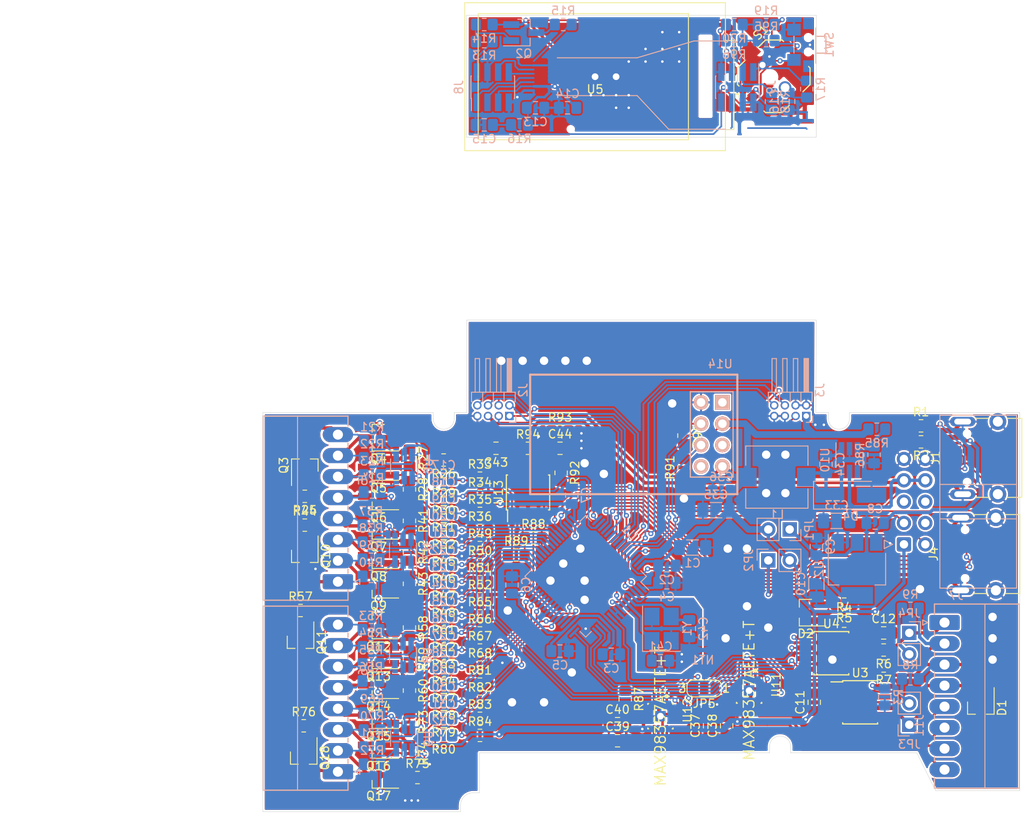
<source format=kicad_pcb>
(kicad_pcb (version 20171130) (host pcbnew "(5.1.8)-1")
  (layers (0 F.Cu signal) (31 B.Cu signal) (34 B.Paste user hide) (35 F.Paste user hide) (36 B.SilkS user hide) (37 F.SilkS user) (38 B.Mask user hide) (39 F.Mask user hide) (44 Edge.Cuts user))
  (net 0 "")
  (net 1 GND)
  (net 2 +24V)
  (net 3 +3V3)
  (net 4 "Net-(U3-Pad5)")
  (net 5 CAN_TX)
  (net 6 CAN_RX)
  (net 7 GND1)
  (net 8 HMI_SW)
  (net 9 HMI_RESET_SW)
  (net 10 HMI_BL_LCD)
  (net 11 HMI_RESET_LCD)
  (net 12 HMI_LED)
  (net 13 HMI_RS_LCD)
  (net 14 HMI_SDA_LCD)
  (net 15 HMI_SCL_LCD)
  (net 16 "Net-(Q1-Pad1)")
  (net 17 "Net-(Q2-Pad3)")
  (net 18 "Net-(Q2-Pad1)")
  (net 19 "Net-(C8-Pad1)")
  (net 20 USB_VBUS)
  (net 21 CAN_L)
  (net 22 CAN_H)
  (net 23 "Net-(D2-Pad2)")
  (net 24 "Net-(D2-Pad1)")
  (net 25 /psu/SW)
  (net 26 "Net-(J1-PadB8)")
  (net 27 "Net-(J1-PadA5)")
  (net 28 USB_DP)
  (net 29 USB_DM)
  (net 30 "Net-(J1-PadA8)")
  (net 31 "Net-(J1-PadB5)")
  (net 32 HMI_RESET_SWx)
  (net 33 HMI_RESET_LCDx)
  (net 34 HMI_BL_LCDx)
  (net 35 HMI_LEDx)
  (net 36 HMI_RS_LCDx)
  (net 37 HMI_SDA_LCDx)
  (net 38 HMI_SCL_LCDx)
  (net 39 HMI_SWx)
  (net 40 "Net-(J4-PadA4)")
  (net 41 DEBUG_RX)
  (net 42 DEBUG_TX)
  (net 43 SWCLK)
  (net 44 SWDIO)
  (net 45 "Net-(J7-Pad6)")
  (net 46 "Net-(J7-Pad4)")
  (net 47 SCL)
  (net 48 "Net-(J7-Pad5)")
  (net 49 SDA)
  (net 50 AUDIO_L_N)
  (net 51 AUDIO_L_P)
  (net 52 AUDIO_R_N)
  (net 53 AUDIO_R_P)
  (net 54 "Net-(JP5-Pad2)")
  (net 55 /io4_A/OUT0)
  (net 56 /io4_A/OUT1)
  (net 57 "Net-(Q5-Pad1)")
  (net 58 "Net-(Q6-Pad1)")
  (net 59 /io4_B/OUT0)
  (net 60 /io4_B/OUT1)
  (net 61 "Net-(Q9-Pad1)")
  (net 62 "Net-(Q10-Pad1)")
  (net 63 /io4_C/OUT0)
  (net 64 /io4_C/OUT1)
  (net 65 "Net-(Q13-Pad1)")
  (net 66 "Net-(Q14-Pad1)")
  (net 67 /io4_D/OUT0)
  (net 68 /io4_D/OUT1)
  (net 69 "Net-(Q17-Pad1)")
  (net 70 "Net-(Q18-Pad1)")
  (net 71 "Net-(R3-Pad2)")
  (net 72 RS485_B)
  (net 73 RS485_A)
  (net 74 "Net-(JP3-Pad2)")
  (net 75 "Net-(JP4-Pad2)")
  (net 76 IO0)
  (net 77 IO1)
  (net 78 IO2)
  (net 79 IO3)
  (net 80 IO4)
  (net 81 IO5)
  (net 82 IO6)
  (net 83 IO7)
  (net 84 IO8)
  (net 85 IO9)
  (net 86 IO10)
  (net 87 IO11)
  (net 88 IO12)
  (net 89 IO13)
  (net 90 IO14)
  (net 91 IO15)
  (net 92 "Net-(R18-Pad1)")
  (net 93 "Net-(R19-Pad1)")
  (net 94 "Net-(U1-Pad60)")
  (net 95 RS485_DE)
  (net 96 RS485_RX)
  (net 97 I2S_CK)
  (net 98 I2S_WS)
  (net 99 "Net-(U1-Pad28)")
  (net 100 I2S_SD)
  (net 101 RS485_TX)
  (net 102 "Net-(R15-Pad1)")
  (net 103 "Net-(U10-Pad4)")
  (net 104 /psu/FB)
  (net 105 /psu/CB)
  (net 106 "Net-(U11-Pad13)")
  (net 107 "Net-(U11-Pad6)")
  (net 108 "Net-(U11-Pad5)")
  (net 109 "Net-(U11-Pad12)")
  (net 110 "Net-(U12-Pad13)")
  (net 111 "Net-(U12-Pad6)")
  (net 112 "Net-(U12-Pad5)")
  (net 113 "Net-(U12-Pad12)")
  (net 114 "Net-(R87-Pad1)")
  (net 115 /io4_B/OUT3)
  (net 116 /io4_B/OUT2)
  (net 117 /io4_A/OUT3)
  (net 118 /io4_A/OUT2)
  (net 119 /io4_D/OUT3)
  (net 120 /io4_D/OUT2)
  (net 121 /io4_C/OUT3)
  (net 122 /io4_C/OUT2)
  (net 123 "Net-(C41-Pad2)")
  (net 124 GNDA)
  (net 125 "Net-(C42-Pad2)")
  (net 126 +3.3VP)
  (net 127 "Net-(U1-Pad54)")
  (net 128 "Net-(C44-Pad1)")
  (net 129 "Net-(R88-Pad1)")
  (net 130 "Net-(R93-Pad1)")
  (net 131 DAC1)
  (net 132 "Net-(U14-Pad8)")
  (net 133 "Net-(U14-Pad5)")
  (net 134 "Net-(U14-Pad1)")
  (net 135 S0)
  (net 136 S1)
  (net 137 /io4_B/S0)
  (net 138 /io4_B/S1)
  (net 139 /io4_C/S0)
  (net 140 /io4_C/S1)
  (net 141 /io4_D/S0)
  (net 142 /io4_D/S1)
  (net 143 "Net-(R20-Pad1)")
  (net 144 "Net-(R95-Pad1)")
  (net 145 "Net-(R96-Pad1)")
  (module smopla:FP-114H03A (layer F.Cu) (at 144.5 67.8)
    (fp_text reference U5 (at 0 1.5) (layer F.SilkS))
    (fp_text value FP-114H03A)
    (pad "" np_thru_hole circle (at 2.5 0) (size 0.8 0.8) (drill 0.8) (layers *.Cu *.Mask))
    (pad "" np_thru_hole circle (at 0 0) (size 0.8 0.8) (drill 0.8) (layers *.Cu *.Mask))
    (pad 8 smd roundrect (at -4.5 -1.75) (size 1.6 0.3) (layers B.Cu B.Paste B.Mask) (net 7 GND1))
    (pad 7 smd roundrect (at -4.5 -1.25) (size 1.6 0.3) (layers B.Cu B.Paste B.Mask) (net 126 +3.3VP))
    (pad 6 smd roundrect (at -4.5 -0.75) (size 1.6 0.3) (layers B.Cu B.Paste B.Mask) (net 15 HMI_SCL_LCD))
    (pad 5 smd roundrect (at -4.5 -0.25) (size 1.6 0.3) (layers B.Cu B.Paste B.Mask) (net 14 HMI_SDA_LCD))
    (pad 4 smd roundrect (at -4.5 0.25) (size 1.6 0.3) (layers B.Cu B.Paste B.Mask) (net 13 HMI_RS_LCD))
    (pad 3 smd roundrect (at -4.5 0.75) (size 1.6 0.3) (layers B.Cu B.Paste B.Mask) (net 11 HMI_RESET_LCD))
    (pad 2 smd roundrect (at -4.5 1.25) (size 1.6 0.3) (layers B.Cu B.Paste B.Mask) (net 7 GND1))
    (pad 1 smd roundrect (at -4.5 1.75) (size 1.6 0.3) (layers B.Cu B.Paste B.Mask) (net 102 "Net-(R15-Pad1)"))
  )
  (module Resistor_SMD:R_0805_2012Metric_Pad1.20x1.40mm_HandSolder (layer B.Cu) (at 164.846 63.5 180)
    (fp_text reference R95 (at 0 1.65) (layer B.SilkS) (effects (justify mirror)))
    (fp_text value 10k)
    (pad 2 smd roundrect (at 1 0 180) (size 1.2 1.4) (layers B.Cu B.Paste B.Mask) (roundrect_rratio 0.208333) (net 8 HMI_SW))
    (pad 1 smd roundrect (at -1 0 180) (size 1.2 1.4) (layers B.Cu B.Paste B.Mask) (roundrect_rratio 0.208333) (net 144 "Net-(R95-Pad1)"))
  )
  (module Resistor_SMD:R_0805_2012Metric_Pad1.20x1.40mm_HandSolder (layer B.Cu) (at 164.846 61.595 180)
    (fp_text reference R19 (at 0 1.65) (layer B.SilkS) (effects (justify mirror)))
    (fp_text value 2k2)
    (pad 2 smd roundrect (at 1 0 180) (size 1.2 1.4) (layers B.Cu B.Paste B.Mask) (roundrect_rratio 0.208333) (net 8 HMI_SW))
    (pad 1 smd roundrect (at -1 0 180) (size 1.2 1.4) (layers B.Cu B.Paste B.Mask) (roundrect_rratio 0.208333) (net 93 "Net-(R19-Pad1)"))
  )
  (module Resistor_SMD:R_0805_2012Metric_Pad1.20x1.40mm_HandSolder (layer B.Cu) (at 161.036 63.5)
    (fp_text reference R96 (at 0 1.65) (layer B.SilkS) (effects (justify mirror)))
    (fp_text value 22k)
    (pad 2 smd roundrect (at 1 0) (size 1.2 1.4) (layers B.Cu B.Paste B.Mask) (roundrect_rratio 0.208333) (net 8 HMI_SW))
    (pad 1 smd roundrect (at -1 0) (size 1.2 1.4) (layers B.Cu B.Paste B.Mask) (roundrect_rratio 0.208333) (net 145 "Net-(R96-Pad1)"))
  )
  (module smopla:Alps_SKRHABE010 (layer F.Cu) (at 165.75 67.75 45)
    (fp_text reference S1 (at 2.6 -4.8 45) (layer F.SilkS))
    (fp_text value ALPS_SKRHABE010)
    (pad 6 smd rect (at 3.575 1.425 45) (size 1.35 1) (layers F.Cu F.Paste F.Mask) (net 144 "Net-(R95-Pad1)"))
    (pad 4 smd rect (at 3.575 -1.425 45) (size 1.35 1) (layers F.Cu F.Paste F.Mask) (net 93 "Net-(R19-Pad1)"))
    (pad 3 smd rect (at -3.575 1.425 45) (size 1.35 1) (layers F.Cu F.Paste F.Mask) (net 92 "Net-(R18-Pad1)"))
    (pad 1 smd rect (at -3.575 -1.425 45) (size 1.35 1) (layers F.Cu F.Paste F.Mask) (net 143 "Net-(R20-Pad1)"))
    (pad 5 smd rect (at 3.575 0 45) (size 1.35 1) (layers F.Cu F.Paste F.Mask) (net 7 GND1))
    (pad 2 smd rect (at -3.575 0 45) (size 1.35 1) (layers F.Cu F.Paste F.Mask) (net 145 "Net-(R96-Pad1)"))
    (pad "" smd rect (at 0 4.049999 45) (size 2 1.8) (layers F.Cu F.Paste F.Mask))
    (pad "" smd rect (at 0 -4.049999 45) (size 2 1.8) (layers F.Cu F.Paste F.Mask))
    (pad "" np_thru_hole circle (at 0 1.9 45) (size 1.5 1.5) (drill 1.05) (layers *.Cu *.Mask))
    (pad "" np_thru_hole circle (at 0 -1.9 45) (size 1.1 1.1) (drill 0.75) (layers *.Cu *.Mask))
  )
  (module smopla:MAX98357AETE (layer F.Cu) (at 162.814 140.843 270)
    (fp_text reference U11 (at -2.275 -3.225 90) (layer F.SilkS) (effects (justify right)))
    (fp_text value MAX98357AETE+T (at 0 0 90) (layer F.SilkS) (effects (font (size 1.27 1.27))))
    (pad 17 thru_hole rect (at 0 0 270) (size 1.23 1.23) (drill 0.8) (layers *.Cu *.Mask) (net 1 GND))
    (pad 16 smd rect (at -0.75 -2.05 270) (size 0.3 2) (layers F.Cu F.Paste F.Mask) (net 97 I2S_CK))
    (pad 15 smd rect (at -0.25 -2.05 270) (size 0.3 2) (layers F.Cu F.Paste F.Mask) (net 1 GND))
    (pad 14 smd rect (at 0.25 -2.05 270) (size 0.3 2) (layers F.Cu F.Paste F.Mask) (net 98 I2S_WS))
    (pad 13 smd rect (at 0.75 -2.05 270) (size 0.3 2) (layers F.Cu F.Paste F.Mask) (net 106 "Net-(U11-Pad13)"))
    (pad 8 smd rect (at 0.75 2.05 270) (size 0.3 2) (layers F.Cu F.Paste F.Mask) (net 3 +3V3))
    (pad 7 smd rect (at 0.25 2.05 270) (size 0.3 2) (layers F.Cu F.Paste F.Mask) (net 3 +3V3))
    (pad 6 smd rect (at -0.25 2.05 270) (size 0.3 2) (layers F.Cu F.Paste F.Mask) (net 107 "Net-(U11-Pad6)"))
    (pad 5 smd rect (at -0.75 2.05 270) (size 0.3 2) (layers F.Cu F.Paste F.Mask) (net 108 "Net-(U11-Pad5)"))
    (pad 12 smd rect (at 2.05 -0.75 270) (size 2 0.3) (layers F.Cu F.Paste F.Mask) (net 109 "Net-(U11-Pad12)"))
    (pad 11 smd rect (at 2.05 -0.25 270) (size 2 0.3) (layers F.Cu F.Paste F.Mask) (net 1 GND))
    (pad 10 smd rect (at 2.05 0.25 270) (size 2 0.3) (layers F.Cu F.Paste F.Mask) (net 50 AUDIO_L_N))
    (pad 9 smd rect (at 2.05 0.75 270) (size 2 0.3) (layers F.Cu F.Paste F.Mask) (net 51 AUDIO_L_P))
    (pad 4 smd rect (at -2.05 0.75 270) (size 2 0.3) (layers F.Cu F.Paste F.Mask) (net 3 +3V3))
    (pad 3 smd rect (at -2.05 0.25 270) (size 2 0.3) (layers F.Cu F.Paste F.Mask) (net 1 GND))
    (pad 2 smd rect (at -2.05 -0.25 270) (size 2 0.3) (layers F.Cu F.Paste F.Mask) (net 54 "Net-(JP5-Pad2)"))
    (pad 1 smd rect (at -2.05 -0.75 270) (size 2 0.3) (layers F.Cu F.Paste F.Mask) (net 100 I2S_SD))
  )
  (module smopla:MAX98357AETE (layer F.Cu) (at 152.273 143.891 270)
    (fp_text reference U12 (at -2.275 -3.225 90) (layer F.SilkS) (effects (justify right)))
    (fp_text value MAX98357AETE+T (at 0 0 90) (layer F.SilkS) (effects (font (size 1.27 1.27))))
    (pad 17 thru_hole rect (at 0 0 270) (size 1.23 1.23) (drill 0.8) (layers *.Cu *.Mask) (net 1 GND))
    (pad 16 smd rect (at -0.75 -2.05 270) (size 0.3 2) (layers F.Cu F.Paste F.Mask) (net 97 I2S_CK))
    (pad 15 smd rect (at -0.25 -2.05 270) (size 0.3 2) (layers F.Cu F.Paste F.Mask) (net 1 GND))
    (pad 14 smd rect (at 0.25 -2.05 270) (size 0.3 2) (layers F.Cu F.Paste F.Mask) (net 98 I2S_WS))
    (pad 13 smd rect (at 0.75 -2.05 270) (size 0.3 2) (layers F.Cu F.Paste F.Mask) (net 110 "Net-(U12-Pad13)"))
    (pad 8 smd rect (at 0.75 2.05 270) (size 0.3 2) (layers F.Cu F.Paste F.Mask) (net 3 +3V3))
    (pad 7 smd rect (at 0.25 2.05 270) (size 0.3 2) (layers F.Cu F.Paste F.Mask) (net 3 +3V3))
    (pad 6 smd rect (at -0.25 2.05 270) (size 0.3 2) (layers F.Cu F.Paste F.Mask) (net 111 "Net-(U12-Pad6)"))
    (pad 5 smd rect (at -0.75 2.05 270) (size 0.3 2) (layers F.Cu F.Paste F.Mask) (net 112 "Net-(U12-Pad5)"))
    (pad 12 smd rect (at 2.05 -0.75 270) (size 2 0.3) (layers F.Cu F.Paste F.Mask) (net 113 "Net-(U12-Pad12)"))
    (pad 11 smd rect (at 2.05 -0.25 270) (size 2 0.3) (layers F.Cu F.Paste F.Mask) (net 1 GND))
    (pad 10 smd rect (at 2.05 0.25 270) (size 2 0.3) (layers F.Cu F.Paste F.Mask) (net 52 AUDIO_R_N))
    (pad 9 smd rect (at 2.05 0.75 270) (size 2 0.3) (layers F.Cu F.Paste F.Mask) (net 53 AUDIO_R_P))
    (pad 4 smd rect (at -2.05 0.75 270) (size 2 0.3) (layers F.Cu F.Paste F.Mask) (net 114 "Net-(R87-Pad1)"))
    (pad 3 smd rect (at -2.05 0.25 270) (size 2 0.3) (layers F.Cu F.Paste F.Mask) (net 1 GND))
    (pad 2 smd rect (at -2.05 -0.25 270) (size 2 0.3) (layers F.Cu F.Paste F.Mask) (net 54 "Net-(JP5-Pad2)"))
    (pad 1 smd rect (at -2.05 -0.75 270) (size 2 0.3) (layers F.Cu F.Paste F.Mask) (net 100 I2S_SD))
  )
  (module Connector_PinHeader_1.27mm:PinHeader_2x04_P1.27mm_Horizontal (layer B.Cu) (at 169.61 108.17 90)
    (fp_text reference J3 (at 3.0675 1.635 -90) (layer B.SilkS) (effects (justify mirror)))
    (fp_text value RIGHT)
    (pad 8 thru_hole oval (at 1.27 -3.81 90) (size 1 1) (drill 0.65) (layers *.Cu *.Mask) (net 33 HMI_RESET_LCDx))
    (pad 7 thru_hole oval (at 0 -3.81 90) (size 1 1) (drill 0.65) (layers *.Cu *.Mask) (net 1 GND))
    (pad 6 thru_hole oval (at 1.27 -2.54 90) (size 1 1) (drill 0.65) (layers *.Cu *.Mask) (net 35 HMI_LEDx))
    (pad 5 thru_hole oval (at 0 -2.54 90) (size 1 1) (drill 0.65) (layers *.Cu *.Mask) (net 1 GND))
    (pad 4 thru_hole oval (at 1.27 -1.27 90) (size 1 1) (drill 0.65) (layers *.Cu *.Mask) (net 1 GND))
    (pad 3 thru_hole oval (at 0 -1.27 90) (size 1 1) (drill 0.65) (layers *.Cu *.Mask) (net 39 HMI_SWx))
    (pad 2 thru_hole oval (at 1.27 0 90) (size 1 1) (drill 0.65) (layers *.Cu *.Mask) (net 1 GND))
    (pad 1 thru_hole rect (at 0 0 90) (size 1 1) (drill 0.65) (layers *.Cu *.Mask) (net 3 +3V3))
  )
  (module Resistor_SMD:R_0805_2012Metric_Pad1.20x1.40mm_HandSolder (layer F.Cu) (at 137.16 122.682)
    (fp_text reference R88 (at 0 -1.65) (layer F.SilkS))
    (fp_text value 10k)
    (pad 2 smd roundrect (at 1 0) (size 1.2 1.4) (layers F.Cu F.Paste F.Mask) (roundrect_rratio 0.208333) (net 1 GND))
    (pad 1 smd roundrect (at -1 0) (size 1.2 1.4) (layers F.Cu F.Paste F.Mask) (roundrect_rratio 0.208333) (net 129 "Net-(R88-Pad1)"))
  )
  (module Capacitor_SMD:C_0805_2012Metric_Pad1.18x1.45mm_HandSolder (layer F.Cu) (at 132.715 112.014 180)
    (fp_text reference C43 (at 0 -1.68) (layer F.SilkS))
    (fp_text value u1)
    (pad 2 smd roundrect (at 1.0375 0 180) (size 1.175 1.45) (layers F.Cu F.Paste F.Mask) (roundrect_rratio 0.212766) (net 1 GND))
    (pad 1 smd roundrect (at -1.0375 0 180) (size 1.175 1.45) (layers F.Cu F.Paste F.Mask) (roundrect_rratio 0.212766) (net 2 +24V))
  )
  (module Resistor_SMD:R_0805_2012Metric_Pad1.20x1.40mm_HandSolder (layer F.Cu) (at 155.067 114.3 90)
    (fp_text reference R91 (at 0 -1.65 90) (layer F.SilkS))
    (fp_text value 4k7)
    (pad 2 smd roundrect (at 1 0 90) (size 1.2 1.4) (layers F.Cu F.Paste F.Mask) (roundrect_rratio 0.208333) (net 49 SDA))
    (pad 1 smd roundrect (at -1 0 90) (size 1.2 1.4) (layers F.Cu F.Paste F.Mask) (roundrect_rratio 0.208333) (net 3 +3V3))
  )
  (module Resistor_SMD:R_0805_2012Metric_Pad1.20x1.40mm_HandSolder (layer F.Cu) (at 135.128 124.714)
    (fp_text reference R89 (at 0 -1.65) (layer F.SilkS))
    (fp_text value 22k)
    (pad 2 smd roundrect (at 1 0) (size 1.2 1.4) (layers F.Cu F.Paste F.Mask) (roundrect_rratio 0.208333) (net 129 "Net-(R88-Pad1)"))
    (pad 1 smd roundrect (at -1 0) (size 1.2 1.4) (layers F.Cu F.Paste F.Mask) (roundrect_rratio 0.208333) (net 136 S1))
  )
  (module Resistor_SMD:R_0805_2012Metric_Pad1.20x1.40mm_HandSolder (layer F.Cu) (at 155.067 110.506 270)
    (fp_text reference R90 (at 0 -1.65 90) (layer F.SilkS))
    (fp_text value 4k7)
    (pad 2 smd roundrect (at 1 0 270) (size 1.2 1.4) (layers F.Cu F.Paste F.Mask) (roundrect_rratio 0.208333) (net 3 +3V3))
    (pad 1 smd roundrect (at -1 0 270) (size 1.2 1.4) (layers F.Cu F.Paste F.Mask) (roundrect_rratio 0.208333) (net 47 SCL))
  )
  (module Resistor_SMD:R_0805_2012Metric_Pad1.20x1.40mm_HandSolder (layer F.Cu) (at 136.525 112.014)
    (fp_text reference R94 (at 0 -1.65) (layer F.SilkS))
    (fp_text value 22k)
    (pad 2 smd roundrect (at 1 0) (size 1.2 1.4) (layers F.Cu F.Paste F.Mask) (roundrect_rratio 0.208333) (net 130 "Net-(R93-Pad1)"))
    (pad 1 smd roundrect (at -1 0) (size 1.2 1.4) (layers F.Cu F.Paste F.Mask) (roundrect_rratio 0.208333) (net 135 S0))
  )
  (module ESP8266:ESP-01 (layer B.Cu) (at 159.639 106.553 180)
    (fp_text reference U14 (at 0.254 4.572 180) (layer B.SilkS) (effects (justify mirror)))
    (fp_text value ESP-01v090)
    (pad 8 thru_hole oval (at 2.54 -7.62 180) (size 1.7272 1.7272) (drill 1.016) (layers *.Cu *.Mask B.SilkS) (net 132 "Net-(U14-Pad8)"))
    (pad 7 thru_hole oval (at 0 -7.62 180) (size 1.7272 1.7272) (drill 1.016) (layers *.Cu *.Mask B.SilkS) (net 3 +3V3))
    (pad 6 thru_hole oval (at 2.54 -5.08 180) (size 1.7272 1.7272) (drill 1.016) (layers *.Cu *.Mask B.SilkS) (net 49 SDA))
    (pad 5 thru_hole oval (at 0 -5.08 180) (size 1.7272 1.7272) (drill 1.016) (layers *.Cu *.Mask B.SilkS) (net 133 "Net-(U14-Pad5)"))
    (pad 4 thru_hole oval (at 2.54 -2.54 180) (size 1.7272 1.7272) (drill 1.016) (layers *.Cu *.Mask B.SilkS) (net 47 SCL))
    (pad 3 thru_hole oval (at 0 -2.54 180) (size 1.7272 1.7272) (drill 1.016) (layers *.Cu *.Mask B.SilkS) (net 3 +3V3))
    (pad 2 thru_hole oval (at 2.54 0 180) (size 1.7272 1.7272) (drill 1.016) (layers *.Cu *.Mask B.SilkS) (net 1 GND))
    (pad 1 thru_hole rect (at 0 0 180) (size 1.7272 1.7272) (drill 1.016) (layers *.Cu *.Mask B.SilkS) (net 134 "Net-(U14-Pad1)"))
  )
  (module sensact:SOIC-8_3.9x4.9mm_Pitch1.27mm_handsolder (layer F.Cu) (at 136.525 117.269 90)
    (fp_text reference U13 (at 0 -3.5 90) (layer F.SilkS))
    (fp_text value LM358 hide)
    (pad 8 smd rect (at 3 -1.905 90) (size 2.2 0.6) (layers F.Cu F.Paste F.Mask) (net 2 +24V))
    (pad 7 smd rect (at 3 -0.635 90) (size 2.2 0.6) (layers F.Cu F.Paste F.Mask) (net 135 S0))
    (pad 6 smd rect (at 3 0.635 90) (size 2.2 0.6) (layers F.Cu F.Paste F.Mask) (net 130 "Net-(R93-Pad1)"))
    (pad 5 smd rect (at 3 1.905 90) (size 2.2 0.6) (layers F.Cu F.Paste F.Mask) (net 128 "Net-(C44-Pad1)"))
    (pad 4 smd rect (at -3 1.905 90) (size 2.2 0.6) (layers F.Cu F.Paste F.Mask) (net 1 GND))
    (pad 3 smd rect (at -3 0.635 90) (size 2.2 0.6) (layers F.Cu F.Paste F.Mask) (net 131 DAC1))
    (pad 2 smd rect (at -3 -0.635 90) (size 2.2 0.6) (layers F.Cu F.Paste F.Mask) (net 129 "Net-(R88-Pad1)"))
    (pad 1 smd rect (at -3 -1.905 90) (size 2.2 0.6) (layers F.Cu F.Paste F.Mask) (net 136 S1))
  )
  (module Resistor_SMD:R_0805_2012Metric_Pad1.20x1.40mm_HandSolder (layer F.Cu) (at 140.335 109.982)
    (fp_text reference R93 (at 0 -1.65) (layer F.SilkS))
    (fp_text value 10k)
    (pad 2 smd roundrect (at 1 0) (size 1.2 1.4) (layers F.Cu F.Paste F.Mask) (roundrect_rratio 0.208333) (net 1 GND))
    (pad 1 smd roundrect (at -1 0) (size 1.2 1.4) (layers F.Cu F.Paste F.Mask) (roundrect_rratio 0.208333) (net 130 "Net-(R93-Pad1)"))
  )
  (module Resistor_SMD:R_0805_2012Metric_Pad1.20x1.40mm_HandSolder (layer F.Cu) (at 140.462 114.935 270)
    (fp_text reference R92 (at 0 -1.65 90) (layer F.SilkS))
    (fp_text value 10k)
    (pad 2 smd roundrect (at 1 0 270) (size 1.2 1.4) (layers F.Cu F.Paste F.Mask) (roundrect_rratio 0.208333) (net 76 IO0))
    (pad 1 smd roundrect (at -1 0 270) (size 1.2 1.4) (layers F.Cu F.Paste F.Mask) (roundrect_rratio 0.208333) (net 128 "Net-(C44-Pad1)"))
  )
  (module Capacitor_SMD:C_0805_2012Metric_Pad1.18x1.45mm_HandSolder (layer F.Cu) (at 140.335 112.014)
    (fp_text reference C44 (at 0 -1.68) (layer F.SilkS))
    (fp_text value u1)
    (pad 2 smd roundrect (at 1.0375 0) (size 1.175 1.45) (layers F.Cu F.Paste F.Mask) (roundrect_rratio 0.212766) (net 1 GND))
    (pad 1 smd roundrect (at -1.0375 0) (size 1.175 1.45) (layers F.Cu F.Paste F.Mask) (roundrect_rratio 0.212766) (net 128 "Net-(C44-Pad1)"))
  )
  (module sensact:SOIC-8_3.9x4.9mm_Pitch1.27mm_handsolder (layer F.Cu) (at 176.022 142.24)
    (fp_text reference U3 (at 0 -3.5) (layer F.SilkS))
    (fp_text value SN65HVD230 hide)
    (pad 8 smd rect (at 3 -1.905) (size 2.2 0.6) (layers F.Cu F.Paste F.Mask) (net 71 "Net-(R3-Pad2)"))
    (pad 7 smd rect (at 3 -0.635) (size 2.2 0.6) (layers F.Cu F.Paste F.Mask) (net 22 CAN_H))
    (pad 6 smd rect (at 3 0.635) (size 2.2 0.6) (layers F.Cu F.Paste F.Mask) (net 21 CAN_L))
    (pad 5 smd rect (at 3 1.905) (size 2.2 0.6) (layers F.Cu F.Paste F.Mask) (net 4 "Net-(U3-Pad5)"))
    (pad 4 smd rect (at -3 1.905) (size 2.2 0.6) (layers F.Cu F.Paste F.Mask) (net 6 CAN_RX))
    (pad 3 smd rect (at -3 0.635) (size 2.2 0.6) (layers F.Cu F.Paste F.Mask) (net 3 +3V3))
    (pad 2 smd rect (at -3 -0.635) (size 2.2 0.6) (layers F.Cu F.Paste F.Mask) (net 1 GND))
    (pad 1 smd rect (at -3 -1.905) (size 2.2 0.6) (layers F.Cu F.Paste F.Mask) (net 5 CAN_TX))
  )
  (module Resistor_SMD:R_0805_2012Metric_Pad1.20x1.40mm_HandSolder (layer F.Cu) (at 122.428 137.0965 270)
    (fp_text reference R59 (at 0 -1.65 90) (layer F.SilkS))
    (fp_text value 10k)
    (pad 2 smd roundrect (at 1 0 270) (size 1.2 1.4) (layers F.Cu F.Paste F.Mask) (roundrect_rratio 0.208333) (net 65 "Net-(Q13-Pad1)"))
    (pad 1 smd roundrect (at -1 0 270) (size 1.2 1.4) (layers F.Cu F.Paste F.Mask) (roundrect_rratio 0.208333) (net 1 GND))
  )
  (module Resistor_SMD:R_0805_2012Metric_Pad1.20x1.40mm_HandSolder (layer F.Cu) (at 123.3805 151.1935)
    (fp_text reference R75 (at 0 -1.65) (layer F.SilkS))
    (fp_text value 10k)
    (pad 2 smd roundrect (at 1 0) (size 1.2 1.4) (layers F.Cu F.Paste F.Mask) (roundrect_rratio 0.208333) (net 69 "Net-(Q17-Pad1)"))
    (pad 1 smd roundrect (at -1 0) (size 1.2 1.4) (layers F.Cu F.Paste F.Mask) (roundrect_rratio 0.208333) (net 1 GND))
  )
  (module Resistor_SMD:R_0805_2012Metric_Pad1.20x1.40mm_HandSolder (layer F.Cu) (at 126.492 121.793 180)
    (fp_text reference R32 (at 0 -1.65) (layer F.SilkS))
    (fp_text value 1k)
    (pad 2 smd roundrect (at 1 0 180) (size 1.2 1.4) (layers F.Cu F.Paste F.Mask) (roundrect_rratio 0.208333) (net 58 "Net-(Q6-Pad1)"))
    (pad 1 smd roundrect (at -1 0 180) (size 1.2 1.4) (layers F.Cu F.Paste F.Mask) (roundrect_rratio 0.208333) (net 79 IO3))
  )
  (module Resistor_SMD:R_0805_2012Metric_Pad1.20x1.40mm_HandSolder (layer B.Cu) (at 117.999 111.125 180)
    (fp_text reference R21 (at 0 1.65) (layer B.SilkS) (effects (justify mirror)))
    (fp_text value 10R)
    (pad 2 smd roundrect (at 1 0 180) (size 1.2 1.4) (layers B.Cu B.Paste B.Mask) (roundrect_rratio 0.208333) (net 55 /io4_A/OUT0))
    (pad 1 smd roundrect (at -1 0 180) (size 1.2 1.4) (layers B.Cu B.Paste B.Mask) (roundrect_rratio 0.208333) (net 135 S0))
  )
  (module Resistor_SMD:R_0805_2012Metric_Pad1.20x1.40mm_HandSolder (layer B.Cu) (at 117.983 117.221 180)
    (fp_text reference R24 (at 0 1.65 180) (layer B.SilkS) (effects (justify mirror)))
    (fp_text value 10R)
    (pad 2 smd roundrect (at 1 0 180) (size 1.2 1.4) (layers B.Cu B.Paste B.Mask) (roundrect_rratio 0.208333) (net 117 /io4_A/OUT3))
    (pad 1 smd roundrect (at -1 0 180) (size 1.2 1.4) (layers B.Cu B.Paste B.Mask) (roundrect_rratio 0.208333) (net 58 "Net-(Q6-Pad1)"))
  )
  (module Capacitor_SMD:C_0805_2012Metric_Pad1.18x1.45mm_HandSolder (layer B.Cu) (at 126.492 117.729 180)
    (fp_text reference C18 (at 0 1.68 180) (layer B.SilkS) (effects (justify mirror)))
    (fp_text value u1)
    (pad 2 smd roundrect (at 1.0375 0 180) (size 1.175 1.45) (layers B.Cu B.Paste B.Mask) (roundrect_rratio 0.212766) (net 1 GND))
    (pad 1 smd roundrect (at -1.0375 0 180) (size 1.175 1.45) (layers B.Cu B.Paste B.Mask) (roundrect_rratio 0.212766) (net 77 IO1))
  )
  (module Resistor_SMD:R_0805_2012Metric_Pad1.20x1.40mm_HandSolder (layer F.Cu) (at 130.81 129.921)
    (fp_text reference R52 (at 0 -1.65) (layer F.SilkS))
    (fp_text value 10k)
    (pad 2 smd roundrect (at 1 0) (size 1.2 1.4) (layers F.Cu F.Paste F.Mask) (roundrect_rratio 0.208333) (net 3 +3V3))
    (pad 1 smd roundrect (at -1 0) (size 1.2 1.4) (layers F.Cu F.Paste F.Mask) (roundrect_rratio 0.208333) (net 83 IO7))
  )
  (module Resistor_SMD:R_0805_2012Metric_Pad1.20x1.40mm_HandSolder (layer F.Cu) (at 130.81 127.889)
    (fp_text reference R51 (at 0 -1.65) (layer F.SilkS))
    (fp_text value 10k)
    (pad 2 smd roundrect (at 1 0) (size 1.2 1.4) (layers F.Cu F.Paste F.Mask) (roundrect_rratio 0.208333) (net 3 +3V3))
    (pad 1 smd roundrect (at -1 0) (size 1.2 1.4) (layers F.Cu F.Paste F.Mask) (roundrect_rratio 0.208333) (net 82 IO6))
  )
  (module Package_TO_SOT_SMD:SOT-23_Handsoldering (layer F.Cu) (at 109.982 124.841 270)
    (fp_text reference Q10 (at 0 -2.5 90) (layer F.SilkS))
    (fp_text value IRLML6344)
    (pad 3 smd rect (at 1.5 0 270) (size 1.9 0.8) (layers F.Cu F.Paste F.Mask) (net 115 /io4_B/OUT3))
    (pad 2 smd rect (at -1.5 0.95 270) (size 1.9 0.8) (layers F.Cu F.Paste F.Mask) (net 1 GND))
    (pad 1 smd rect (at -1.5 -0.95 270) (size 1.9 0.8) (layers F.Cu F.Paste F.Mask) (net 62 "Net-(Q10-Pad1)"))
  )
  (module Capacitor_SMD:C_0805_2012Metric_Pad1.18x1.45mm_HandSolder (layer B.Cu) (at 171.958 113.919 90)
    (fp_text reference C34 (at 0 1.68 90) (layer B.SilkS) (effects (justify mirror)))
    (fp_text value u1)
    (pad 2 smd roundrect (at 1.0375 0 90) (size 1.175 1.45) (layers B.Cu B.Paste B.Mask) (roundrect_rratio 0.212766) (net 105 /psu/CB))
    (pad 1 smd roundrect (at -1.0375 0 90) (size 1.175 1.45) (layers B.Cu B.Paste B.Mask) (roundrect_rratio 0.212766) (net 25 /psu/SW))
  )
  (module sensact:L_7.3x7.3_H4.5_handsolder (layer B.Cu) (at 166.116 115.443)
    (fp_text reference L1 (at 0 4.45) (layer B.SilkS) (effects (justify mirror)))
    (fp_text value 33u)
    (pad 2 smd rect (at 3.5 0) (size 2.2 2.2) (layers B.Cu B.Paste B.Mask) (net 25 /psu/SW))
    (pad 1 smd rect (at -3.5 0) (size 2.2 2.2) (layers B.Cu B.Paste B.Mask) (net 3 +3V3))
  )
  (module Package_TO_SOT_SMD:SOT-23_Handsoldering (layer F.Cu) (at 190.373 142.899 270)
    (fp_text reference D1 (at 0 -2.5 90) (layer F.SilkS))
    (fp_text value Nup2105l)
    (pad 3 smd rect (at 1.5 0 270) (size 1.9 0.8) (layers F.Cu F.Paste F.Mask) (net 1 GND))
    (pad 2 smd rect (at -1.5 0.95 270) (size 1.9 0.8) (layers F.Cu F.Paste F.Mask) (net 22 CAN_H))
    (pad 1 smd rect (at -1.5 -0.95 270) (size 1.9 0.8) (layers F.Cu F.Paste F.Mask) (net 21 CAN_L))
  )
  (module sensact:SOIC-8_3.9x4.9mm_Pitch1.27mm_handsolder (layer F.Cu) (at 172.593 136.398)
    (fp_text reference U4 (at 0 -3.5) (layer F.SilkS))
    (fp_text value MAX3485 hide)
    (pad 8 smd rect (at 3 -1.905) (size 2.2 0.6) (layers F.Cu F.Paste F.Mask) (net 3 +3V3))
    (pad 7 smd rect (at 3 -0.635) (size 2.2 0.6) (layers F.Cu F.Paste F.Mask) (net 23 "Net-(D2-Pad2)"))
    (pad 6 smd rect (at 3 0.635) (size 2.2 0.6) (layers F.Cu F.Paste F.Mask) (net 24 "Net-(D2-Pad1)"))
    (pad 5 smd rect (at 3 1.905) (size 2.2 0.6) (layers F.Cu F.Paste F.Mask) (net 1 GND))
    (pad 4 smd rect (at -3 1.905) (size 2.2 0.6) (layers F.Cu F.Paste F.Mask) (net 101 RS485_TX))
    (pad 3 smd rect (at -3 0.635) (size 2.2 0.6) (layers F.Cu F.Paste F.Mask) (net 95 RS485_DE))
    (pad 2 smd rect (at -3 -0.635) (size 2.2 0.6) (layers F.Cu F.Paste F.Mask) (net 95 RS485_DE))
    (pad 1 smd rect (at -3 -1.905) (size 2.2 0.6) (layers F.Cu F.Paste F.Mask) (net 96 RS485_RX))
  )
  (module Capacitor_SMD:C_1206_3216Metric_Pad1.33x1.80mm_HandSolder (layer B.Cu) (at 158.877 119.38 180)
    (fp_text reference C35 (at 0 1.85) (layer B.SilkS) (effects (justify mirror)))
    (fp_text value m1)
    (pad 2 smd roundrect (at 1.5625 0 180) (size 1.325 1.8) (layers B.Cu B.Paste B.Mask) (roundrect_rratio 0.188679) (net 1 GND))
    (pad 1 smd roundrect (at -1.5625 0 180) (size 1.325 1.8) (layers B.Cu B.Paste B.Mask) (roundrect_rratio 0.188679) (net 3 +3V3))
  )
  (module Diode_SMD:D_SMA_Handsoldering (layer B.Cu) (at 174.879 117.602)
    (fp_text reference D4 (at 0 2.5) (layer B.SilkS) (effects (justify mirror)))
    (fp_text value MBR0540)
    (pad 2 smd rect (at 2.5 0) (size 3.5 1.8) (layers B.Cu B.Paste B.Mask) (net 1 GND))
    (pad 1 smd rect (at -2.5 0) (size 3.5 1.8) (layers B.Cu B.Paste B.Mask) (net 25 /psu/SW))
  )
  (module Connector_IDC:IDC-Header_2x05_P2.54mm_Horizontal (layer B.Cu) (at 181.229 123.444)
    (fp_text reference J7 (at 6.215 6.1) (layer B.SilkS) (effects (justify mirror)))
    (fp_text value SensactBusConnector)
    (pad 10 thru_hole circle (at 2.54 -10.16) (size 1.7 1.7) (drill 1) (layers *.Cu *.Mask) (net 1 GND))
    (pad 8 thru_hole circle (at 2.54 -7.62) (size 1.7 1.7) (drill 1) (layers *.Cu *.Mask) (net 2 +24V))
    (pad 6 thru_hole circle (at 2.54 -5.08) (size 1.7 1.7) (drill 1) (layers *.Cu *.Mask) (net 45 "Net-(J7-Pad6)"))
    (pad 4 thru_hole circle (at 2.54 -2.54) (size 1.7 1.7) (drill 1) (layers *.Cu *.Mask) (net 46 "Net-(J7-Pad4)"))
    (pad 2 thru_hole circle (at 2.54 0) (size 1.7 1.7) (drill 1) (layers *.Cu *.Mask) (net 47 SCL))
    (pad 9 thru_hole circle (at 0 -10.16) (size 1.7 1.7) (drill 1) (layers *.Cu *.Mask) (net 1 GND))
    (pad 7 thru_hole circle (at 0 -7.62) (size 1.7 1.7) (drill 1) (layers *.Cu *.Mask) (net 2 +24V))
    (pad 5 thru_hole circle (at 0 -5.08) (size 1.7 1.7) (drill 1) (layers *.Cu *.Mask) (net 48 "Net-(J7-Pad5)"))
    (pad 3 thru_hole circle (at 0 -2.54) (size 1.7 1.7) (drill 1) (layers *.Cu *.Mask) (net 49 SDA))
    (pad 1 thru_hole roundrect (at 0 0) (size 1.7 1.7) (drill 1) (layers *.Cu *.Mask) (roundrect_rratio 0.147059) (net 3 +3V3))
  )
  (module smopla:USB_C_Receptacle_HANDSOLDER (layer F.Cu) (at 191.108 124.599 90)
    (fp_text reference J4 (at 0 -6.35 90) (layer F.SilkS))
    (fp_text value DEBUG)
    (pad B1 smd rect (at 3.25 -4.545 90) (size 0.6 2.45) (layers F.Cu F.Paste F.Mask) (net 1 GND))
    (pad A9 smd rect (at 2.45 -4.545 90) (size 0.6 2.45) (layers F.Cu F.Paste F.Mask) (net 40 "Net-(J4-PadA4)"))
    (pad B9 smd rect (at -2.45 -4.545 90) (size 0.6 2.45) (layers F.Cu F.Paste F.Mask) (net 40 "Net-(J4-PadA4)"))
    (pad B12 smd rect (at -3.25 -4.545 90) (size 0.6 2.45) (layers F.Cu F.Paste F.Mask) (net 1 GND))
    (pad A1 smd rect (at -3.25 -4.545 90) (size 0.6 2.45) (layers F.Cu F.Paste F.Mask) (net 1 GND))
    (pad A4 smd rect (at -2.45 -4.545 90) (size 0.6 2.45) (layers F.Cu F.Paste F.Mask) (net 40 "Net-(J4-PadA4)"))
    (pad B4 smd rect (at 2.45 -4.545 90) (size 0.6 2.45) (layers F.Cu F.Paste F.Mask) (net 40 "Net-(J4-PadA4)"))
    (pad A12 smd rect (at 3.25 -4.545 90) (size 0.6 2.45) (layers F.Cu F.Paste F.Mask) (net 1 GND))
    (pad B8 smd rect (at -1.75 -4.545 90) (size 0.3 2.45) (layers F.Cu F.Paste F.Mask) (net 41 DEBUG_RX))
    (pad A5 smd rect (at -1.25 -4.545 90) (size 0.3 2.45) (layers F.Cu F.Paste F.Mask) (net 42 DEBUG_TX))
    (pad B7 smd rect (at -0.75 -4.545 90) (size 0.3 2.45) (layers F.Cu F.Paste F.Mask) (net 43 SWCLK))
    (pad A7 smd rect (at 0.25 -4.545 90) (size 0.3 2.45) (layers F.Cu F.Paste F.Mask) (net 43 SWCLK))
    (pad B6 smd rect (at 0.75 -4.545 90) (size 0.3 2.45) (layers F.Cu F.Paste F.Mask) (net 44 SWDIO))
    (pad A8 smd rect (at 1.25 -4.545 90) (size 0.3 2.45) (layers F.Cu F.Paste F.Mask) (net 41 DEBUG_RX))
    (pad B5 smd rect (at 1.75 -4.545 90) (size 0.3 2.45) (layers F.Cu F.Paste F.Mask) (net 42 DEBUG_TX))
    (pad A6 smd rect (at -0.25 -4.545 90) (size 0.3 2.45) (layers F.Cu F.Paste F.Mask) (net 44 SWDIO))
    (pad S1 thru_hole oval (at 4.32 -3.13 90) (size 1.14 3) (drill oval 0.7 2) (layers *.Cu *.Mask) (net 1 GND))
    (pad S1 thru_hole oval (at -4.32 -3.13 90) (size 1.14 3) (drill oval 0.7 2) (layers *.Cu *.Mask) (net 1 GND))
    (pad "" np_thru_hole circle (at -2.89 -2.6 90) (size 0.65 0.65) (drill 0.65) (layers *.Cu *.Mask))
    (pad S1 thru_hole circle (at -4.32 1.05 90) (size 2 2) (drill 1.2) (layers *.Cu *.Mask) (net 1 GND))
    (pad "" np_thru_hole circle (at 2.89 -2.6 90) (size 0.65 0.65) (drill 0.65) (layers *.Cu *.Mask))
    (pad S1 thru_hole circle (at 4.32 1.05 90) (size 2 2) (drill 1.2) (layers *.Cu *.Mask) (net 1 GND))
  )
  (module smopla:USB_C_Receptacle_HANDSOLDER (layer F.Cu) (at 191.344 113.157 90)
    (fp_text reference J1 (at 0 -6.35 90) (layer F.SilkS))
    (fp_text value USB)
    (pad B1 smd rect (at 3.25 -4.545 90) (size 0.6 2.45) (layers F.Cu F.Paste F.Mask) (net 1 GND))
    (pad A9 smd rect (at 2.45 -4.545 90) (size 0.6 2.45) (layers F.Cu F.Paste F.Mask) (net 19 "Net-(C8-Pad1)"))
    (pad B9 smd rect (at -2.45 -4.545 90) (size 0.6 2.45) (layers F.Cu F.Paste F.Mask) (net 19 "Net-(C8-Pad1)"))
    (pad B12 smd rect (at -3.25 -4.545 90) (size 0.6 2.45) (layers F.Cu F.Paste F.Mask) (net 1 GND))
    (pad A1 smd rect (at -3.25 -4.545 90) (size 0.6 2.45) (layers F.Cu F.Paste F.Mask) (net 1 GND))
    (pad A4 smd rect (at -2.45 -4.545 90) (size 0.6 2.45) (layers F.Cu F.Paste F.Mask) (net 19 "Net-(C8-Pad1)"))
    (pad B4 smd rect (at 2.45 -4.545 90) (size 0.6 2.45) (layers F.Cu F.Paste F.Mask) (net 19 "Net-(C8-Pad1)"))
    (pad A12 smd rect (at 3.25 -4.545 90) (size 0.6 2.45) (layers F.Cu F.Paste F.Mask) (net 1 GND))
    (pad B8 smd rect (at -1.75 -4.545 90) (size 0.3 2.45) (layers F.Cu F.Paste F.Mask) (net 26 "Net-(J1-PadB8)"))
    (pad A5 smd rect (at -1.25 -4.545 90) (size 0.3 2.45) (layers F.Cu F.Paste F.Mask) (net 27 "Net-(J1-PadA5)"))
    (pad B7 smd rect (at -0.75 -4.545 90) (size 0.3 2.45) (layers F.Cu F.Paste F.Mask) (net 28 USB_DP))
    (pad A7 smd rect (at 0.25 -4.545 90) (size 0.3 2.45) (layers F.Cu F.Paste F.Mask) (net 28 USB_DP))
    (pad B6 smd rect (at 0.75 -4.545 90) (size 0.3 2.45) (layers F.Cu F.Paste F.Mask) (net 29 USB_DM))
    (pad A8 smd rect (at 1.25 -4.545 90) (size 0.3 2.45) (layers F.Cu F.Paste F.Mask) (net 30 "Net-(J1-PadA8)"))
    (pad B5 smd rect (at 1.75 -4.545 90) (size 0.3 2.45) (layers F.Cu F.Paste F.Mask) (net 31 "Net-(J1-PadB5)"))
    (pad A6 smd rect (at -0.25 -4.545 90) (size 0.3 2.45) (layers F.Cu F.Paste F.Mask) (net 29 USB_DM))
    (pad S1 thru_hole oval (at 4.32 -3.13 90) (size 1.14 3) (drill oval 0.7 2) (layers *.Cu *.Mask) (net 1 GND))
    (pad S1 thru_hole oval (at -4.32 -3.13 90) (size 1.14 3) (drill oval 0.7 2) (layers *.Cu *.Mask) (net 1 GND))
    (pad "" np_thru_hole circle (at -2.89 -2.6 90) (size 0.65 0.65) (drill 0.65) (layers *.Cu *.Mask))
    (pad S1 thru_hole circle (at -4.32 1.05 90) (size 2 2) (drill 1.2) (layers *.Cu *.Mask) (net 1 GND))
    (pad "" np_thru_hole circle (at 2.89 -2.6 90) (size 0.65 0.65) (drill 0.65) (layers *.Cu *.Mask))
    (pad S1 thru_hole circle (at 4.32 1.05 90) (size 2 2) (drill 1.2) (layers *.Cu *.Mask) (net 1 GND))
  )
  (module Crystal:Crystal_SMD_3225-4Pin_3.2x2.5mm_HandSoldering (layer B.Cu) (at 152.4 133.477 90)
    (fp_text reference Y1 (at 0 3.05 90) (layer B.SilkS) (effects (justify mirror)))
    (fp_text value Crystal_GND24)
    (pad 4 smd rect (at -1.45 1.15 90) (size 2.1 1.8) (layers B.Cu B.Paste B.Mask) (net 124 GNDA))
    (pad 3 smd rect (at 1.45 1.15 90) (size 2.1 1.8) (layers B.Cu B.Paste B.Mask) (net 125 "Net-(C42-Pad2)"))
    (pad 2 smd rect (at 1.45 -1.15 90) (size 2.1 1.8) (layers B.Cu B.Paste B.Mask) (net 124 GNDA))
    (pad 1 smd rect (at -1.45 -1.15 90) (size 2.1 1.8) (layers B.Cu B.Paste B.Mask) (net 123 "Net-(C41-Pad2)"))
  )
  (module NetTie:NetTie-2_SMD_Pad0.5mm (layer B.Cu) (at 157.2895 136.017)
    (fp_text reference NT1 (at 0 1.2) (layer B.SilkS) (effects (justify mirror)))
    (fp_text value Net-Tie_2)
    (fp_poly (pts (xy -0.5 0.25) (xy 0.5 0.25) (xy 0.5 -0.25) (xy -0.5 -0.25)) (layer B.Cu) (width 0))
    (pad 2 smd circle (at 0.5 0) (size 0.5 0.5) (layers B.Cu) (net 1 GND))
    (pad 1 smd circle (at -0.5 0) (size 0.5 0.5) (layers B.Cu) (net 124 GNDA))
  )
  (module Capacitor_SMD:C_0805_2012Metric_Pad1.18x1.45mm_HandSolder (layer B.Cu) (at 155.702 133.477 90)
    (fp_text reference C42 (at 0 1.679999 270) (layer B.SilkS) (effects (justify mirror)))
    (fp_text value 22p)
    (pad 2 smd roundrect (at 1.0375 0 90) (size 1.175 1.45) (layers B.Cu B.Paste B.Mask) (roundrect_rratio 0.212766) (net 125 "Net-(C42-Pad2)"))
    (pad 1 smd roundrect (at -1.0375 0 90) (size 1.175 1.45) (layers B.Cu B.Paste B.Mask) (roundrect_rratio 0.212766) (net 124 GNDA))
  )
  (module Capacitor_SMD:C_0805_2012Metric_Pad1.18x1.45mm_HandSolder (layer B.Cu) (at 152.273 137.287 180)
    (fp_text reference C41 (at 0 1.679999 180) (layer B.SilkS) (effects (justify mirror)))
    (fp_text value 22p)
    (pad 2 smd roundrect (at 1.0375 0 180) (size 1.175 1.45) (layers B.Cu B.Paste B.Mask) (roundrect_rratio 0.212766) (net 123 "Net-(C41-Pad2)"))
    (pad 1 smd roundrect (at -1.0375 0 180) (size 1.175 1.45) (layers B.Cu B.Paste B.Mask) (roundrect_rratio 0.212766) (net 124 GNDA))
  )
  (module Package_TO_SOT_SMD:SOT-23_Handsoldering (layer F.Cu) (at 118.745 110.75 180)
    (fp_text reference Q4 (at 0 -2.5) (layer F.SilkS))
    (fp_text value IRLML6344)
    (pad 3 smd rect (at 1.5 0 180) (size 1.9 0.8) (layers F.Cu F.Paste F.Mask) (net 56 /io4_A/OUT1))
    (pad 2 smd rect (at -1.5 0.95 180) (size 1.9 0.8) (layers F.Cu F.Paste F.Mask) (net 1 GND))
    (pad 1 smd rect (at -1.5 -0.95 180) (size 1.9 0.8) (layers F.Cu F.Paste F.Mask) (net 136 S1))
  )
  (module Package_TO_SOT_SMD:SOT-23_Handsoldering (layer F.Cu) (at 118.75 117.75 180)
    (fp_text reference Q6 (at 0 -2.5) (layer F.SilkS))
    (fp_text value IRLML6344)
    (pad 3 smd rect (at 1.5 0 180) (size 1.9 0.8) (layers F.Cu F.Paste F.Mask) (net 117 /io4_A/OUT3))
    (pad 2 smd rect (at -1.5 0.95 180) (size 1.9 0.8) (layers F.Cu F.Paste F.Mask) (net 1 GND))
    (pad 1 smd rect (at -1.5 -0.95 180) (size 1.9 0.8) (layers F.Cu F.Paste F.Mask) (net 58 "Net-(Q6-Pad1)"))
  )
  (module Resistor_SMD:R_0805_2012Metric_Pad1.20x1.40mm_HandSolder (layer F.Cu) (at 126.492 117.729 180)
    (fp_text reference R30 (at 0 -1.65) (layer F.SilkS))
    (fp_text value 1k)
    (pad 2 smd roundrect (at 1 0 180) (size 1.2 1.4) (layers F.Cu F.Paste F.Mask) (roundrect_rratio 0.208333) (net 136 S1))
    (pad 1 smd roundrect (at -1 0 180) (size 1.2 1.4) (layers F.Cu F.Paste F.Mask) (roundrect_rratio 0.208333) (net 77 IO1))
  )
  (module Capacitor_SMD:C_0805_2012Metric_Pad1.18x1.45mm_HandSolder (layer B.Cu) (at 126.492 129.921 180)
    (fp_text reference C24 (at 0 1.68) (layer B.SilkS) (effects (justify mirror)))
    (fp_text value u1)
    (pad 2 smd roundrect (at 1.0375 0 180) (size 1.175 1.45) (layers B.Cu B.Paste B.Mask) (roundrect_rratio 0.212766) (net 1 GND))
    (pad 1 smd roundrect (at -1.0375 0 180) (size 1.175 1.45) (layers B.Cu B.Paste B.Mask) (roundrect_rratio 0.212766) (net 83 IO7))
  )
  (module Capacitor_SMD:C_0805_2012Metric_Pad1.18x1.45mm_HandSolder (layer B.Cu) (at 126.492 127.889 180)
    (fp_text reference C23 (at 0 1.68) (layer B.SilkS) (effects (justify mirror)))
    (fp_text value u1)
    (pad 2 smd roundrect (at 1.0375 0 180) (size 1.175 1.45) (layers B.Cu B.Paste B.Mask) (roundrect_rratio 0.212766) (net 1 GND))
    (pad 1 smd roundrect (at -1.0375 0 180) (size 1.175 1.45) (layers B.Cu B.Paste B.Mask) (roundrect_rratio 0.212766) (net 82 IO6))
  )
  (module Resistor_SMD:R_0805_2012Metric_Pad1.20x1.40mm_HandSolder (layer B.Cu) (at 131.318 63.627)
    (fp_text reference R13 (at 0 1.65 180) (layer B.SilkS) (effects (justify mirror)))
    (fp_text value 1k)
    (pad 2 smd roundrect (at 1 0) (size 1.2 1.4) (layers B.Cu B.Paste B.Mask) (roundrect_rratio 0.208333) (net 10 HMI_BL_LCD))
    (pad 1 smd roundrect (at -1 0) (size 1.2 1.4) (layers B.Cu B.Paste B.Mask) (roundrect_rratio 0.208333) (net 18 "Net-(Q2-Pad1)"))
  )
  (module Resistor_SMD:R_0805_2012Metric_Pad1.20x1.40mm_HandSolder (layer B.Cu) (at 161.052 61.595)
    (fp_text reference R20 (at 0 1.65) (layer B.SilkS) (effects (justify mirror)))
    (fp_text value 1k)
    (pad 2 smd roundrect (at 1 0) (size 1.2 1.4) (layers B.Cu B.Paste B.Mask) (roundrect_rratio 0.208333) (net 8 HMI_SW))
    (pad 1 smd roundrect (at -1 0) (size 1.2 1.4) (layers B.Cu B.Paste B.Mask) (roundrect_rratio 0.208333) (net 143 "Net-(R20-Pad1)"))
  )
  (module Resistor_SMD:R_0805_2012Metric_Pad1.20x1.40mm_HandSolder (layer B.Cu) (at 131.318 61.595)
    (fp_text reference R14 (at 0 1.65) (layer B.SilkS) (effects (justify mirror)))
    (fp_text value 10k)
    (pad 2 smd roundrect (at 1 0) (size 1.2 1.4) (layers B.Cu B.Paste B.Mask) (roundrect_rratio 0.208333) (net 126 +3.3VP))
    (pad 1 smd roundrect (at -1 0) (size 1.2 1.4) (layers B.Cu B.Paste B.Mask) (roundrect_rratio 0.208333) (net 18 "Net-(Q2-Pad1)"))
  )
  (module Resistor_SMD:R_0805_2012Metric_Pad1.20x1.40mm_HandSolder (layer B.Cu) (at 140.716 61.595 180)
    (fp_text reference R15 (at 0 1.65) (layer B.SilkS) (effects (justify mirror)))
    (fp_text value 100R)
    (pad 2 smd roundrect (at 1 0 180) (size 1.2 1.4) (layers B.Cu B.Paste B.Mask) (roundrect_rratio 0.208333) (net 17 "Net-(Q2-Pad3)"))
    (pad 1 smd roundrect (at -1 0 180) (size 1.2 1.4) (layers B.Cu B.Paste B.Mask) (roundrect_rratio 0.208333) (net 102 "Net-(R15-Pad1)"))
  )
  (module Resistor_SMD:R_0805_2012Metric_Pad1.20x1.40mm_HandSolder (layer B.Cu) (at 135.509 73.533)
    (fp_text reference R16 (at 0 1.65) (layer B.SilkS) (effects (justify mirror)))
    (fp_text value 1k)
    (pad 2 smd roundrect (at 1 0) (size 1.2 1.4) (layers B.Cu B.Paste B.Mask) (roundrect_rratio 0.208333) (net 126 +3.3VP))
    (pad 1 smd roundrect (at -1 0) (size 1.2 1.4) (layers B.Cu B.Paste B.Mask) (roundrect_rratio 0.208333) (net 9 HMI_RESET_SW))
  )
  (module Capacitor_SMD:C_0805_2012Metric_Pad1.18x1.45mm_HandSolder (layer B.Cu) (at 137.414 71.501)
    (fp_text reference C13 (at 0 1.68) (layer B.SilkS) (effects (justify mirror)))
    (fp_text value u1)
    (pad 2 smd roundrect (at 1.0375 0) (size 1.175 1.45) (layers B.Cu B.Paste B.Mask) (roundrect_rratio 0.212766) (net 7 GND1))
    (pad 1 smd roundrect (at -1.0375 0) (size 1.175 1.45) (layers B.Cu B.Paste B.Mask) (roundrect_rratio 0.212766) (net 126 +3.3VP))
  )
  (module Capacitor_SMD:C_0805_2012Metric_Pad1.18x1.45mm_HandSolder (layer B.Cu) (at 141.224 71.501 180)
    (fp_text reference C14 (at 0 1.68 180) (layer B.SilkS) (effects (justify mirror)))
    (fp_text value 2u2)
    (pad 2 smd roundrect (at 1.0375 0 180) (size 1.175 1.45) (layers B.Cu B.Paste B.Mask) (roundrect_rratio 0.212766) (net 7 GND1))
    (pad 1 smd roundrect (at -1.0375 0 180) (size 1.175 1.45) (layers B.Cu B.Paste B.Mask) (roundrect_rratio 0.212766) (net 126 +3.3VP))
  )
  (module Capacitor_SMD:C_0805_2012Metric_Pad1.18x1.45mm_HandSolder (layer B.Cu) (at 126.492 115.697 180)
    (fp_text reference C17 (at 0 1.68) (layer B.SilkS) (effects (justify mirror)))
    (fp_text value u1)
    (pad 2 smd roundrect (at 1.0375 0 180) (size 1.175 1.45) (layers B.Cu B.Paste B.Mask) (roundrect_rratio 0.212766) (net 1 GND))
    (pad 1 smd roundrect (at -1.0375 0 180) (size 1.175 1.45) (layers B.Cu B.Paste B.Mask) (roundrect_rratio 0.212766) (net 76 IO0))
  )
  (module Capacitor_SMD:C_0805_2012Metric_Pad1.18x1.45mm_HandSolder (layer B.Cu) (at 126.492 123.825 180)
    (fp_text reference C21 (at 0 1.68) (layer B.SilkS) (effects (justify mirror)))
    (fp_text value u1)
    (pad 2 smd roundrect (at 1.0375 0 180) (size 1.175 1.45) (layers B.Cu B.Paste B.Mask) (roundrect_rratio 0.212766) (net 1 GND))
    (pad 1 smd roundrect (at -1.0375 0 180) (size 1.175 1.45) (layers B.Cu B.Paste B.Mask) (roundrect_rratio 0.212766) (net 80 IO4))
  )
  (module Resistor_SMD:R_0805_2012Metric_Pad1.20x1.40mm_HandSolder (layer B.Cu) (at 165.481 70.739 90)
    (fp_text reference R18 (at 0 1.65 90) (layer B.SilkS) (effects (justify mirror)))
    (fp_text value 4k7)
    (pad 2 smd roundrect (at 1 0 90) (size 1.2 1.4) (layers B.Cu B.Paste B.Mask) (roundrect_rratio 0.208333) (net 8 HMI_SW))
    (pad 1 smd roundrect (at -1 0 90) (size 1.2 1.4) (layers B.Cu B.Paste B.Mask) (roundrect_rratio 0.208333) (net 92 "Net-(R18-Pad1)"))
  )
  (module Capacitor_SMD:C_0805_2012Metric_Pad1.18x1.45mm_HandSolder (layer B.Cu) (at 131.318 73.533)
    (fp_text reference C15 (at 0 1.68) (layer B.SilkS) (effects (justify mirror)))
    (fp_text value u1)
    (pad 1 smd roundrect (at -1.0375 0) (size 1.175 1.45) (layers B.Cu B.Paste B.Mask) (roundrect_rratio 0.212766) (net 7 GND1))
    (pad 2 smd roundrect (at 1.0375 0) (size 1.175 1.45) (layers B.Cu B.Paste B.Mask) (roundrect_rratio 0.212766) (net 9 HMI_RESET_SW))
  )
  (module Capacitor_SMD:C_0805_2012Metric_Pad1.18x1.45mm_HandSolder (layer B.Cu) (at 126.492 119.761 180)
    (fp_text reference C19 (at 0 1.68) (layer B.SilkS) (effects (justify mirror)))
    (fp_text value u1)
    (pad 2 smd roundrect (at 1.0375 0 180) (size 1.175 1.45) (layers B.Cu B.Paste B.Mask) (roundrect_rratio 0.212766) (net 1 GND))
    (pad 1 smd roundrect (at -1.0375 0 180) (size 1.175 1.45) (layers B.Cu B.Paste B.Mask) (roundrect_rratio 0.212766) (net 78 IO2))
  )
  (module Capacitor_SMD:C_0805_2012Metric_Pad1.18x1.45mm_HandSolder (layer B.Cu) (at 126.492 121.793 180)
    (fp_text reference C20 (at 0 1.68) (layer B.SilkS) (effects (justify mirror)))
    (fp_text value u1)
    (pad 2 smd roundrect (at 1.0375 0 180) (size 1.175 1.45) (layers B.Cu B.Paste B.Mask) (roundrect_rratio 0.212766) (net 1 GND))
    (pad 1 smd roundrect (at -1.0375 0 180) (size 1.175 1.45) (layers B.Cu B.Paste B.Mask) (roundrect_rratio 0.212766) (net 79 IO3))
  )
  (module Capacitor_SMD:C_0805_2012Metric_Pad1.18x1.45mm_HandSolder (layer B.Cu) (at 126.4705 125.857 180)
    (fp_text reference C22 (at 0 1.68) (layer B.SilkS) (effects (justify mirror)))
    (fp_text value u1)
    (pad 2 smd roundrect (at 1.0375 0 180) (size 1.175 1.45) (layers B.Cu B.Paste B.Mask) (roundrect_rratio 0.212766) (net 1 GND))
    (pad 1 smd roundrect (at -1.0375 0 180) (size 1.175 1.45) (layers B.Cu B.Paste B.Mask) (roundrect_rratio 0.212766) (net 81 IO5))
  )
  (module Capacitor_SMD:C_0805_2012Metric_Pad1.18x1.45mm_HandSolder (layer B.Cu) (at 126.492 131.953 180)
    (fp_text reference C25 (at 0 1.68) (layer B.SilkS) (effects (justify mirror)))
    (fp_text value u1)
    (pad 2 smd roundrect (at 1.0375 0 180) (size 1.175 1.45) (layers B.Cu B.Paste B.Mask) (roundrect_rratio 0.212766) (net 1 GND))
    (pad 1 smd roundrect (at -1.0375 0 180) (size 1.175 1.45) (layers B.Cu B.Paste B.Mask) (roundrect_rratio 0.212766) (net 84 IO8))
  )
  (module Capacitor_SMD:C_0805_2012Metric_Pad1.18x1.45mm_HandSolder (layer B.Cu) (at 126.492 133.985 180)
    (fp_text reference C26 (at 0 1.68) (layer B.SilkS) (effects (justify mirror)))
    (fp_text value u1)
    (pad 2 smd roundrect (at 1.0375 0 180) (size 1.175 1.45) (layers B.Cu B.Paste B.Mask) (roundrect_rratio 0.212766) (net 1 GND))
    (pad 1 smd roundrect (at -1.0375 0 180) (size 1.175 1.45) (layers B.Cu B.Paste B.Mask) (roundrect_rratio 0.212766) (net 85 IO9))
  )
  (module Capacitor_SMD:C_0805_2012Metric_Pad1.18x1.45mm_HandSolder (layer B.Cu) (at 126.492 136.017 180)
    (fp_text reference C27 (at 0 1.68) (layer B.SilkS) (effects (justify mirror)))
    (fp_text value u1)
    (pad 2 smd roundrect (at 1.0375 0 180) (size 1.175 1.45) (layers B.Cu B.Paste B.Mask) (roundrect_rratio 0.212766) (net 1 GND))
    (pad 1 smd roundrect (at -1.0375 0 180) (size 1.175 1.45) (layers B.Cu B.Paste B.Mask) (roundrect_rratio 0.212766) (net 86 IO10))
  )
  (module Capacitor_SMD:C_0805_2012Metric_Pad1.18x1.45mm_HandSolder (layer B.Cu) (at 126.492 142.113 180)
    (fp_text reference C30 (at 0 1.68) (layer B.SilkS) (effects (justify mirror)))
    (fp_text value u1)
    (pad 2 smd roundrect (at 1.0375 0 180) (size 1.175 1.45) (layers B.Cu B.Paste B.Mask) (roundrect_rratio 0.212766) (net 1 GND))
    (pad 1 smd roundrect (at -1.0375 0 180) (size 1.175 1.45) (layers B.Cu B.Paste B.Mask) (roundrect_rratio 0.212766) (net 89 IO13))
  )
  (module Capacitor_SMD:C_0805_2012Metric_Pad1.18x1.45mm_HandSolder (layer B.Cu) (at 159.512 117.094 180)
    (fp_text reference C36 (at 0 1.68) (layer B.SilkS) (effects (justify mirror)))
    (fp_text value u1)
    (pad 2 smd roundrect (at 1.0375 0 180) (size 1.175 1.45) (layers B.Cu B.Paste B.Mask) (roundrect_rratio 0.212766) (net 1 GND))
    (pad 1 smd roundrect (at -1.0375 0 180) (size 1.175 1.45) (layers B.Cu B.Paste B.Mask) (roundrect_rratio 0.212766) (net 3 +3V3))
  )
  (module Capacitor_SMD:C_0805_2012Metric_Pad1.18x1.45mm_HandSolder (layer B.Cu) (at 126.492 144.145 180)
    (fp_text reference C31 (at 0 1.68) (layer B.SilkS) (effects (justify mirror)))
    (fp_text value u1)
    (pad 2 smd roundrect (at 1.0375 0 180) (size 1.175 1.45) (layers B.Cu B.Paste B.Mask) (roundrect_rratio 0.212766) (net 1 GND))
    (pad 1 smd roundrect (at -1.0375 0 180) (size 1.175 1.45) (layers B.Cu B.Paste B.Mask) (roundrect_rratio 0.212766) (net 90 IO14))
  )
  (module Capacitor_SMD:C_0805_2012Metric_Pad1.18x1.45mm_HandSolder (layer B.Cu) (at 126.492 138.049 180)
    (fp_text reference C28 (at 0 1.68) (layer B.SilkS) (effects (justify mirror)))
    (fp_text value u1)
    (pad 2 smd roundrect (at 1.0375 0 180) (size 1.175 1.45) (layers B.Cu B.Paste B.Mask) (roundrect_rratio 0.212766) (net 1 GND))
    (pad 1 smd roundrect (at -1.0375 0 180) (size 1.175 1.45) (layers B.Cu B.Paste B.Mask) (roundrect_rratio 0.212766) (net 87 IO11))
  )
  (module Capacitor_SMD:C_0805_2012Metric_Pad1.18x1.45mm_HandSolder (layer B.Cu) (at 126.492 146.177 180)
    (fp_text reference C32 (at 0 1.68) (layer B.SilkS) (effects (justify mirror)))
    (fp_text value u1)
    (pad 2 smd roundrect (at 1.0375 0 180) (size 1.175 1.45) (layers B.Cu B.Paste B.Mask) (roundrect_rratio 0.212766) (net 1 GND))
    (pad 1 smd roundrect (at -1.0375 0 180) (size 1.175 1.45) (layers B.Cu B.Paste B.Mask) (roundrect_rratio 0.212766) (net 91 IO15))
  )
  (module Resistor_SMD:R_0805_2012Metric_Pad1.20x1.40mm_HandSolder (layer B.Cu) (at 178 109.75)
    (fp_text reference R85 (at 0 1.65) (layer B.SilkS) (effects (justify mirror)))
    (fp_text value 3k3)
    (pad 2 smd roundrect (at 1 0) (size 1.2 1.4) (layers B.Cu B.Paste B.Mask) (roundrect_rratio 0.208333) (net 104 /psu/FB))
    (pad 1 smd roundrect (at -1 0) (size 1.2 1.4) (layers B.Cu B.Paste B.Mask) (roundrect_rratio 0.208333) (net 3 +3V3))
  )
  (module Capacitor_SMD:C_1206_3216Metric_Pad1.33x1.80mm_HandSolder (layer B.Cu) (at 173.228 120.65 180)
    (fp_text reference C33 (at 0 1.85 180) (layer B.SilkS) (effects (justify mirror)))
    (fp_text value 4u7)
    (pad 2 smd roundrect (at 1.5625 0 180) (size 1.325 1.8) (layers B.Cu B.Paste B.Mask) (roundrect_rratio 0.188679) (net 1 GND))
    (pad 1 smd roundrect (at -1.5625 0 180) (size 1.325 1.8) (layers B.Cu B.Paste B.Mask) (roundrect_rratio 0.188679) (net 2 +24V))
  )
  (module Resistor_SMD:R_0805_2012Metric_Pad1.20x1.40mm_HandSolder (layer B.Cu) (at 177.673 112.792 270)
    (fp_text reference R86 (at 0 1.65 90) (layer B.SilkS) (effects (justify mirror)))
    (fp_text value 1k)
    (pad 2 smd roundrect (at 1 0 270) (size 1.2 1.4) (layers B.Cu B.Paste B.Mask) (roundrect_rratio 0.208333) (net 1 GND))
    (pad 1 smd roundrect (at -1 0 270) (size 1.2 1.4) (layers B.Cu B.Paste B.Mask) (roundrect_rratio 0.208333) (net 104 /psu/FB))
  )
  (module Capacitor_SMD:C_0805_2012Metric_Pad1.18x1.45mm_HandSolder (layer B.Cu) (at 126.492 140.081 180)
    (fp_text reference C29 (at 0 1.68) (layer B.SilkS) (effects (justify mirror)))
    (fp_text value u1)
    (pad 2 smd roundrect (at 1.0375 0 180) (size 1.175 1.45) (layers B.Cu B.Paste B.Mask) (roundrect_rratio 0.212766) (net 1 GND))
    (pad 1 smd roundrect (at -1.0375 0 180) (size 1.175 1.45) (layers B.Cu B.Paste B.Mask) (roundrect_rratio 0.212766) (net 88 IO12))
  )
  (module Resistor_SMD:R_0805_2012Metric_Pad1.20x1.40mm_HandSolder (layer F.Cu) (at 148.082 141.875 270)
    (fp_text reference R87 (at 0 -1.65 90) (layer F.SilkS))
    (fp_text value 220k)
    (pad 2 smd roundrect (at 1 0 270) (size 1.2 1.4) (layers F.Cu F.Paste F.Mask) (roundrect_rratio 0.208333) (net 3 +3V3))
    (pad 1 smd roundrect (at -1 0 270) (size 1.2 1.4) (layers F.Cu F.Paste F.Mask) (roundrect_rratio 0.208333) (net 114 "Net-(R87-Pad1)"))
  )
  (module Resistor_SMD:R_0805_2012Metric_Pad1.20x1.40mm_HandSolder (layer B.Cu) (at 169.672 69.2785 90)
    (fp_text reference R17 (at 0 1.65 90) (layer B.SilkS) (effects (justify mirror)))
    (fp_text value 22k)
    (pad 2 smd roundrect (at 1 0 90) (size 1.2 1.4) (layers B.Cu B.Paste B.Mask) (roundrect_rratio 0.208333) (net 126 +3.3VP))
    (pad 1 smd roundrect (at -1 0 90) (size 1.2 1.4) (layers B.Cu B.Paste B.Mask) (roundrect_rratio 0.208333) (net 8 HMI_SW))
  )
  (module Connector_PinHeader_2.54mm:PinHeader_1x02_P2.54mm_Vertical (layer B.Cu) (at 181.864 133.985 180)
    (fp_text reference JP4 (at 0 2.33) (layer B.SilkS) (effects (justify mirror)))
    (fp_text value RS485_TERM)
    (pad 2 thru_hole oval (at 0 -2.54 180) (size 1.7 1.7) (drill 1) (layers *.Cu *.Mask) (net 75 "Net-(JP4-Pad2)"))
    (pad 1 thru_hole rect (at 0 0 180) (size 1.7 1.7) (drill 1) (layers *.Cu *.Mask) (net 72 RS485_B))
  )
  (module Connector_PinHeader_2.54mm:PinHeader_1x02_P2.54mm_Vertical (layer B.Cu) (at 181.864 144.907)
    (fp_text reference JP3 (at 0 2.33) (layer B.SilkS) (effects (justify mirror)))
    (fp_text value CAN_TERM)
    (pad 2 thru_hole oval (at 0 -2.54) (size 1.7 1.7) (drill 1) (layers *.Cu *.Mask) (net 74 "Net-(JP3-Pad2)"))
    (pad 1 thru_hole rect (at 0 0) (size 1.7 1.7) (drill 1) (layers *.Cu *.Mask) (net 22 CAN_H))
  )
  (module Connector_PinHeader_2.54mm:PinHeader_1x02_P2.54mm_Vertical (layer B.Cu) (at 165.1 125.349 270)
    (fp_text reference JP2 (at 0 2.33 90) (layer B.SilkS) (effects (justify mirror)))
    (fp_text value DEBUG_PSU)
    (pad 2 thru_hole oval (at 0 -2.54 270) (size 1.7 1.7) (drill 1) (layers *.Cu *.Mask) (net 3 +3V3))
    (pad 1 thru_hole rect (at 0 0 270) (size 1.7 1.7) (drill 1) (layers *.Cu *.Mask) (net 40 "Net-(J4-PadA4)"))
  )
  (module Connector_PinHeader_2.54mm:PinHeader_1x02_P2.54mm_Vertical (layer B.Cu) (at 167.64 121.666 90)
    (fp_text reference JP1 (at 0 2.33 90) (layer B.SilkS) (effects (justify mirror)))
    (fp_text value USB_PSU)
    (pad 2 thru_hole oval (at 0 -2.54 90) (size 1.7 1.7) (drill 1) (layers *.Cu *.Mask) (net 3 +3V3))
    (pad 1 thru_hole rect (at 0 0 90) (size 1.7 1.7) (drill 1) (layers *.Cu *.Mask) (net 20 USB_VBUS))
  )
  (module Capacitor_SMD:C_0805_2012Metric_Pad1.18x1.45mm_HandSolder (layer B.Cu) (at 167.513 70.739 270)
    (fp_text reference C16 (at 0 1.68 90) (layer B.SilkS) (effects (justify mirror)))
    (fp_text value u1)
    (pad 2 smd roundrect (at 1.0375 0 270) (size 1.175 1.45) (layers B.Cu B.Paste B.Mask) (roundrect_rratio 0.212766) (net 7 GND1))
    (pad 1 smd roundrect (at -1.0375 0 270) (size 1.175 1.45) (layers B.Cu B.Paste B.Mask) (roundrect_rratio 0.212766) (net 8 HMI_SW))
  )
  (module sensact:PhoenixContact_MC_0,5_8-G-2.5_1x08_P2.50mm_Horizontal (layer B.Cu) (at 186.055 132.75 270)
    (fp_text reference J11 (at 12.25 3 270) (layer B.SilkS) (effects (justify mirror)))
    (fp_text value Conn_01x08)
    (pad 8 thru_hole oval (at 17.5 0 270) (size 1.8 3.6) (drill 1.2) (layers *.Cu *.Mask) (net 53 AUDIO_R_P))
    (pad 7 thru_hole oval (at 15 0 270) (size 1.8 3.6) (drill 1.2) (layers *.Cu *.Mask) (net 52 AUDIO_R_N))
    (pad 6 thru_hole oval (at 12.5 0 270) (size 1.8 3.6) (drill 1.2) (layers *.Cu *.Mask) (net 51 AUDIO_L_P))
    (pad 5 thru_hole oval (at 10 0 270) (size 1.8 3.6) (drill 1.2) (layers *.Cu *.Mask) (net 50 AUDIO_L_N))
    (pad 4 thru_hole oval (at 7.5 0 270) (size 1.8 3.6) (drill 1.2) (layers *.Cu *.Mask) (net 22 CAN_H))
    (pad 3 thru_hole oval (at 5 0 270) (size 1.8 3.6) (drill 1.2) (layers *.Cu *.Mask) (net 21 CAN_L))
    (pad 2 thru_hole oval (at 2.5 0 270) (size 1.8 3.6) (drill 1.2) (layers *.Cu *.Mask) (net 73 RS485_A))
    (pad 1 thru_hole roundrect (at 0 0 270) (size 1.8 3.6) (drill 1.2) (layers *.Cu *.Mask) (roundrect_rratio 0.138889) (net 72 RS485_B))
  )
  (module sensact:PhoenixContact_MC_0,5_8-G-2.5_1x08_P2.50mm_Horizontal (layer B.Cu) (at 113.919 150.495 90)
    (fp_text reference J6 (at 12.25 3 270) (layer B.SilkS) (effects (justify mirror)))
    (fp_text value Conn_01x08)
    (pad 8 thru_hole oval (at 17.5 0 90) (size 1.8 3.6) (drill 1.2) (layers *.Cu *.Mask) (net 63 /io4_C/OUT0))
    (pad 7 thru_hole oval (at 15 0 90) (size 1.8 3.6) (drill 1.2) (layers *.Cu *.Mask) (net 64 /io4_C/OUT1))
    (pad 6 thru_hole oval (at 12.5 0 90) (size 1.8 3.6) (drill 1.2) (layers *.Cu *.Mask) (net 122 /io4_C/OUT2))
    (pad 5 thru_hole oval (at 10 0 90) (size 1.8 3.6) (drill 1.2) (layers *.Cu *.Mask) (net 121 /io4_C/OUT3))
    (pad 4 thru_hole oval (at 7.5 0 90) (size 1.8 3.6) (drill 1.2) (layers *.Cu *.Mask) (net 67 /io4_D/OUT0))
    (pad 3 thru_hole oval (at 5 0 90) (size 1.8 3.6) (drill 1.2) (layers *.Cu *.Mask) (net 68 /io4_D/OUT1))
    (pad 2 thru_hole oval (at 2.5 0 90) (size 1.8 3.6) (drill 1.2) (layers *.Cu *.Mask) (net 120 /io4_D/OUT2))
    (pad 1 thru_hole roundrect (at 0 0 90) (size 1.8 3.6) (drill 1.2) (layers *.Cu *.Mask) (roundrect_rratio 0.138889) (net 119 /io4_D/OUT3))
  )
  (module sensact:PhoenixContact_MC_0,5_8-G-2.5_1x08_P2.50mm_Horizontal (layer B.Cu) (at 113.919 127.889 90)
    (fp_text reference J5 (at 12.25 3 270) (layer B.SilkS) (effects (justify mirror)))
    (fp_text value Conn_01x08)
    (pad 8 thru_hole oval (at 17.5 0 90) (size 1.8 3.6) (drill 1.2) (layers *.Cu *.Mask) (net 55 /io4_A/OUT0))
    (pad 7 thru_hole oval (at 15 0 90) (size 1.8 3.6) (drill 1.2) (layers *.Cu *.Mask) (net 56 /io4_A/OUT1))
    (pad 6 thru_hole oval (at 12.5 0 90) (size 1.8 3.6) (drill 1.2) (layers *.Cu *.Mask) (net 118 /io4_A/OUT2))
    (pad 5 thru_hole oval (at 10 0 90) (size 1.8 3.6) (drill 1.2) (layers *.Cu *.Mask) (net 117 /io4_A/OUT3))
    (pad 4 thru_hole oval (at 7.5 0 90) (size 1.8 3.6) (drill 1.2) (layers *.Cu *.Mask) (net 59 /io4_B/OUT0))
    (pad 3 thru_hole oval (at 5 0 90) (size 1.8 3.6) (drill 1.2) (layers *.Cu *.Mask) (net 60 /io4_B/OUT1))
    (pad 2 thru_hole oval (at 2.5 0 90) (size 1.8 3.6) (drill 1.2) (layers *.Cu *.Mask) (net 116 /io4_B/OUT2))
    (pad 1 thru_hole roundrect (at 0 0 90) (size 1.8 3.6) (drill 1.2) (layers *.Cu *.Mask) (roundrect_rratio 0.138889) (net 115 /io4_B/OUT3))
  )
  (module Package_TO_SOT_SMD:SOT-23-6_Handsoldering (layer B.Cu) (at 174.752 113.411 270)
    (fp_text reference U10 (at 0 2.9 270) (layer B.SilkS) (effects (justify mirror)))
    (fp_text value LMR14206)
    (pad 5 smd rect (at 1.35 0 270) (size 1.56 0.65) (layers B.Cu B.Paste B.Mask) (net 2 +24V))
    (pad 6 smd rect (at 1.35 0.95 270) (size 1.56 0.65) (layers B.Cu B.Paste B.Mask) (net 25 /psu/SW))
    (pad 4 smd rect (at 1.35 -0.95 270) (size 1.56 0.65) (layers B.Cu B.Paste B.Mask) (net 103 "Net-(U10-Pad4)"))
    (pad 3 smd rect (at -1.35 -0.95 270) (size 1.56 0.65) (layers B.Cu B.Paste B.Mask) (net 104 /psu/FB))
    (pad 2 smd rect (at -1.35 0 270) (size 1.56 0.65) (layers B.Cu B.Paste B.Mask) (net 1 GND))
    (pad 1 smd rect (at -1.35 0.95 270) (size 1.56 0.65) (layers B.Cu B.Paste B.Mask) (net 105 /psu/CB))
  )
  (module Package_TO_SOT_SMD:SOT-23-6_Handsoldering (layer B.Cu) (at 121.793 146.558 90)
    (fp_text reference U9 (at 0 2.9 90) (layer B.SilkS) (effects (justify mirror)))
    (fp_text value SRV05-4)
    (pad 5 smd rect (at 1.35 0 90) (size 1.56 0.65) (layers B.Cu B.Paste B.Mask) (net 3 +3V3))
    (pad 6 smd rect (at 1.35 0.95 90) (size 1.56 0.65) (layers B.Cu B.Paste B.Mask) (net 142 /io4_D/S1))
    (pad 4 smd rect (at 1.35 -0.95 90) (size 1.56 0.65) (layers B.Cu B.Paste B.Mask) (net 141 /io4_D/S0))
    (pad 3 smd rect (at -1.35 -0.95 90) (size 1.56 0.65) (layers B.Cu B.Paste B.Mask) (net 70 "Net-(Q18-Pad1)"))
    (pad 2 smd rect (at -1.35 0 90) (size 1.56 0.65) (layers B.Cu B.Paste B.Mask) (net 1 GND))
    (pad 1 smd rect (at -1.35 0.95 90) (size 1.56 0.65) (layers B.Cu B.Paste B.Mask) (net 69 "Net-(Q17-Pad1)"))
  )
  (module Package_TO_SOT_SMD:SOT-23-6_Handsoldering (layer B.Cu) (at 121.666 136.652 90)
    (fp_text reference U8 (at 0 2.9 90) (layer B.SilkS) (effects (justify mirror)))
    (fp_text value SRV05-4)
    (pad 5 smd rect (at 1.35 0 90) (size 1.56 0.65) (layers B.Cu B.Paste B.Mask) (net 3 +3V3))
    (pad 6 smd rect (at 1.35 0.95 90) (size 1.56 0.65) (layers B.Cu B.Paste B.Mask) (net 140 /io4_C/S1))
    (pad 4 smd rect (at 1.35 -0.95 90) (size 1.56 0.65) (layers B.Cu B.Paste B.Mask) (net 139 /io4_C/S0))
    (pad 3 smd rect (at -1.35 -0.95 90) (size 1.56 0.65) (layers B.Cu B.Paste B.Mask) (net 66 "Net-(Q14-Pad1)"))
    (pad 2 smd rect (at -1.35 0 90) (size 1.56 0.65) (layers B.Cu B.Paste B.Mask) (net 1 GND))
    (pad 1 smd rect (at -1.35 0.95 90) (size 1.56 0.65) (layers B.Cu B.Paste B.Mask) (net 65 "Net-(Q13-Pad1)"))
  )
  (module Package_TO_SOT_SMD:SOT-23-6_Handsoldering (layer B.Cu) (at 121.666 124.206 90)
    (fp_text reference U7 (at 0 2.9 90) (layer B.SilkS) (effects (justify mirror)))
    (fp_text value SRV05-4)
    (pad 5 smd rect (at 1.35 0 90) (size 1.56 0.65) (layers B.Cu B.Paste B.Mask) (net 3 +3V3))
    (pad 6 smd rect (at 1.35 0.95 90) (size 1.56 0.65) (layers B.Cu B.Paste B.Mask) (net 138 /io4_B/S1))
    (pad 4 smd rect (at 1.35 -0.95 90) (size 1.56 0.65) (layers B.Cu B.Paste B.Mask) (net 137 /io4_B/S0))
    (pad 3 smd rect (at -1.35 -0.95 90) (size 1.56 0.65) (layers B.Cu B.Paste B.Mask) (net 62 "Net-(Q10-Pad1)"))
    (pad 2 smd rect (at -1.35 0 90) (size 1.56 0.65) (layers B.Cu B.Paste B.Mask) (net 1 GND))
    (pad 1 smd rect (at -1.35 0.95 90) (size 1.56 0.65) (layers B.Cu B.Paste B.Mask) (net 61 "Net-(Q9-Pad1)"))
  )
  (module Package_TO_SOT_SMD:SOT-23-6_Handsoldering (layer B.Cu) (at 121.793 114.173 90)
    (fp_text reference U6 (at 0 2.9 90) (layer B.SilkS) (effects (justify mirror)))
    (fp_text value SRV05-4)
    (pad 5 smd rect (at 1.35 0 90) (size 1.56 0.65) (layers B.Cu B.Paste B.Mask) (net 3 +3V3))
    (pad 6 smd rect (at 1.35 0.95 90) (size 1.56 0.65) (layers B.Cu B.Paste B.Mask) (net 136 S1))
    (pad 4 smd rect (at 1.35 -0.95 90) (size 1.56 0.65) (layers B.Cu B.Paste B.Mask) (net 135 S0))
    (pad 3 smd rect (at -1.35 -0.95 90) (size 1.56 0.65) (layers B.Cu B.Paste B.Mask) (net 58 "Net-(Q6-Pad1)"))
    (pad 2 smd rect (at -1.35 0 90) (size 1.56 0.65) (layers B.Cu B.Paste B.Mask) (net 1 GND))
    (pad 1 smd rect (at -1.35 0.95 90) (size 1.56 0.65) (layers B.Cu B.Paste B.Mask) (net 57 "Net-(Q5-Pad1)"))
  )
  (module Package_TO_SOT_SMD:SOT-223-3_TabPin2 (layer B.Cu) (at 175.641 126.365 270)
    (fp_text reference U2 (at 0 4.5 90) (layer B.SilkS) (effects (justify mirror)))
    (fp_text value AMS1117-3.3)
    (pad 1 smd rect (at -3.15 2.3 270) (size 2 1.5) (layers B.Cu B.Paste B.Mask) (net 1 GND))
    (pad 3 smd rect (at -3.15 -2.3 270) (size 2 1.5) (layers B.Cu B.Paste B.Mask) (net 19 "Net-(C8-Pad1)"))
    (pad 2 smd rect (at -3.15 0 270) (size 2 1.5) (layers B.Cu B.Paste B.Mask) (net 20 USB_VBUS))
    (pad 2 smd rect (at 3.15 0 270) (size 2 3.8) (layers B.Cu B.Paste B.Mask) (net 20 USB_VBUS))
  )
  (module Package_QFP:LQFP-64_10x10mm_P0.5mm (layer B.Cu) (at 143.383 127.254 135)
    (fp_text reference U1 (at 0 7.4 135) (layer B.SilkS) (effects (justify mirror)))
    (fp_text value STM32F072RBTx)
    (pad 64 smd roundrect (at -3.75 5.675 135) (size 0.3 1.55) (layers B.Cu B.Paste B.Mask) (net 3 +3V3))
    (pad 63 smd roundrect (at -3.25 5.675 135) (size 0.3 1.55) (layers B.Cu B.Paste B.Mask) (net 1 GND))
    (pad 62 smd roundrect (at -2.75 5.675 135) (size 0.3 1.55) (layers B.Cu B.Paste B.Mask) (net 5 CAN_TX))
    (pad 61 smd roundrect (at -2.25 5.675 135) (size 0.3 1.55) (layers B.Cu B.Paste B.Mask) (net 6 CAN_RX))
    (pad 60 smd roundrect (at -1.75 5.675 135) (size 0.3 1.55) (layers B.Cu B.Paste B.Mask) (net 94 "Net-(U1-Pad60)"))
    (pad 59 smd roundrect (at -1.25 5.675 135) (size 0.3 1.55) (layers B.Cu B.Paste B.Mask) (net 49 SDA))
    (pad 58 smd roundrect (at -0.75 5.675 135) (size 0.3 1.55) (layers B.Cu B.Paste B.Mask) (net 47 SCL))
    (pad 57 smd roundrect (at -0.25 5.675 135) (size 0.3 1.55) (layers B.Cu B.Paste B.Mask) (net 37 HMI_SDA_LCDx))
    (pad 56 smd roundrect (at 0.25 5.675 135) (size 0.3 1.55) (layers B.Cu B.Paste B.Mask) (net 36 HMI_RS_LCDx))
    (pad 55 smd roundrect (at 0.75 5.675 135) (size 0.3 1.55) (layers B.Cu B.Paste B.Mask) (net 76 IO0))
    (pad 54 smd roundrect (at 1.25 5.675 135) (size 0.3 1.55) (layers B.Cu B.Paste B.Mask) (net 127 "Net-(U1-Pad54)"))
    (pad 53 smd roundrect (at 1.75 5.675 135) (size 0.3 1.55) (layers B.Cu B.Paste B.Mask) (net 34 HMI_BL_LCDx))
    (pad 52 smd roundrect (at 2.25 5.675 135) (size 0.3 1.55) (layers B.Cu B.Paste B.Mask) (net 41 DEBUG_RX))
    (pad 51 smd roundrect (at 2.75 5.675 135) (size 0.3 1.55) (layers B.Cu B.Paste B.Mask) (net 42 DEBUG_TX))
    (pad 50 smd roundrect (at 3.25 5.675 135) (size 0.3 1.55) (layers B.Cu B.Paste B.Mask) (net 77 IO1))
    (pad 49 smd roundrect (at 3.75 5.675 135) (size 0.3 1.55) (layers B.Cu B.Paste B.Mask) (net 43 SWCLK))
    (pad 48 smd roundrect (at 5.675 3.75 135) (size 1.55 0.3) (layers B.Cu B.Paste B.Mask) (net 3 +3V3))
    (pad 47 smd roundrect (at 5.675 3.25 135) (size 1.55 0.3) (layers B.Cu B.Paste B.Mask) (net 1 GND))
    (pad 46 smd roundrect (at 5.675 2.75 135) (size 1.55 0.3) (layers B.Cu B.Paste B.Mask) (net 44 SWDIO))
    (pad 45 smd roundrect (at 5.675 2.25 135) (size 1.55 0.3) (layers B.Cu B.Paste B.Mask) (net 28 USB_DP))
    (pad 44 smd roundrect (at 5.675 1.75 135) (size 1.55 0.3) (layers B.Cu B.Paste B.Mask) (net 29 USB_DM))
    (pad 43 smd roundrect (at 5.675 1.25 135) (size 1.55 0.3) (layers B.Cu B.Paste B.Mask) (net 78 IO2))
    (pad 42 smd roundrect (at 5.675 0.75 135) (size 1.55 0.3) (layers B.Cu B.Paste B.Mask) (net 79 IO3))
    (pad 41 smd roundrect (at 5.675 0.25 135) (size 1.55 0.3) (layers B.Cu B.Paste B.Mask) (net 80 IO4))
    (pad 40 smd roundrect (at 5.675 -0.25 135) (size 1.55 0.3) (layers B.Cu B.Paste B.Mask) (net 81 IO5))
    (pad 39 smd roundrect (at 5.675 -0.75 135) (size 1.55 0.3) (layers B.Cu B.Paste B.Mask) (net 82 IO6))
    (pad 38 smd roundrect (at 5.675 -1.25 135) (size 1.55 0.3) (layers B.Cu B.Paste B.Mask) (net 83 IO7))
    (pad 37 smd roundrect (at 5.675 -1.75 135) (size 1.55 0.3) (layers B.Cu B.Paste B.Mask) (net 84 IO8))
    (pad 36 smd roundrect (at 5.675 -2.25 135) (size 1.55 0.3) (layers B.Cu B.Paste B.Mask) (net 85 IO9))
    (pad 35 smd roundrect (at 5.675 -2.75 135) (size 1.55 0.3) (layers B.Cu B.Paste B.Mask) (net 86 IO10))
    (pad 34 smd roundrect (at 5.675 -3.25 135) (size 1.55 0.3) (layers B.Cu B.Paste B.Mask) (net 97 I2S_CK))
    (pad 33 smd roundrect (at 5.675 -3.75 135) (size 1.55 0.3) (layers B.Cu B.Paste B.Mask) (net 98 I2S_WS))
    (pad 32 smd roundrect (at 3.75 -5.675 135) (size 0.3 1.55) (layers B.Cu B.Paste B.Mask) (net 3 +3V3))
    (pad 31 smd roundrect (at 3.25 -5.675 135) (size 0.3 1.55) (layers B.Cu B.Paste B.Mask) (net 1 GND))
    (pad 30 smd roundrect (at 2.75 -5.675 135) (size 0.3 1.55) (layers B.Cu B.Paste B.Mask) (net 87 IO11))
    (pad 29 smd roundrect (at 2.25 -5.675 135) (size 0.3 1.55) (layers B.Cu B.Paste B.Mask) (net 88 IO12))
    (pad 28 smd roundrect (at 1.75 -5.675 135) (size 0.3 1.55) (layers B.Cu B.Paste B.Mask) (net 99 "Net-(U1-Pad28)"))
    (pad 27 smd roundrect (at 1.25 -5.675 135) (size 0.3 1.55) (layers B.Cu B.Paste B.Mask) (net 89 IO13))
    (pad 26 smd roundrect (at 0.75 -5.675 135) (size 0.3 1.55) (layers B.Cu B.Paste B.Mask) (net 1 GND))
    (pad 25 smd roundrect (at 0.25 -5.675 135) (size 0.3 1.55) (layers B.Cu B.Paste B.Mask) (net 1 GND))
    (pad 24 smd roundrect (at -0.25 -5.675 135) (size 0.3 1.55) (layers B.Cu B.Paste B.Mask) (net 1 GND))
    (pad 23 smd roundrect (at -0.75 -5.675 135) (size 0.3 1.55) (layers B.Cu B.Paste B.Mask) (net 90 IO14))
    (pad 22 smd roundrect (at -1.25 -5.675 135) (size 0.3 1.55) (layers B.Cu B.Paste B.Mask) (net 91 IO15))
    (pad 21 smd roundrect (at -1.75 -5.675 135) (size 0.3 1.55) (layers B.Cu B.Paste B.Mask) (net 38 HMI_SCL_LCDx))
    (pad 20 smd roundrect (at -2.25 -5.675 135) (size 0.3 1.55) (layers B.Cu B.Paste B.Mask) (net 131 DAC1))
    (pad 19 smd roundrect (at -2.75 -5.675 135) (size 0.3 1.55) (layers B.Cu B.Paste B.Mask) (net 3 +3V3))
    (pad 18 smd roundrect (at -3.25 -5.675 135) (size 0.3 1.55) (layers B.Cu B.Paste B.Mask) (net 1 GND))
    (pad 17 smd roundrect (at -3.75 -5.675 135) (size 0.3 1.55) (layers B.Cu B.Paste B.Mask) (net 96 RS485_RX))
    (pad 16 smd roundrect (at -5.675 -3.75 135) (size 1.55 0.3) (layers B.Cu B.Paste B.Mask) (net 101 RS485_TX))
    (pad 15 smd roundrect (at -5.675 -3.25 135) (size 1.55 0.3) (layers B.Cu B.Paste B.Mask) (net 95 RS485_DE))
    (pad 14 smd roundrect (at -5.675 -2.75 135) (size 1.55 0.3) (layers B.Cu B.Paste B.Mask) (net 1 GND))
    (pad 13 smd roundrect (at -5.675 -2.25 135) (size 1.55 0.3) (layers B.Cu B.Paste B.Mask) (net 3 +3V3))
    (pad 12 smd roundrect (at -5.675 -1.75 135) (size 1.55 0.3) (layers B.Cu B.Paste B.Mask) (net 1 GND))
    (pad 11 smd roundrect (at -5.675 -1.25 135) (size 1.55 0.3) (layers B.Cu B.Paste B.Mask) (net 100 I2S_SD))
    (pad 10 smd roundrect (at -5.675 -0.75 135) (size 1.55 0.3) (layers B.Cu B.Paste B.Mask) (net 1 GND))
    (pad 9 smd roundrect (at -5.675 -0.25 135) (size 1.55 0.3) (layers B.Cu B.Paste B.Mask) (net 1 GND))
    (pad 8 smd roundrect (at -5.675 0.25 135) (size 1.55 0.3) (layers B.Cu B.Paste B.Mask) (net 39 HMI_SWx))
    (pad 7 smd roundrect (at -5.675 0.75 135) (size 1.55 0.3) (layers B.Cu B.Paste B.Mask) (net 32 HMI_RESET_SWx))
    (pad 6 smd roundrect (at -5.675 1.25 135) (size 1.55 0.3) (layers B.Cu B.Paste B.Mask) (net 123 "Net-(C41-Pad2)"))
    (pad 5 smd roundrect (at -5.675 1.75 135) (size 1.55 0.3) (layers B.Cu B.Paste B.Mask) (net 125 "Net-(C42-Pad2)"))
    (pad 4 smd roundrect (at -5.675 2.25 135) (size 1.55 0.3) (layers B.Cu B.Paste B.Mask) (net 1 GND))
    (pad 3 smd roundrect (at -5.675 2.75 135) (size 1.55 0.3) (layers B.Cu B.Paste B.Mask) (net 33 HMI_RESET_LCDx))
    (pad 2 smd roundrect (at -5.675 3.25 135) (size 1.55 0.3) (layers B.Cu B.Paste B.Mask) (net 35 HMI_LEDx))
    (pad 1 smd roundrect (at -5.675 3.75 135) (size 1.55 0.3) (layers B.Cu B.Paste B.Mask) (net 3 +3V3))
  )
  (module sensact:SW_SPST_2x4x3,5 (layer B.Cu) (at 169.85 64 90)
    (fp_text reference SW1 (at 0 2.5 270) (layer B.SilkS) (effects (justify mirror)))
    (fp_text value SW_Push)
    (pad "" np_thru_hole circle (at -0.85 0 90) (size 0.7 0.7) (drill 0.7) (layers *.Cu *.Mask))
    (pad "" np_thru_hole circle (at 0.85 0 90) (size 0.7 0.7) (drill 0.7) (layers *.Cu *.Mask))
    (pad MP smd rect (at 2.55 0 90) (size 1.4 1.2) (layers B.Cu B.Paste B.Mask))
    (pad 2 smd rect (at 1.8 -1.7 90) (size 1.4 1.6) (layers B.Cu B.Paste B.Mask) (net 7 GND1))
    (pad MP smd rect (at -2.55 0 90) (size 1.4 1.2) (layers B.Cu B.Paste B.Mask))
    (pad 1 smd rect (at -1.8 -1.7 90) (size 1.4 1.6) (layers B.Cu B.Paste B.Mask) (net 9 HMI_RESET_SW))
  )
  (module Resistor_SMD:R_0805_2012Metric_Pad1.20x1.40mm_HandSolder (layer F.Cu) (at 130.81 146.177)
    (fp_text reference R84 (at 0 -1.65) (layer F.SilkS))
    (fp_text value 10k)
    (pad 2 smd roundrect (at 1 0) (size 1.2 1.4) (layers F.Cu F.Paste F.Mask) (roundrect_rratio 0.208333) (net 3 +3V3))
    (pad 1 smd roundrect (at -1 0) (size 1.2 1.4) (layers F.Cu F.Paste F.Mask) (roundrect_rratio 0.208333) (net 91 IO15))
  )
  (module Resistor_SMD:R_0805_2012Metric_Pad1.20x1.40mm_HandSolder (layer F.Cu) (at 130.81 144.145)
    (fp_text reference R83 (at 0 -1.65) (layer F.SilkS))
    (fp_text value 10k)
    (pad 2 smd roundrect (at 1 0) (size 1.2 1.4) (layers F.Cu F.Paste F.Mask) (roundrect_rratio 0.208333) (net 3 +3V3))
    (pad 1 smd roundrect (at -1 0) (size 1.2 1.4) (layers F.Cu F.Paste F.Mask) (roundrect_rratio 0.208333) (net 90 IO14))
  )
  (module Resistor_SMD:R_0805_2012Metric_Pad1.20x1.40mm_HandSolder (layer F.Cu) (at 130.81 142.113)
    (fp_text reference R82 (at 0 -1.65) (layer F.SilkS))
    (fp_text value 10k)
    (pad 2 smd roundrect (at 1 0) (size 1.2 1.4) (layers F.Cu F.Paste F.Mask) (roundrect_rratio 0.208333) (net 3 +3V3))
    (pad 1 smd roundrect (at -1 0) (size 1.2 1.4) (layers F.Cu F.Paste F.Mask) (roundrect_rratio 0.208333) (net 89 IO13))
  )
  (module Resistor_SMD:R_0805_2012Metric_Pad1.20x1.40mm_HandSolder (layer F.Cu) (at 130.81 140.081)
    (fp_text reference R81 (at 0 -1.65) (layer F.SilkS))
    (fp_text value 10k)
    (pad 2 smd roundrect (at 1 0) (size 1.2 1.4) (layers F.Cu F.Paste F.Mask) (roundrect_rratio 0.208333) (net 3 +3V3))
    (pad 1 smd roundrect (at -1 0) (size 1.2 1.4) (layers F.Cu F.Paste F.Mask) (roundrect_rratio 0.208333) (net 88 IO12))
  )
  (module Resistor_SMD:R_0805_2012Metric_Pad1.20x1.40mm_HandSolder (layer F.Cu) (at 126.492 146.177 180)
    (fp_text reference R80 (at 0 -1.65) (layer F.SilkS))
    (fp_text value 1k)
    (pad 2 smd roundrect (at 1 0 180) (size 1.2 1.4) (layers F.Cu F.Paste F.Mask) (roundrect_rratio 0.208333) (net 70 "Net-(Q18-Pad1)"))
    (pad 1 smd roundrect (at -1 0 180) (size 1.2 1.4) (layers F.Cu F.Paste F.Mask) (roundrect_rratio 0.208333) (net 91 IO15))
  )
  (module Resistor_SMD:R_0805_2012Metric_Pad1.20x1.40mm_HandSolder (layer F.Cu) (at 126.492 144.145 180)
    (fp_text reference R79 (at 0 -1.65) (layer F.SilkS))
    (fp_text value 1k)
    (pad 2 smd roundrect (at 1 0 180) (size 1.2 1.4) (layers F.Cu F.Paste F.Mask) (roundrect_rratio 0.208333) (net 69 "Net-(Q17-Pad1)"))
    (pad 1 smd roundrect (at -1 0 180) (size 1.2 1.4) (layers F.Cu F.Paste F.Mask) (roundrect_rratio 0.208333) (net 90 IO14))
  )
  (module Resistor_SMD:R_0805_2012Metric_Pad1.20x1.40mm_HandSolder (layer F.Cu) (at 126.492 142.113 180)
    (fp_text reference R78 (at 0 -1.65) (layer F.SilkS))
    (fp_text value 1k)
    (pad 2 smd roundrect (at 1 0 180) (size 1.2 1.4) (layers F.Cu F.Paste F.Mask) (roundrect_rratio 0.208333) (net 142 /io4_D/S1))
    (pad 1 smd roundrect (at -1 0 180) (size 1.2 1.4) (layers F.Cu F.Paste F.Mask) (roundrect_rratio 0.208333) (net 89 IO13))
  )
  (module Resistor_SMD:R_0805_2012Metric_Pad1.20x1.40mm_HandSolder (layer F.Cu) (at 126.492 140.081 180)
    (fp_text reference R77 (at 0 -1.65) (layer F.SilkS))
    (fp_text value 1k)
    (pad 2 smd roundrect (at 1 0 180) (size 1.2 1.4) (layers F.Cu F.Paste F.Mask) (roundrect_rratio 0.208333) (net 141 /io4_D/S0))
    (pad 1 smd roundrect (at -1 0 180) (size 1.2 1.4) (layers F.Cu F.Paste F.Mask) (roundrect_rratio 0.208333) (net 88 IO12))
  )
  (module Resistor_SMD:R_0805_2012Metric_Pad1.20x1.40mm_HandSolder (layer F.Cu) (at 109.855 145.034)
    (fp_text reference R76 (at 0 -1.65) (layer F.SilkS))
    (fp_text value 10k)
    (pad 2 smd roundrect (at 1 0) (size 1.2 1.4) (layers F.Cu F.Paste F.Mask) (roundrect_rratio 0.208333) (net 70 "Net-(Q18-Pad1)"))
    (pad 1 smd roundrect (at -1 0) (size 1.2 1.4) (layers F.Cu F.Paste F.Mask) (roundrect_rratio 0.208333) (net 1 GND))
  )
  (module Resistor_SMD:R_0805_2012Metric_Pad1.20x1.40mm_HandSolder (layer F.Cu) (at 122.428 148.336 270)
    (fp_text reference R74 (at 0 -1.65 90) (layer F.SilkS))
    (fp_text value 10k)
    (pad 2 smd roundrect (at 1 0 270) (size 1.2 1.4) (layers F.Cu F.Paste F.Mask) (roundrect_rratio 0.208333) (net 142 /io4_D/S1))
    (pad 1 smd roundrect (at -1 0 270) (size 1.2 1.4) (layers F.Cu F.Paste F.Mask) (roundrect_rratio 0.208333) (net 1 GND))
  )
  (module Resistor_SMD:R_0805_2012Metric_Pad1.20x1.40mm_HandSolder (layer F.Cu) (at 122.428 144.5895 270)
    (fp_text reference R73 (at 0 -1.65 90) (layer F.SilkS))
    (fp_text value 10k)
    (pad 2 smd roundrect (at 1 0 270) (size 1.2 1.4) (layers F.Cu F.Paste F.Mask) (roundrect_rratio 0.208333) (net 141 /io4_D/S0))
    (pad 1 smd roundrect (at -1 0 270) (size 1.2 1.4) (layers F.Cu F.Paste F.Mask) (roundrect_rratio 0.208333) (net 1 GND))
  )
  (module Resistor_SMD:R_0805_2012Metric_Pad1.20x1.40mm_HandSolder (layer B.Cu) (at 117.983 149.606 180)
    (fp_text reference R72 (at 0 1.65) (layer B.SilkS) (effects (justify mirror)))
    (fp_text value 10R)
    (pad 2 smd roundrect (at 1 0 180) (size 1.2 1.4) (layers B.Cu B.Paste B.Mask) (roundrect_rratio 0.208333) (net 119 /io4_D/OUT3))
    (pad 1 smd roundrect (at -1 0 180) (size 1.2 1.4) (layers B.Cu B.Paste B.Mask) (roundrect_rratio 0.208333) (net 70 "Net-(Q18-Pad1)"))
  )
  (module Resistor_SMD:R_0805_2012Metric_Pad1.20x1.40mm_HandSolder (layer B.Cu) (at 117.983 147.574 180)
    (fp_text reference R71 (at 0 1.65) (layer B.SilkS) (effects (justify mirror)))
    (fp_text value 10R)
    (pad 2 smd roundrect (at 1 0 180) (size 1.2 1.4) (layers B.Cu B.Paste B.Mask) (roundrect_rratio 0.208333) (net 120 /io4_D/OUT2))
    (pad 1 smd roundrect (at -1 0 180) (size 1.2 1.4) (layers B.Cu B.Paste B.Mask) (roundrect_rratio 0.208333) (net 69 "Net-(Q17-Pad1)"))
  )
  (module Resistor_SMD:R_0805_2012Metric_Pad1.20x1.40mm_HandSolder (layer B.Cu) (at 117.983 145.542 180)
    (fp_text reference R70 (at 0 1.65) (layer B.SilkS) (effects (justify mirror)))
    (fp_text value 10R)
    (pad 2 smd roundrect (at 1 0 180) (size 1.2 1.4) (layers B.Cu B.Paste B.Mask) (roundrect_rratio 0.208333) (net 68 /io4_D/OUT1))
    (pad 1 smd roundrect (at -1 0 180) (size 1.2 1.4) (layers B.Cu B.Paste B.Mask) (roundrect_rratio 0.208333) (net 142 /io4_D/S1))
  )
  (module Resistor_SMD:R_0805_2012Metric_Pad1.20x1.40mm_HandSolder (layer B.Cu) (at 117.983 143.51 180)
    (fp_text reference R69 (at 0 1.65) (layer B.SilkS) (effects (justify mirror)))
    (fp_text value 10R)
    (pad 2 smd roundrect (at 1 0 180) (size 1.2 1.4) (layers B.Cu B.Paste B.Mask) (roundrect_rratio 0.208333) (net 67 /io4_D/OUT0))
    (pad 1 smd roundrect (at -1 0 180) (size 1.2 1.4) (layers B.Cu B.Paste B.Mask) (roundrect_rratio 0.208333) (net 141 /io4_D/S0))
  )
  (module Resistor_SMD:R_0805_2012Metric_Pad1.20x1.40mm_HandSolder (layer F.Cu) (at 130.81 138.049)
    (fp_text reference R68 (at 0 -1.65) (layer F.SilkS))
    (fp_text value 10k)
    (pad 2 smd roundrect (at 1 0) (size 1.2 1.4) (layers F.Cu F.Paste F.Mask) (roundrect_rratio 0.208333) (net 3 +3V3))
    (pad 1 smd roundrect (at -1 0) (size 1.2 1.4) (layers F.Cu F.Paste F.Mask) (roundrect_rratio 0.208333) (net 87 IO11))
  )
  (module Resistor_SMD:R_0805_2012Metric_Pad1.20x1.40mm_HandSolder (layer F.Cu) (at 130.81 136.017)
    (fp_text reference R67 (at 0 -1.65) (layer F.SilkS))
    (fp_text value 10k)
    (pad 2 smd roundrect (at 1 0) (size 1.2 1.4) (layers F.Cu F.Paste F.Mask) (roundrect_rratio 0.208333) (net 3 +3V3))
    (pad 1 smd roundrect (at -1 0) (size 1.2 1.4) (layers F.Cu F.Paste F.Mask) (roundrect_rratio 0.208333) (net 86 IO10))
  )
  (module Resistor_SMD:R_0805_2012Metric_Pad1.20x1.40mm_HandSolder (layer F.Cu) (at 130.81 133.985)
    (fp_text reference R66 (at 0 -1.65) (layer F.SilkS))
    (fp_text value 10k)
    (pad 2 smd roundrect (at 1 0) (size 1.2 1.4) (layers F.Cu F.Paste F.Mask) (roundrect_rratio 0.208333) (net 3 +3V3))
    (pad 1 smd roundrect (at -1 0) (size 1.2 1.4) (layers F.Cu F.Paste F.Mask) (roundrect_rratio 0.208333) (net 85 IO9))
  )
  (module Resistor_SMD:R_0805_2012Metric_Pad1.20x1.40mm_HandSolder (layer F.Cu) (at 130.81 131.953)
    (fp_text reference R65 (at 0 -1.65) (layer F.SilkS))
    (fp_text value 10k)
    (pad 2 smd roundrect (at 1 0) (size 1.2 1.4) (layers F.Cu F.Paste F.Mask) (roundrect_rratio 0.208333) (net 3 +3V3))
    (pad 1 smd roundrect (at -1 0) (size 1.2 1.4) (layers F.Cu F.Paste F.Mask) (roundrect_rratio 0.208333) (net 84 IO8))
  )
  (module Resistor_SMD:R_0805_2012Metric_Pad1.20x1.40mm_HandSolder (layer F.Cu) (at 126.492 138.049 180)
    (fp_text reference R64 (at 0 -1.65) (layer F.SilkS))
    (fp_text value 1k)
    (pad 2 smd roundrect (at 1 0 180) (size 1.2 1.4) (layers F.Cu F.Paste F.Mask) (roundrect_rratio 0.208333) (net 66 "Net-(Q14-Pad1)"))
    (pad 1 smd roundrect (at -1 0 180) (size 1.2 1.4) (layers F.Cu F.Paste F.Mask) (roundrect_rratio 0.208333) (net 87 IO11))
  )
  (module Resistor_SMD:R_0805_2012Metric_Pad1.20x1.40mm_HandSolder (layer F.Cu) (at 126.492 136.017 180)
    (fp_text reference R63 (at 0 -1.65) (layer F.SilkS))
    (fp_text value 1k)
    (pad 2 smd roundrect (at 1 0 180) (size 1.2 1.4) (layers F.Cu F.Paste F.Mask) (roundrect_rratio 0.208333) (net 65 "Net-(Q13-Pad1)"))
    (pad 1 smd roundrect (at -1 0 180) (size 1.2 1.4) (layers F.Cu F.Paste F.Mask) (roundrect_rratio 0.208333) (net 86 IO10))
  )
  (module Resistor_SMD:R_0805_2012Metric_Pad1.20x1.40mm_HandSolder (layer F.Cu) (at 126.492 133.985 180)
    (fp_text reference R62 (at 0 -1.65) (layer F.SilkS))
    (fp_text value 1k)
    (pad 2 smd roundrect (at 1 0 180) (size 1.2 1.4) (layers F.Cu F.Paste F.Mask) (roundrect_rratio 0.208333) (net 140 /io4_C/S1))
    (pad 1 smd roundrect (at -1 0 180) (size 1.2 1.4) (layers F.Cu F.Paste F.Mask) (roundrect_rratio 0.208333) (net 85 IO9))
  )
  (module Resistor_SMD:R_0805_2012Metric_Pad1.20x1.40mm_HandSolder (layer F.Cu) (at 126.492 131.953 180)
    (fp_text reference R61 (at 0 -1.65) (layer F.SilkS))
    (fp_text value 1k)
    (pad 2 smd roundrect (at 1 0 180) (size 1.2 1.4) (layers F.Cu F.Paste F.Mask) (roundrect_rratio 0.208333) (net 139 /io4_C/S0))
    (pad 1 smd roundrect (at -1 0 180) (size 1.2 1.4) (layers F.Cu F.Paste F.Mask) (roundrect_rratio 0.208333) (net 84 IO8))
  )
  (module Resistor_SMD:R_0805_2012Metric_Pad1.20x1.40mm_HandSolder (layer F.Cu) (at 122.428 140.843 270)
    (fp_text reference R60 (at 0 -1.65 90) (layer F.SilkS))
    (fp_text value 10k)
    (pad 2 smd roundrect (at 1 0 270) (size 1.2 1.4) (layers F.Cu F.Paste F.Mask) (roundrect_rratio 0.208333) (net 66 "Net-(Q14-Pad1)"))
    (pad 1 smd roundrect (at -1 0 270) (size 1.2 1.4) (layers F.Cu F.Paste F.Mask) (roundrect_rratio 0.208333) (net 1 GND))
  )
  (module Resistor_SMD:R_0805_2012Metric_Pad1.20x1.40mm_HandSolder (layer F.Cu) (at 122.428 133.35 270)
    (fp_text reference R58 (at 0 -1.65 90) (layer F.SilkS))
    (fp_text value 10k)
    (pad 2 smd roundrect (at 1 0 270) (size 1.2 1.4) (layers F.Cu F.Paste F.Mask) (roundrect_rratio 0.208333) (net 140 /io4_C/S1))
    (pad 1 smd roundrect (at -1 0 270) (size 1.2 1.4) (layers F.Cu F.Paste F.Mask) (roundrect_rratio 0.208333) (net 1 GND))
  )
  (module Resistor_SMD:R_0805_2012Metric_Pad1.20x1.40mm_HandSolder (layer F.Cu) (at 109.474 131.318)
    (fp_text reference R57 (at 0 -1.65) (layer F.SilkS))
    (fp_text value 10k)
    (pad 2 smd roundrect (at 1 0) (size 1.2 1.4) (layers F.Cu F.Paste F.Mask) (roundrect_rratio 0.208333) (net 139 /io4_C/S0))
    (pad 1 smd roundrect (at -1 0) (size 1.2 1.4) (layers F.Cu F.Paste F.Mask) (roundrect_rratio 0.208333) (net 1 GND))
  )
  (module Resistor_SMD:R_0805_2012Metric_Pad1.20x1.40mm_HandSolder (layer B.Cu) (at 117.856 139.7 180)
    (fp_text reference R56 (at 0 1.65) (layer B.SilkS) (effects (justify mirror)))
    (fp_text value 10R)
    (pad 2 smd roundrect (at 1 0 180) (size 1.2 1.4) (layers B.Cu B.Paste B.Mask) (roundrect_rratio 0.208333) (net 121 /io4_C/OUT3))
    (pad 1 smd roundrect (at -1 0 180) (size 1.2 1.4) (layers B.Cu B.Paste B.Mask) (roundrect_rratio 0.208333) (net 66 "Net-(Q14-Pad1)"))
  )
  (module Resistor_SMD:R_0805_2012Metric_Pad1.20x1.40mm_HandSolder (layer B.Cu) (at 117.856 137.668 180)
    (fp_text reference R55 (at 0 1.65) (layer B.SilkS) (effects (justify mirror)))
    (fp_text value 10R)
    (pad 2 smd roundrect (at 1 0 180) (size 1.2 1.4) (layers B.Cu B.Paste B.Mask) (roundrect_rratio 0.208333) (net 122 /io4_C/OUT2))
    (pad 1 smd roundrect (at -1 0 180) (size 1.2 1.4) (layers B.Cu B.Paste B.Mask) (roundrect_rratio 0.208333) (net 65 "Net-(Q13-Pad1)"))
  )
  (module Resistor_SMD:R_0805_2012Metric_Pad1.20x1.40mm_HandSolder (layer B.Cu) (at 117.856 135.636 180)
    (fp_text reference R54 (at 0 1.65) (layer B.SilkS) (effects (justify mirror)))
    (fp_text value 10R)
    (pad 2 smd roundrect (at 1 0 180) (size 1.2 1.4) (layers B.Cu B.Paste B.Mask) (roundrect_rratio 0.208333) (net 64 /io4_C/OUT1))
    (pad 1 smd roundrect (at -1 0 180) (size 1.2 1.4) (layers B.Cu B.Paste B.Mask) (roundrect_rratio 0.208333) (net 140 /io4_C/S1))
  )
  (module Resistor_SMD:R_0805_2012Metric_Pad1.20x1.40mm_HandSolder (layer B.Cu) (at 117.856 133.604 180)
    (fp_text reference R53 (at 0 1.65) (layer B.SilkS) (effects (justify mirror)))
    (fp_text value 10R)
    (pad 2 smd roundrect (at 1 0 180) (size 1.2 1.4) (layers B.Cu B.Paste B.Mask) (roundrect_rratio 0.208333) (net 63 /io4_C/OUT0))
    (pad 1 smd roundrect (at -1 0 180) (size 1.2 1.4) (layers B.Cu B.Paste B.Mask) (roundrect_rratio 0.208333) (net 139 /io4_C/S0))
  )
  (module Resistor_SMD:R_0805_2012Metric_Pad1.20x1.40mm_HandSolder (layer F.Cu) (at 130.81 125.857)
    (fp_text reference R50 (at 0 -1.65) (layer F.SilkS))
    (fp_text value 10k)
    (pad 2 smd roundrect (at 1 0) (size 1.2 1.4) (layers F.Cu F.Paste F.Mask) (roundrect_rratio 0.208333) (net 3 +3V3))
    (pad 1 smd roundrect (at -1 0) (size 1.2 1.4) (layers F.Cu F.Paste F.Mask) (roundrect_rratio 0.208333) (net 81 IO5))
  )
  (module Resistor_SMD:R_0805_2012Metric_Pad1.20x1.40mm_HandSolder (layer F.Cu) (at 130.81 123.825)
    (fp_text reference R49 (at 0 -1.65) (layer F.SilkS))
    (fp_text value 10k)
    (pad 2 smd roundrect (at 1 0) (size 1.2 1.4) (layers F.Cu F.Paste F.Mask) (roundrect_rratio 0.208333) (net 3 +3V3))
    (pad 1 smd roundrect (at -1 0) (size 1.2 1.4) (layers F.Cu F.Paste F.Mask) (roundrect_rratio 0.208333) (net 80 IO4))
  )
  (module Resistor_SMD:R_0805_2012Metric_Pad1.20x1.40mm_HandSolder (layer F.Cu) (at 126.492 129.921 180)
    (fp_text reference R48 (at 0 -1.65) (layer F.SilkS))
    (fp_text value 1k)
    (pad 2 smd roundrect (at 1 0 180) (size 1.2 1.4) (layers F.Cu F.Paste F.Mask) (roundrect_rratio 0.208333) (net 62 "Net-(Q10-Pad1)"))
    (pad 1 smd roundrect (at -1 0 180) (size 1.2 1.4) (layers F.Cu F.Paste F.Mask) (roundrect_rratio 0.208333) (net 83 IO7))
  )
  (module Resistor_SMD:R_0805_2012Metric_Pad1.20x1.40mm_HandSolder (layer F.Cu) (at 126.492 127.889 180)
    (fp_text reference R47 (at 0 -1.65) (layer F.SilkS))
    (fp_text value 1k)
    (pad 2 smd roundrect (at 1 0 180) (size 1.2 1.4) (layers F.Cu F.Paste F.Mask) (roundrect_rratio 0.208333) (net 61 "Net-(Q9-Pad1)"))
    (pad 1 smd roundrect (at -1 0 180) (size 1.2 1.4) (layers F.Cu F.Paste F.Mask) (roundrect_rratio 0.208333) (net 82 IO6))
  )
  (module Resistor_SMD:R_0805_2012Metric_Pad1.20x1.40mm_HandSolder (layer F.Cu) (at 126.492 125.857 180)
    (fp_text reference R46 (at 0 -1.65) (layer F.SilkS))
    (fp_text value 1k)
    (pad 2 smd roundrect (at 1 0 180) (size 1.2 1.4) (layers F.Cu F.Paste F.Mask) (roundrect_rratio 0.208333) (net 138 /io4_B/S1))
    (pad 1 smd roundrect (at -1 0 180) (size 1.2 1.4) (layers F.Cu F.Paste F.Mask) (roundrect_rratio 0.208333) (net 81 IO5))
  )
  (module Resistor_SMD:R_0805_2012Metric_Pad1.20x1.40mm_HandSolder (layer F.Cu) (at 126.492 123.825 180)
    (fp_text reference R45 (at 0 -1.65) (layer F.SilkS))
    (fp_text value 1k)
    (pad 2 smd roundrect (at 1 0 180) (size 1.2 1.4) (layers F.Cu F.Paste F.Mask) (roundrect_rratio 0.208333) (net 137 /io4_B/S0))
    (pad 1 smd roundrect (at -1 0 180) (size 1.2 1.4) (layers F.Cu F.Paste F.Mask) (roundrect_rratio 0.208333) (net 80 IO4))
  )
  (module Resistor_SMD:R_0805_2012Metric_Pad1.20x1.40mm_HandSolder (layer F.Cu) (at 109.982 121.158)
    (fp_text reference R44 (at 0 -1.65) (layer F.SilkS))
    (fp_text value 10k)
    (pad 2 smd roundrect (at 1 0) (size 1.2 1.4) (layers F.Cu F.Paste F.Mask) (roundrect_rratio 0.208333) (net 62 "Net-(Q10-Pad1)"))
    (pad 1 smd roundrect (at -1 0) (size 1.2 1.4) (layers F.Cu F.Paste F.Mask) (roundrect_rratio 0.208333) (net 1 GND))
  )
  (module Resistor_SMD:R_0805_2012Metric_Pad1.20x1.40mm_HandSolder (layer F.Cu) (at 122.428 128.143 270)
    (fp_text reference R43 (at 0 -1.65 90) (layer F.SilkS))
    (fp_text value 10k)
    (pad 2 smd roundrect (at 1 0 270) (size 1.2 1.4) (layers F.Cu F.Paste F.Mask) (roundrect_rratio 0.208333) (net 61 "Net-(Q9-Pad1)"))
    (pad 1 smd roundrect (at -1 0 270) (size 1.2 1.4) (layers F.Cu F.Paste F.Mask) (roundrect_rratio 0.208333) (net 1 GND))
  )
  (module Resistor_SMD:R_0805_2012Metric_Pad1.20x1.40mm_HandSolder (layer F.Cu) (at 122.428 124.3965 270)
    (fp_text reference R42 (at 0 -1.65 90) (layer F.SilkS))
    (fp_text value 10k)
    (pad 2 smd roundrect (at 1 0 270) (size 1.2 1.4) (layers F.Cu F.Paste F.Mask) (roundrect_rratio 0.208333) (net 138 /io4_B/S1))
    (pad 1 smd roundrect (at -1 0 270) (size 1.2 1.4) (layers F.Cu F.Paste F.Mask) (roundrect_rratio 0.208333) (net 1 GND))
  )
  (module Resistor_SMD:R_0805_2012Metric_Pad1.20x1.40mm_HandSolder (layer F.Cu) (at 122.428 120.65 270)
    (fp_text reference R41 (at 0 -1.65 90) (layer F.SilkS))
    (fp_text value 10k)
    (pad 2 smd roundrect (at 1 0 270) (size 1.2 1.4) (layers F.Cu F.Paste F.Mask) (roundrect_rratio 0.208333) (net 137 /io4_B/S0))
    (pad 1 smd roundrect (at -1 0 270) (size 1.2 1.4) (layers F.Cu F.Paste F.Mask) (roundrect_rratio 0.208333) (net 1 GND))
  )
  (module Resistor_SMD:R_0805_2012Metric_Pad1.20x1.40mm_HandSolder (layer B.Cu) (at 117.856 127.254 180)
    (fp_text reference R40 (at 0 1.65) (layer B.SilkS) (effects (justify mirror)))
    (fp_text value 10R)
    (pad 2 smd roundrect (at 1 0 180) (size 1.2 1.4) (layers B.Cu B.Paste B.Mask) (roundrect_rratio 0.208333) (net 115 /io4_B/OUT3))
    (pad 1 smd roundrect (at -1 0 180) (size 1.2 1.4) (layers B.Cu B.Paste B.Mask) (roundrect_rratio 0.208333) (net 62 "Net-(Q10-Pad1)"))
  )
  (module Resistor_SMD:R_0805_2012Metric_Pad1.20x1.40mm_HandSolder (layer B.Cu) (at 117.856 125.222 180)
    (fp_text reference R39 (at 0 1.65) (layer B.SilkS) (effects (justify mirror)))
    (fp_text value 10R)
    (pad 2 smd roundrect (at 1 0 180) (size 1.2 1.4) (layers B.Cu B.Paste B.Mask) (roundrect_rratio 0.208333) (net 116 /io4_B/OUT2))
    (pad 1 smd roundrect (at -1 0 180) (size 1.2 1.4) (layers B.Cu B.Paste B.Mask) (roundrect_rratio 0.208333) (net 61 "Net-(Q9-Pad1)"))
  )
  (module Resistor_SMD:R_0805_2012Metric_Pad1.20x1.40mm_HandSolder (layer B.Cu) (at 117.856 123.19 180)
    (fp_text reference R38 (at 0 1.65) (layer B.SilkS) (effects (justify mirror)))
    (fp_text value 10R)
    (pad 2 smd roundrect (at 1 0 180) (size 1.2 1.4) (layers B.Cu B.Paste B.Mask) (roundrect_rratio 0.208333) (net 60 /io4_B/OUT1))
    (pad 1 smd roundrect (at -1 0 180) (size 1.2 1.4) (layers B.Cu B.Paste B.Mask) (roundrect_rratio 0.208333) (net 138 /io4_B/S1))
  )
  (module Resistor_SMD:R_0805_2012Metric_Pad1.20x1.40mm_HandSolder (layer B.Cu) (at 117.856 121.158 180)
    (fp_text reference R37 (at 0 1.65) (layer B.SilkS) (effects (justify mirror)))
    (fp_text value 10R)
    (pad 2 smd roundrect (at 1 0 180) (size 1.2 1.4) (layers B.Cu B.Paste B.Mask) (roundrect_rratio 0.208333) (net 59 /io4_B/OUT0))
    (pad 1 smd roundrect (at -1 0 180) (size 1.2 1.4) (layers B.Cu B.Paste B.Mask) (roundrect_rratio 0.208333) (net 137 /io4_B/S0))
  )
  (module Resistor_SMD:R_0805_2012Metric_Pad1.20x1.40mm_HandSolder (layer F.Cu) (at 130.81 121.793)
    (fp_text reference R36 (at 0 -1.65) (layer F.SilkS))
    (fp_text value 10k)
    (pad 2 smd roundrect (at 1 0) (size 1.2 1.4) (layers F.Cu F.Paste F.Mask) (roundrect_rratio 0.208333) (net 3 +3V3))
    (pad 1 smd roundrect (at -1 0) (size 1.2 1.4) (layers F.Cu F.Paste F.Mask) (roundrect_rratio 0.208333) (net 79 IO3))
  )
  (module Resistor_SMD:R_0805_2012Metric_Pad1.20x1.40mm_HandSolder (layer F.Cu) (at 130.81 119.761)
    (fp_text reference R35 (at 0 -1.65) (layer F.SilkS))
    (fp_text value 10k)
    (pad 2 smd roundrect (at 1 0) (size 1.2 1.4) (layers F.Cu F.Paste F.Mask) (roundrect_rratio 0.208333) (net 3 +3V3))
    (pad 1 smd roundrect (at -1 0) (size 1.2 1.4) (layers F.Cu F.Paste F.Mask) (roundrect_rratio 0.208333) (net 78 IO2))
  )
  (module Resistor_SMD:R_0805_2012Metric_Pad1.20x1.40mm_HandSolder (layer F.Cu) (at 130.81 117.729)
    (fp_text reference R34 (at 0 -1.65) (layer F.SilkS))
    (fp_text value 10k)
    (pad 2 smd roundrect (at 1 0) (size 1.2 1.4) (layers F.Cu F.Paste F.Mask) (roundrect_rratio 0.208333) (net 3 +3V3))
    (pad 1 smd roundrect (at -1 0) (size 1.2 1.4) (layers F.Cu F.Paste F.Mask) (roundrect_rratio 0.208333) (net 77 IO1))
  )
  (module Resistor_SMD:R_0805_2012Metric_Pad1.20x1.40mm_HandSolder (layer F.Cu) (at 130.81 115.57)
    (fp_text reference R33 (at 0 -1.65) (layer F.SilkS))
    (fp_text value 10k)
    (pad 2 smd roundrect (at 1 0) (size 1.2 1.4) (layers F.Cu F.Paste F.Mask) (roundrect_rratio 0.208333) (net 3 +3V3))
    (pad 1 smd roundrect (at -1 0) (size 1.2 1.4) (layers F.Cu F.Paste F.Mask) (roundrect_rratio 0.208333) (net 76 IO0))
  )
  (module Resistor_SMD:R_0805_2012Metric_Pad1.20x1.40mm_HandSolder (layer F.Cu) (at 126.492 119.761 180)
    (fp_text reference R31 (at 0 -1.65) (layer F.SilkS))
    (fp_text value 1k)
    (pad 2 smd roundrect (at 1 0 180) (size 1.2 1.4) (layers F.Cu F.Paste F.Mask) (roundrect_rratio 0.208333) (net 57 "Net-(Q5-Pad1)"))
    (pad 1 smd roundrect (at -1 0 180) (size 1.2 1.4) (layers F.Cu F.Paste F.Mask) (roundrect_rratio 0.208333) (net 78 IO2))
  )
  (module Resistor_SMD:R_0805_2012Metric_Pad1.20x1.40mm_HandSolder (layer F.Cu) (at 126.492 115.697 180)
    (fp_text reference R29 (at 0 -1.65) (layer F.SilkS))
    (fp_text value 1k)
    (pad 2 smd roundrect (at 1 0 180) (size 1.2 1.4) (layers F.Cu F.Paste F.Mask) (roundrect_rratio 0.208333) (net 135 S0))
    (pad 1 smd roundrect (at -1 0 180) (size 1.2 1.4) (layers F.Cu F.Paste F.Mask) (roundrect_rratio 0.208333) (net 76 IO0))
  )
  (module Resistor_SMD:R_0805_2012Metric_Pad1.20x1.40mm_HandSolder (layer F.Cu) (at 122.428 116.9035 270)
    (fp_text reference R28 (at 0 -1.65 90) (layer F.SilkS))
    (fp_text value 10k)
    (pad 2 smd roundrect (at 1 0 270) (size 1.2 1.4) (layers F.Cu F.Paste F.Mask) (roundrect_rratio 0.208333) (net 58 "Net-(Q6-Pad1)"))
    (pad 1 smd roundrect (at -1 0 270) (size 1.2 1.4) (layers F.Cu F.Paste F.Mask) (roundrect_rratio 0.208333) (net 1 GND))
  )
  (module Resistor_SMD:R_0805_2012Metric_Pad1.20x1.40mm_HandSolder (layer F.Cu) (at 122.428 113.157 270)
    (fp_text reference R27 (at 0 -1.65 90) (layer F.SilkS))
    (fp_text value 10k)
    (pad 2 smd roundrect (at 1 0 270) (size 1.2 1.4) (layers F.Cu F.Paste F.Mask) (roundrect_rratio 0.208333) (net 57 "Net-(Q5-Pad1)"))
    (pad 1 smd roundrect (at -1 0 270) (size 1.2 1.4) (layers F.Cu F.Paste F.Mask) (roundrect_rratio 0.208333) (net 1 GND))
  )
  (module Resistor_SMD:R_0805_2012Metric_Pad1.20x1.40mm_HandSolder (layer F.Cu) (at 126.492 113.411 180)
    (fp_text reference R26 (at 0 -1.65) (layer F.SilkS))
    (fp_text value 10k)
    (pad 2 smd roundrect (at 1 0 180) (size 1.2 1.4) (layers F.Cu F.Paste F.Mask) (roundrect_rratio 0.208333) (net 136 S1))
    (pad 1 smd roundrect (at -1 0 180) (size 1.2 1.4) (layers F.Cu F.Paste F.Mask) (roundrect_rratio 0.208333) (net 1 GND))
  )
  (module Resistor_SMD:R_0805_2012Metric_Pad1.20x1.40mm_HandSolder (layer F.Cu) (at 109.982 117.729 180)
    (fp_text reference R25 (at 0 -1.65) (layer F.SilkS))
    (fp_text value 10k)
    (pad 2 smd roundrect (at 1 0 180) (size 1.2 1.4) (layers F.Cu F.Paste F.Mask) (roundrect_rratio 0.208333) (net 135 S0))
    (pad 1 smd roundrect (at -1 0 180) (size 1.2 1.4) (layers F.Cu F.Paste F.Mask) (roundrect_rratio 0.208333) (net 1 GND))
  )
  (module Resistor_SMD:R_0805_2012Metric_Pad1.20x1.40mm_HandSolder (layer B.Cu) (at 117.983 115.189 180)
    (fp_text reference R23 (at 0 1.65 180) (layer B.SilkS) (effects (justify mirror)))
    (fp_text value 10R)
    (pad 2 smd roundrect (at 1 0 180) (size 1.2 1.4) (layers B.Cu B.Paste B.Mask) (roundrect_rratio 0.208333) (net 118 /io4_A/OUT2))
    (pad 1 smd roundrect (at -1 0 180) (size 1.2 1.4) (layers B.Cu B.Paste B.Mask) (roundrect_rratio 0.208333) (net 57 "Net-(Q5-Pad1)"))
  )
  (module Resistor_SMD:R_0805_2012Metric_Pad1.20x1.40mm_HandSolder (layer B.Cu) (at 117.983 113.157 180)
    (fp_text reference R22 (at 0 1.65 180) (layer B.SilkS) (effects (justify mirror)))
    (fp_text value 10R)
    (pad 2 smd roundrect (at 1 0 180) (size 1.2 1.4) (layers B.Cu B.Paste B.Mask) (roundrect_rratio 0.208333) (net 56 /io4_A/OUT1))
    (pad 1 smd roundrect (at -1 0 180) (size 1.2 1.4) (layers B.Cu B.Paste B.Mask) (roundrect_rratio 0.208333) (net 136 S1))
  )
  (module Resistor_SMD:R_0805_2012Metric_Pad1.20x1.40mm_HandSolder (layer B.Cu) (at 181.991 131.064 180)
    (fp_text reference R9 (at 0 1.65) (layer B.SilkS) (effects (justify mirror)))
    (fp_text value 120R)
    (pad 2 smd roundrect (at 1 0 180) (size 1.2 1.4) (layers B.Cu B.Paste B.Mask) (roundrect_rratio 0.208333) (net 75 "Net-(JP4-Pad2)"))
    (pad 1 smd roundrect (at -1 0 180) (size 1.2 1.4) (layers B.Cu B.Paste B.Mask) (roundrect_rratio 0.208333) (net 73 RS485_A))
  )
  (module Resistor_SMD:R_0805_2012Metric_Pad1.20x1.40mm_HandSolder (layer B.Cu) (at 181.991 139.446 180)
    (fp_text reference R8 (at 0 1.65 180) (layer B.SilkS) (effects (justify mirror)))
    (fp_text value 120R)
    (pad 2 smd roundrect (at 1 0 180) (size 1.2 1.4) (layers B.Cu B.Paste B.Mask) (roundrect_rratio 0.208333) (net 74 "Net-(JP3-Pad2)"))
    (pad 1 smd roundrect (at -1 0 180) (size 1.2 1.4) (layers B.Cu B.Paste B.Mask) (roundrect_rratio 0.208333) (net 21 CAN_L))
  )
  (module Resistor_SMD:R_0805_2012Metric_Pad1.20x1.40mm_HandSolder (layer F.Cu) (at 178.816 137.922 180)
    (fp_text reference R7 (at 0 -1.65) (layer F.SilkS))
    (fp_text value R)
    (pad 2 smd roundrect (at 1 0 180) (size 1.2 1.4) (layers F.Cu F.Paste F.Mask) (roundrect_rratio 0.208333) (net 24 "Net-(D2-Pad1)"))
    (pad 1 smd roundrect (at -1 0 180) (size 1.2 1.4) (layers F.Cu F.Paste F.Mask) (roundrect_rratio 0.208333) (net 73 RS485_A))
  )
  (module Resistor_SMD:R_0805_2012Metric_Pad1.20x1.40mm_HandSolder (layer F.Cu) (at 178.816 136.017 180)
    (fp_text reference R6 (at 0 -1.65) (layer F.SilkS))
    (fp_text value R)
    (pad 2 smd roundrect (at 1 0 180) (size 1.2 1.4) (layers F.Cu F.Paste F.Mask) (roundrect_rratio 0.208333) (net 23 "Net-(D2-Pad2)"))
    (pad 1 smd roundrect (at -1 0 180) (size 1.2 1.4) (layers F.Cu F.Paste F.Mask) (roundrect_rratio 0.208333) (net 72 RS485_B))
  )
  (module Resistor_SMD:R_0805_2012Metric_Pad1.20x1.40mm_HandSolder (layer F.Cu) (at 174.117 130.556 180)
    (fp_text reference R5 (at 0 -1.65) (layer F.SilkS))
    (fp_text value 20k)
    (pad 2 smd roundrect (at 1 0 180) (size 1.2 1.4) (layers F.Cu F.Paste F.Mask) (roundrect_rratio 0.208333) (net 23 "Net-(D2-Pad2)"))
    (pad 1 smd roundrect (at -1 0 180) (size 1.2 1.4) (layers F.Cu F.Paste F.Mask) (roundrect_rratio 0.208333) (net 1 GND))
  )
  (module Resistor_SMD:R_0805_2012Metric_Pad1.20x1.40mm_HandSolder (layer F.Cu) (at 174.117 132.588)
    (fp_text reference R4 (at 0 -1.65) (layer F.SilkS))
    (fp_text value 20k)
    (pad 2 smd roundrect (at 1 0) (size 1.2 1.4) (layers F.Cu F.Paste F.Mask) (roundrect_rratio 0.208333) (net 3 +3V3))
    (pad 1 smd roundrect (at -1 0) (size 1.2 1.4) (layers F.Cu F.Paste F.Mask) (roundrect_rratio 0.208333) (net 24 "Net-(D2-Pad1)"))
  )
  (module Resistor_SMD:R_0805_2012Metric_Pad1.20x1.40mm_HandSolder (layer B.Cu) (at 178.943 141.605 90)
    (fp_text reference R3 (at 0 1.65 270) (layer B.SilkS) (effects (justify mirror)))
    (fp_text value 10k)
    (pad 2 smd roundrect (at 1 0 90) (size 1.2 1.4) (layers B.Cu B.Paste B.Mask) (roundrect_rratio 0.208333) (net 71 "Net-(R3-Pad2)"))
    (pad 1 smd roundrect (at -1 0 90) (size 1.2 1.4) (layers B.Cu B.Paste B.Mask) (roundrect_rratio 0.208333) (net 1 GND))
  )
  (module Resistor_SMD:R_0805_2012Metric_Pad1.20x1.40mm_HandSolder (layer F.Cu) (at 183.261 111.252 180)
    (fp_text reference R2 (at 0 -1.65) (layer F.SilkS))
    (fp_text value 5k1)
    (pad 2 smd roundrect (at 1 0 180) (size 1.2 1.4) (layers F.Cu F.Paste F.Mask) (roundrect_rratio 0.208333) (net 1 GND))
    (pad 1 smd roundrect (at -1 0 180) (size 1.2 1.4) (layers F.Cu F.Paste F.Mask) (roundrect_rratio 0.208333) (net 31 "Net-(J1-PadB5)"))
  )
  (module Resistor_SMD:R_0805_2012Metric_Pad1.20x1.40mm_HandSolder (layer F.Cu) (at 183.261 109.347)
    (fp_text reference R1 (at 0 -1.65) (layer F.SilkS))
    (fp_text value 5k1)
    (pad 2 smd roundrect (at 1 0) (size 1.2 1.4) (layers F.Cu F.Paste F.Mask) (roundrect_rratio 0.208333) (net 27 "Net-(J1-PadA5)"))
    (pad 1 smd roundrect (at -1 0) (size 1.2 1.4) (layers F.Cu F.Paste F.Mask) (roundrect_rratio 0.208333) (net 1 GND))
  )
  (module Package_TO_SOT_SMD:SOT-23_Handsoldering (layer F.Cu) (at 109.855 148.844 270)
    (fp_text reference Q18 (at 0 -2.5 90) (layer F.SilkS))
    (fp_text value IRLML6344)
    (pad 3 smd rect (at 1.5 0 270) (size 1.9 0.8) (layers F.Cu F.Paste F.Mask) (net 119 /io4_D/OUT3))
    (pad 2 smd rect (at -1.5 0.95 270) (size 1.9 0.8) (layers F.Cu F.Paste F.Mask) (net 1 GND))
    (pad 1 smd rect (at -1.5 -0.95 270) (size 1.9 0.8) (layers F.Cu F.Paste F.Mask) (net 70 "Net-(Q18-Pad1)"))
  )
  (module Package_TO_SOT_SMD:SOT-23_Handsoldering (layer F.Cu) (at 118.745 150.876 180)
    (fp_text reference Q17 (at 0 -2.5) (layer F.SilkS))
    (fp_text value IRLML6344)
    (pad 3 smd rect (at 1.5 0 180) (size 1.9 0.8) (layers F.Cu F.Paste F.Mask) (net 120 /io4_D/OUT2))
    (pad 2 smd rect (at -1.5 0.95 180) (size 1.9 0.8) (layers F.Cu F.Paste F.Mask) (net 1 GND))
    (pad 1 smd rect (at -1.5 -0.95 180) (size 1.9 0.8) (layers F.Cu F.Paste F.Mask) (net 69 "Net-(Q17-Pad1)"))
  )
  (module Package_TO_SOT_SMD:SOT-23_Handsoldering (layer F.Cu) (at 118.745 147.32 180)
    (fp_text reference Q16 (at 0 -2.5) (layer F.SilkS))
    (fp_text value IRLML6344)
    (pad 3 smd rect (at 1.5 0 180) (size 1.9 0.8) (layers F.Cu F.Paste F.Mask) (net 68 /io4_D/OUT1))
    (pad 2 smd rect (at -1.5 0.95 180) (size 1.9 0.8) (layers F.Cu F.Paste F.Mask) (net 1 GND))
    (pad 1 smd rect (at -1.5 -0.95 180) (size 1.9 0.8) (layers F.Cu F.Paste F.Mask) (net 142 /io4_D/S1))
  )
  (module Package_TO_SOT_SMD:SOT-23_Handsoldering (layer F.Cu) (at 118.745 143.764 180)
    (fp_text reference Q15 (at 0 -2.5) (layer F.SilkS))
    (fp_text value IRLML6344)
    (pad 3 smd rect (at 1.5 0 180) (size 1.9 0.8) (layers F.Cu F.Paste F.Mask) (net 67 /io4_D/OUT0))
    (pad 2 smd rect (at -1.5 0.95 180) (size 1.9 0.8) (layers F.Cu F.Paste F.Mask) (net 1 GND))
    (pad 1 smd rect (at -1.5 -0.95 180) (size 1.9 0.8) (layers F.Cu F.Paste F.Mask) (net 141 /io4_D/S0))
  )
  (module Package_TO_SOT_SMD:SOT-23_Handsoldering (layer F.Cu) (at 118.745 140.208 180)
    (fp_text reference Q14 (at 0 -2.5) (layer F.SilkS))
    (fp_text value IRLML6344)
    (pad 3 smd rect (at 1.5 0 180) (size 1.9 0.8) (layers F.Cu F.Paste F.Mask) (net 121 /io4_C/OUT3))
    (pad 2 smd rect (at -1.5 0.95 180) (size 1.9 0.8) (layers F.Cu F.Paste F.Mask) (net 1 GND))
    (pad 1 smd rect (at -1.5 -0.95 180) (size 1.9 0.8) (layers F.Cu F.Paste F.Mask) (net 66 "Net-(Q14-Pad1)"))
  )
  (module Package_TO_SOT_SMD:SOT-23_Handsoldering (layer F.Cu) (at 118.745 136.652 180)
    (fp_text reference Q13 (at 0 -2.5) (layer F.SilkS))
    (fp_text value IRLML6344)
    (pad 3 smd rect (at 1.5 0 180) (size 1.9 0.8) (layers F.Cu F.Paste F.Mask) (net 122 /io4_C/OUT2))
    (pad 2 smd rect (at -1.5 0.95 180) (size 1.9 0.8) (layers F.Cu F.Paste F.Mask) (net 1 GND))
    (pad 1 smd rect (at -1.5 -0.95 180) (size 1.9 0.8) (layers F.Cu F.Paste F.Mask) (net 65 "Net-(Q13-Pad1)"))
  )
  (module Package_TO_SOT_SMD:SOT-23_Handsoldering (layer F.Cu) (at 118.745 133.096 180)
    (fp_text reference Q12 (at 0 -2.5) (layer F.SilkS))
    (fp_text value IRLML6344)
    (pad 3 smd rect (at 1.5 0 180) (size 1.9 0.8) (layers F.Cu F.Paste F.Mask) (net 64 /io4_C/OUT1))
    (pad 2 smd rect (at -1.5 0.95 180) (size 1.9 0.8) (layers F.Cu F.Paste F.Mask) (net 1 GND))
    (pad 1 smd rect (at -1.5 -0.95 180) (size 1.9 0.8) (layers F.Cu F.Paste F.Mask) (net 140 /io4_C/S1))
  )
  (module Package_TO_SOT_SMD:SOT-23_Handsoldering (layer F.Cu) (at 109.474 135.0645 270)
    (fp_text reference Q11 (at 0 -2.5 90) (layer F.SilkS))
    (fp_text value IRLML6344)
    (pad 3 smd rect (at 1.5 0 270) (size 1.9 0.8) (layers F.Cu F.Paste F.Mask) (net 63 /io4_C/OUT0))
    (pad 2 smd rect (at -1.5 0.95 270) (size 1.9 0.8) (layers F.Cu F.Paste F.Mask) (net 1 GND))
    (pad 1 smd rect (at -1.5 -0.95 270) (size 1.9 0.8) (layers F.Cu F.Paste F.Mask) (net 139 /io4_C/S0))
  )
  (module Package_TO_SOT_SMD:SOT-23_Handsoldering (layer F.Cu) (at 118.745 128.25 180)
    (fp_text reference Q9 (at 0 -2.5) (layer F.SilkS))
    (fp_text value IRLML6344)
    (pad 3 smd rect (at 1.5 0 180) (size 1.9 0.8) (layers F.Cu F.Paste F.Mask) (net 116 /io4_B/OUT2))
    (pad 2 smd rect (at -1.5 0.95 180) (size 1.9 0.8) (layers F.Cu F.Paste F.Mask) (net 1 GND))
    (pad 1 smd rect (at -1.5 -0.95 180) (size 1.9 0.8) (layers F.Cu F.Paste F.Mask) (net 61 "Net-(Q9-Pad1)"))
  )
  (module Package_TO_SOT_SMD:SOT-23_Handsoldering (layer F.Cu) (at 118.75 124.75 180)
    (fp_text reference Q8 (at 0 -2.5) (layer F.SilkS))
    (fp_text value IRLML6344)
    (pad 3 smd rect (at 1.5 0 180) (size 1.9 0.8) (layers F.Cu F.Paste F.Mask) (net 60 /io4_B/OUT1))
    (pad 2 smd rect (at -1.5 0.95 180) (size 1.9 0.8) (layers F.Cu F.Paste F.Mask) (net 1 GND))
    (pad 1 smd rect (at -1.5 -0.95 180) (size 1.9 0.8) (layers F.Cu F.Paste F.Mask) (net 138 /io4_B/S1))
  )
  (module Package_TO_SOT_SMD:SOT-23_Handsoldering (layer F.Cu) (at 118.75 121.25 180)
    (fp_text reference Q7 (at 0 -2.5) (layer F.SilkS))
    (fp_text value IRLML6344)
    (pad 3 smd rect (at 1.5 0 180) (size 1.9 0.8) (layers F.Cu F.Paste F.Mask) (net 59 /io4_B/OUT0))
    (pad 2 smd rect (at -1.5 0.95 180) (size 1.9 0.8) (layers F.Cu F.Paste F.Mask) (net 1 GND))
    (pad 1 smd rect (at -1.5 -0.95 180) (size 1.9 0.8) (layers F.Cu F.Paste F.Mask) (net 137 /io4_B/S0))
  )
  (module Package_TO_SOT_SMD:SOT-23_Handsoldering (layer F.Cu) (at 118.75 114.25 180)
    (fp_text reference Q5 (at 0 -2.5) (layer F.SilkS))
    (fp_text value IRLML6344)
    (pad 3 smd rect (at 1.5 0 180) (size 1.9 0.8) (layers F.Cu F.Paste F.Mask) (net 118 /io4_A/OUT2))
    (pad 2 smd rect (at -1.5 0.95 180) (size 1.9 0.8) (layers F.Cu F.Paste F.Mask) (net 1 GND))
    (pad 1 smd rect (at -1.5 -0.95 180) (size 1.9 0.8) (layers F.Cu F.Paste F.Mask) (net 57 "Net-(Q5-Pad1)"))
  )
  (module Package_TO_SOT_SMD:SOT-23_Handsoldering (layer F.Cu) (at 109.982 114.046 90)
    (fp_text reference Q3 (at 0 -2.5 90) (layer F.SilkS))
    (fp_text value IRLML6344)
    (pad 3 smd rect (at 1.5 0 90) (size 1.9 0.8) (layers F.Cu F.Paste F.Mask) (net 55 /io4_A/OUT0))
    (pad 2 smd rect (at -1.5 0.95 90) (size 1.9 0.8) (layers F.Cu F.Paste F.Mask) (net 1 GND))
    (pad 1 smd rect (at -1.5 -0.95 90) (size 1.9 0.8) (layers F.Cu F.Paste F.Mask) (net 135 S0))
  )
  (module Package_TO_SOT_SMD:SOT-23_Handsoldering (layer B.Cu) (at 136.017 62.55)
    (fp_text reference Q2 (at 0 2.5) (layer B.SilkS) (effects (justify mirror)))
    (fp_text value IRLML5203)
    (pad 3 smd rect (at 1.5 0) (size 1.9 0.8) (layers B.Cu B.Paste B.Mask) (net 17 "Net-(Q2-Pad3)"))
    (pad 2 smd rect (at -1.5 -0.95) (size 1.9 0.8) (layers B.Cu B.Paste B.Mask) (net 126 +3.3VP))
    (pad 1 smd rect (at -1.5 0.95) (size 1.9 0.8) (layers B.Cu B.Paste B.Mask) (net 18 "Net-(Q2-Pad1)"))
  )
  (module Jumper:SolderJumper-3_P1.3mm_Open_RoundedPad1.0x1.5mm_NumberLabels (layer F.Cu) (at 157.48 140.589 180)
    (fp_text reference JP5 (at 0 -1.8 180) (layer F.SilkS))
    (fp_text value 12/9/6dB)
    (fp_text user 1 (at -2.6 0 180) (layer F.SilkS))
    (fp_text user 3 (at 2.6 0 180) (layer F.SilkS))
    (pad 2 smd rect (at 0 0 180) (size 1 1.5) (layers F.Cu F.Mask) (net 54 "Net-(JP5-Pad2)"))
    (pad 3 smd custom (at 1.3 0 180) (size 1 0.5) (layers F.Cu F.Mask) (net 1 GND) (options (clearance outline) (anchor rect)) (primitives (gr_circle (center 0 0.25) (end 0.5 0.25) (width 0)) (gr_circle (center 0 -0.25) (end 0.5 -0.25) (width 0)) (gr_poly (pts (xy -0.55 -0.75) (xy 0 -0.75) (xy 0 0.75) (xy -0.55 0.75)) (width 0))))
    (pad 1 smd custom (at -1.3 0 180) (size 1 0.5) (layers F.Cu F.Mask) (net 3 +3V3) (options (clearance outline) (anchor rect)) (primitives (gr_circle (center 0 0.25) (end 0.5 0.25) (width 0)) (gr_circle (center 0 -0.25) (end 0.5 -0.25) (width 0)) (gr_poly (pts (xy 0.55 -0.75) (xy 0 -0.75) (xy 0 0.75) (xy 0.55 0.75)) (width 0))))
  )
  (module Connector_PinSocket_1.27mm:PinSocket_2x04_P1.27mm_Vertical_SMD (layer B.Cu) (at 161.417 69.05 90)
    (fp_text reference J9 (at 0 4.04 90) (layer B.SilkS) (effects (justify mirror)))
    (fp_text value RIGHT)
    (pad 8 smd rect (at -1.8 -1.905 90) (size 2.1 0.75) (layers B.Cu B.Paste B.Mask) (net 9 HMI_RESET_SW))
    (pad 7 smd rect (at 1.8 -1.905 90) (size 2.1 0.75) (layers B.Cu B.Paste B.Mask) (net 7 GND1))
    (pad 6 smd rect (at -1.8 -0.635 90) (size 2.1 0.75) (layers B.Cu B.Paste B.Mask) (net 12 HMI_LED))
    (pad 5 smd rect (at 1.8 -0.635 90) (size 2.1 0.75) (layers B.Cu B.Paste B.Mask) (net 7 GND1))
    (pad 4 smd rect (at -1.8 0.635 90) (size 2.1 0.75) (layers B.Cu B.Paste B.Mask) (net 7 GND1))
    (pad 3 smd rect (at 1.8 0.635 90) (size 2.1 0.75) (layers B.Cu B.Paste B.Mask) (net 8 HMI_SW))
    (pad 2 smd rect (at -1.8 1.905 90) (size 2.1 0.75) (layers B.Cu B.Paste B.Mask) (net 7 GND1))
    (pad 1 smd rect (at 1.8 1.905 90) (size 2.1 0.75) (layers B.Cu B.Paste B.Mask) (net 126 +3.3VP))
  )
  (module Connector_PinSocket_1.27mm:PinSocket_2x04_P1.27mm_Vertical_SMD (layer B.Cu) (at 132.334 69.05 270)
    (fp_text reference J8 (at 0 4.04 90) (layer B.SilkS) (effects (justify mirror)))
    (fp_text value LEFT)
    (pad 8 smd rect (at -1.8 -1.905 270) (size 2.1 0.75) (layers B.Cu B.Paste B.Mask) (net 13 HMI_RS_LCD))
    (pad 7 smd rect (at 1.8 -1.905 270) (size 2.1 0.75) (layers B.Cu B.Paste B.Mask) (net 7 GND1))
    (pad 6 smd rect (at -1.8 -0.635 270) (size 2.1 0.75) (layers B.Cu B.Paste B.Mask) (net 11 HMI_RESET_LCD))
    (pad 5 smd rect (at 1.8 -0.635 270) (size 2.1 0.75) (layers B.Cu B.Paste B.Mask) (net 126 +3.3VP))
    (pad 4 smd rect (at -1.8 0.635 270) (size 2.1 0.75) (layers B.Cu B.Paste B.Mask) (net 7 GND1))
    (pad 3 smd rect (at 1.8 0.635 270) (size 2.1 0.75) (layers B.Cu B.Paste B.Mask) (net 15 HMI_SCL_LCD))
    (pad 2 smd rect (at -1.8 1.905 270) (size 2.1 0.75) (layers B.Cu B.Paste B.Mask) (net 10 HMI_BL_LCD))
    (pad 1 smd rect (at 1.8 1.905 270) (size 2.1 0.75) (layers B.Cu B.Paste B.Mask) (net 14 HMI_SDA_LCD))
  )
  (module Connector_PinHeader_1.27mm:PinHeader_2x04_P1.27mm_Horizontal (layer B.Cu) (at 134.31 108.17 90)
    (fp_text reference J2 (at 3.0675 1.635 270) (layer B.SilkS) (effects (justify mirror)))
    (fp_text value LEFT)
    (pad 8 thru_hole oval (at 1.27 -3.81 90) (size 1 1) (drill 0.65) (layers *.Cu *.Mask) (net 36 HMI_RS_LCDx))
    (pad 7 thru_hole oval (at 0 -3.81 90) (size 1 1) (drill 0.65) (layers *.Cu *.Mask) (net 1 GND))
    (pad 6 thru_hole oval (at 1.27 -2.54 90) (size 1 1) (drill 0.65) (layers *.Cu *.Mask) (net 32 HMI_RESET_SWx))
    (pad 5 thru_hole oval (at 0 -2.54 90) (size 1 1) (drill 0.65) (layers *.Cu *.Mask) (net 3 +3V3))
    (pad 4 thru_hole oval (at 1.27 -1.27 90) (size 1 1) (drill 0.65) (layers *.Cu *.Mask) (net 1 GND))
    (pad 3 thru_hole oval (at 0 -1.27 90) (size 1 1) (drill 0.65) (layers *.Cu *.Mask) (net 38 HMI_SCL_LCDx))
    (pad 2 thru_hole oval (at 1.27 0 90) (size 1 1) (drill 0.65) (layers *.Cu *.Mask) (net 34 HMI_BL_LCDx))
    (pad 1 thru_hole rect (at 0 0 90) (size 1 1) (drill 0.65) (layers *.Cu *.Mask) (net 37 HMI_SDA_LCDx))
  )
  (module Package_TO_SOT_SMD:SOT-23_Handsoldering (layer F.Cu) (at 169.545 131.572 180)
    (fp_text reference D2 (at 0 -2.5) (layer F.SilkS))
    (fp_text value SM712_SOT23)
    (pad 3 smd rect (at 1.5 0 180) (size 1.9 0.8) (layers F.Cu F.Paste F.Mask) (net 1 GND))
    (pad 2 smd rect (at -1.5 0.95 180) (size 1.9 0.8) (layers F.Cu F.Paste F.Mask) (net 23 "Net-(D2-Pad2)"))
    (pad 1 smd rect (at -1.5 -0.95 180) (size 1.9 0.8) (layers F.Cu F.Paste F.Mask) (net 24 "Net-(D2-Pad1)"))
  )
  (module Capacitor_SMD:C_0805_2012Metric_Pad1.18x1.45mm_HandSolder (layer F.Cu) (at 147.1715 144.78)
    (fp_text reference C40 (at 0 -1.68) (layer F.SilkS))
    (fp_text value u1)
    (pad 2 smd roundrect (at 1.0375 0) (size 1.175 1.45) (layers F.Cu F.Paste F.Mask) (roundrect_rratio 0.212766) (net 3 +3V3))
    (pad 1 smd roundrect (at -1.0375 0) (size 1.175 1.45) (layers F.Cu F.Paste F.Mask) (roundrect_rratio 0.212766) (net 1 GND))
  )
  (module Capacitor_SMD:C_0805_2012Metric_Pad1.18x1.45mm_HandSolder (layer F.Cu) (at 147.1715 146.812)
    (fp_text reference C39 (at 0 -1.68) (layer F.SilkS))
    (fp_text value 10u)
    (pad 2 smd roundrect (at 1.0375 0) (size 1.175 1.45) (layers F.Cu F.Paste F.Mask) (roundrect_rratio 0.212766) (net 3 +3V3))
    (pad 1 smd roundrect (at -1.0375 0) (size 1.175 1.45) (layers F.Cu F.Paste F.Mask) (roundrect_rratio 0.212766) (net 1 GND))
  )
  (module Capacitor_SMD:C_0805_2012Metric_Pad1.18x1.45mm_HandSolder (layer F.Cu) (at 160.147 145.034 90)
    (fp_text reference C38 (at 0 -1.68 90) (layer F.SilkS))
    (fp_text value u1)
    (pad 2 smd roundrect (at 1.0375 0 90) (size 1.175 1.45) (layers F.Cu F.Paste F.Mask) (roundrect_rratio 0.212766) (net 3 +3V3))
    (pad 1 smd roundrect (at -1.0375 0 90) (size 1.175 1.45) (layers F.Cu F.Paste F.Mask) (roundrect_rratio 0.212766) (net 1 GND))
  )
  (module Capacitor_SMD:C_0805_2012Metric_Pad1.18x1.45mm_HandSolder (layer F.Cu) (at 158.115 145.034 90)
    (fp_text reference C37 (at 0 -1.68 90) (layer F.SilkS))
    (fp_text value 10u)
    (pad 2 smd roundrect (at 1.0375 0 90) (size 1.175 1.45) (layers F.Cu F.Paste F.Mask) (roundrect_rratio 0.212766) (net 3 +3V3))
    (pad 1 smd roundrect (at -1.0375 0 90) (size 1.175 1.45) (layers F.Cu F.Paste F.Mask) (roundrect_rratio 0.212766) (net 1 GND))
  )
  (module Capacitor_SMD:C_0805_2012Metric_Pad1.18x1.45mm_HandSolder (layer F.Cu) (at 178.816 133.985)
    (fp_text reference C12 (at 0 -1.68) (layer F.SilkS))
    (fp_text value u1)
    (pad 2 smd roundrect (at 1.0375 0) (size 1.175 1.45) (layers F.Cu F.Paste F.Mask) (roundrect_rratio 0.212766) (net 1 GND))
    (pad 1 smd roundrect (at -1.0375 0) (size 1.175 1.45) (layers F.Cu F.Paste F.Mask) (roundrect_rratio 0.212766) (net 3 +3V3))
  )
  (module Capacitor_SMD:C_0805_2012Metric_Pad1.18x1.45mm_HandSolder (layer F.Cu) (at 170.561 142.24 90)
    (fp_text reference C11 (at 0 -1.68 90) (layer F.SilkS))
    (fp_text value u1)
    (pad 2 smd roundrect (at 1.0375 0 90) (size 1.175 1.45) (layers F.Cu F.Paste F.Mask) (roundrect_rratio 0.212766) (net 1 GND))
    (pad 1 smd roundrect (at -1.0375 0 90) (size 1.175 1.45) (layers F.Cu F.Paste F.Mask) (roundrect_rratio 0.212766) (net 3 +3V3))
  )
  (module Capacitor_SMD:C_1206_3216Metric_Pad1.33x1.80mm_HandSolder (layer B.Cu) (at 170.815 128.143 270)
    (fp_text reference C10 (at 0 1.85 270) (layer B.SilkS) (effects (justify mirror)))
    (fp_text value 22u)
    (pad 2 smd roundrect (at 1.5625 0 270) (size 1.325 1.8) (layers B.Cu B.Paste B.Mask) (roundrect_rratio 0.188679) (net 1 GND))
    (pad 1 smd roundrect (at -1.5625 0 270) (size 1.325 1.8) (layers B.Cu B.Paste B.Mask) (roundrect_rratio 0.188679) (net 20 USB_VBUS))
  )
  (module Capacitor_SMD:C_0805_2012Metric_Pad1.18x1.45mm_HandSolder (layer B.Cu) (at 170.815 123.698 90)
    (fp_text reference C9 (at 0 1.68 270) (layer B.SilkS) (effects (justify mirror)))
    (fp_text value u1)
    (pad 2 smd roundrect (at 1.0375 0 90) (size 1.175 1.45) (layers B.Cu B.Paste B.Mask) (roundrect_rratio 0.212766) (net 1 GND))
    (pad 1 smd roundrect (at -1.0375 0 90) (size 1.175 1.45) (layers B.Cu B.Paste B.Mask) (roundrect_rratio 0.212766) (net 20 USB_VBUS))
  )
  (module Capacitor_SMD:C_0805_2012Metric_Pad1.18x1.45mm_HandSolder (layer B.Cu) (at 177.8 120.904 180)
    (fp_text reference C8 (at 0 1.68) (layer B.SilkS) (effects (justify mirror)))
    (fp_text value 1u)
    (pad 2 smd roundrect (at 1.0375 0 180) (size 1.175 1.45) (layers B.Cu B.Paste B.Mask) (roundrect_rratio 0.212766) (net 1 GND))
    (pad 1 smd roundrect (at -1.0375 0 180) (size 1.175 1.45) (layers B.Cu B.Paste B.Mask) (roundrect_rratio 0.212766) (net 19 "Net-(C8-Pad1)"))
  )
  (module Capacitor_SMD:C_0805_2012Metric_Pad1.18x1.45mm_HandSolder (layer B.Cu) (at 141.732 117.602 90)
    (fp_text reference C7 (at 0 1.68 90) (layer B.SilkS) (effects (justify mirror)))
    (fp_text value u1)
    (pad 2 smd roundrect (at 1.0375 0 90) (size 1.175 1.45) (layers B.Cu B.Paste B.Mask) (roundrect_rratio 0.212766) (net 1 GND))
    (pad 1 smd roundrect (at -1.0375 0 90) (size 1.175 1.45) (layers B.Cu B.Paste B.Mask) (roundrect_rratio 0.212766) (net 3 +3V3))
  )
  (module Capacitor_SMD:C_0805_2012Metric_Pad1.18x1.45mm_HandSolder (layer B.Cu) (at 134.62 128.27 90)
    (fp_text reference C6 (at 0 1.68 90) (layer B.SilkS) (effects (justify mirror)))
    (fp_text value u1)
    (pad 2 smd roundrect (at 1.0375 0 90) (size 1.175 1.45) (layers B.Cu B.Paste B.Mask) (roundrect_rratio 0.212766) (net 1 GND))
    (pad 1 smd roundrect (at -1.0375 0 90) (size 1.175 1.45) (layers B.Cu B.Paste B.Mask) (roundrect_rratio 0.212766) (net 3 +3V3))
  )
  (module Capacitor_SMD:C_0805_2012Metric_Pad1.18x1.45mm_HandSolder (layer B.Cu) (at 140.335 136.144)
    (fp_text reference C5 (at 0 1.68) (layer B.SilkS) (effects (justify mirror)))
    (fp_text value u1)
    (pad 2 smd roundrect (at 1.0375 0) (size 1.175 1.45) (layers B.Cu B.Paste B.Mask) (roundrect_rratio 0.212766) (net 1 GND))
    (pad 1 smd roundrect (at -1.0375 0) (size 1.175 1.45) (layers B.Cu B.Paste B.Mask) (roundrect_rratio 0.212766) (net 3 +3V3))
  )
  (module Capacitor_SMD:C_0805_2012Metric_Pad1.18x1.45mm_HandSolder (layer B.Cu) (at 153.035 128.016)
    (fp_text reference C4 (at 0 1.68) (layer B.SilkS) (effects (justify mirror)))
    (fp_text value u1)
    (pad 2 smd roundrect (at 1.0375 0) (size 1.175 1.45) (layers B.Cu B.Paste B.Mask) (roundrect_rratio 0.212766) (net 1 GND))
    (pad 1 smd roundrect (at -1.0375 0) (size 1.175 1.45) (layers B.Cu B.Paste B.Mask) (roundrect_rratio 0.212766) (net 3 +3V3))
  )
  (module Capacitor_SMD:C_0805_2012Metric_Pad1.18x1.45mm_HandSolder (layer B.Cu) (at 146.431 136.525)
    (fp_text reference C3 (at 0 1.68) (layer B.SilkS) (effects (justify mirror)))
    (fp_text value u1)
    (pad 2 smd roundrect (at 1.0375 0) (size 1.175 1.45) (layers B.Cu B.Paste B.Mask) (roundrect_rratio 0.212766) (net 1 GND))
    (pad 1 smd roundrect (at -1.0375 0) (size 1.175 1.45) (layers B.Cu B.Paste B.Mask) (roundrect_rratio 0.212766) (net 3 +3V3))
  )
  (module Capacitor_SMD:C_0805_2012Metric_Pad1.18x1.45mm_HandSolder (layer B.Cu) (at 153.035 125.984)
    (fp_text reference C2 (at 0 1.68) (layer B.SilkS) (effects (justify mirror)))
    (fp_text value u1)
    (pad 2 smd roundrect (at 1.0375 0) (size 1.175 1.45) (layers B.Cu B.Paste B.Mask) (roundrect_rratio 0.212766) (net 1 GND))
    (pad 1 smd roundrect (at -1.0375 0) (size 1.175 1.45) (layers B.Cu B.Paste B.Mask) (roundrect_rratio 0.212766) (net 3 +3V3))
  )
  (module Capacitor_SMD:C_1206_3216Metric_Pad1.33x1.80mm_HandSolder (layer B.Cu) (at 156.083 123.825)
    (fp_text reference C1 (at 0 1.85) (layer B.SilkS) (effects (justify mirror)))
    (fp_text value 4u7)
    (pad 2 smd roundrect (at 1.5625 0) (size 1.325 1.8) (layers B.Cu B.Paste B.Mask) (roundrect_rratio 0.188679) (net 1 GND))
    (pad 1 smd roundrect (at -1.5625 0) (size 1.325 1.8) (layers B.Cu B.Paste B.Mask) (roundrect_rratio 0.188679) (net 3 +3V3))
  )
  (gr_arc (start 166.5 147.5) (end 167.75 147.5) (angle -180) (layer Edge.Cuts) (width 0.05))
  (gr_line (start 167.75 148.25) (end 167.75 147.5) (layer Edge.Cuts) (width 0.05))
  (gr_line (start 165.25 148.25) (end 165.25 147.5) (layer Edge.Cuts) (width 0.05))
  (gr_line (start 128.5 155.25) (end 128.5 154.5) (layer Edge.Cuts) (width 0.05))
  (gr_line (start 130.75 153) (end 130 153) (layer Edge.Cuts) (width 0.05))
  (gr_arc (start 130 154.5) (end 130 153) (angle -90) (layer Edge.Cuts) (width 0.05))
  (gr_arc (start 173.5 108.5) (end 172.25 108.5) (angle -180) (layer Edge.Cuts) (width 0.05))
  (gr_arc (start 126.5 108.5) (end 125.25 108.5) (angle -180) (layer Edge.Cuts) (width 0.05))
  (gr_line (start 172.25 108.5) (end 172.25 107.75) (layer Edge.Cuts) (width 0.05))
  (gr_line (start 127.75 107.75) (end 129.25 107.75) (layer Edge.Cuts) (width 0.05))
  (gr_line (start 127.75 108.5) (end 127.75 107.75) (layer Edge.Cuts) (width 0.05))
  (gr_line (start 172.25 107.75) (end 170.75 107.75) (layer Edge.Cuts) (width 0.05))
  (gr_line (start 174.75 107.75) (end 174.75 108.5) (layer Edge.Cuts) (width 0.05))
  (gr_line (start 129.25 107.75) (end 129.25 107.75) (layer Edge.Cuts) (width 0.05))
  (gr_line (start 125.25 107.75) (end 125.25 108.5) (layer Edge.Cuts) (width 0.05))
  (gr_line (start 161 63.5) (end 160 63.5) (layer Edge.Cuts) (width 0.05))
  (gr_line (start 161 74.1) (end 161 63.5) (layer Edge.Cuts) (width 0.05))
  (gr_line (start 160 74.1) (end 161 74.1) (layer Edge.Cuts) (width 0.05))
  (gr_line (start 160 63.5) (end 160 74.1) (layer Edge.Cuts) (width 0.05))
  (gr_line (start 129.2 60.5) (end 129.2 75) (layer Edge.Cuts) (width 0.05))
  (gr_line (start 170.8 60.5) (end 129.2 60.5) (layer Edge.Cuts) (width 0.05))
  (gr_line (start 170.8 75) (end 170.8 60.5) (layer Edge.Cuts) (width 0.05))
  (gr_line (start 129.2 75) (end 170.8 75) (layer Edge.Cuts) (width 0.05))
  (gr_line (start 130.75 148.25) (end 165.25 148.25) (layer Edge.Cuts) (width 0.05))
  (gr_line (start 130.75 153) (end 130.75 148.25) (layer Edge.Cuts) (width 0.05))
  (gr_line (start 105 155.25) (end 128.5 155.25) (layer Edge.Cuts) (width 0.05))
  (gr_line (start 105 107.75) (end 105 155.25) (layer Edge.Cuts) (width 0.05))
  (gr_line (start 125.25 107.75) (end 105 107.75) (layer Edge.Cuts) (width 0.05))
  (gr_line (start 129.25 96.75) (end 129.25 107.75) (layer Edge.Cuts) (width 0.05))
  (gr_line (start 170.8 96.75) (end 129.25 96.75) (layer Edge.Cuts) (width 0.05))
  (gr_line (start 170.75 107.75) (end 170.8 96.75) (layer Edge.Cuts) (width 0.05))
  (gr_line (start 195 107.75) (end 174.75 107.75) (layer Edge.Cuts) (width 0.05))
  (gr_line (start 195 152.75) (end 195 107.75) (layer Edge.Cuts) (width 0.05))
  (gr_line (start 185 152.75) (end 195 152.75) (layer Edge.Cuts) (width 0.05))
  (gr_line (start 182.75 148.25) (end 185 152.75) (layer Edge.Cuts) (width 0.05))
  (gr_line (start 167.75 148.25) (end 182.75 148.25) (layer Edge.Cuts) (width 0.05))
  (segment (start 141.058801 135.830301) (end 141.3725 136.144) (width 0.3) (layer B.Cu) (net 1))
  (segment (start 141.058801 134.174393) (end 141.058801 135.830301) (width 0.3) (layer B.Cu) (net 1))
  (segment (start 141.668266 133.564928) (end 141.058801 134.174393) (width 0.3) (layer B.Cu) (net 1))
  (segment (start 121.285 113.3) (end 122.428 112.157) (width 0.4) (layer F.Cu) (net 1))
  (segment (start 120.25 113.3) (end 121.285 113.3) (width 0.4) (layer F.Cu) (net 1))
  (segment (start 121.5315 116.8) (end 122.428 115.9035) (width 0.4) (layer F.Cu) (net 1))
  (segment (start 120.25 116.8) (end 121.5315 116.8) (width 0.4) (layer F.Cu) (net 1))
  (segment (start 121.778 120.3) (end 122.428 119.65) (width 0.4) (layer F.Cu) (net 1))
  (segment (start 120.25 120.3) (end 121.778 120.3) (width 0.4) (layer F.Cu) (net 1))
  (segment (start 122.0245 123.8) (end 122.428 123.3965) (width 0.4) (layer F.Cu) (net 1))
  (segment (start 120.25 123.8) (end 122.0245 123.8) (width 0.4) (layer F.Cu) (net 1))
  (segment (start 122.271 127.3) (end 122.428 127.143) (width 0.4) (layer F.Cu) (net 1))
  (segment (start 120.245 127.3) (end 122.271 127.3) (width 0.4) (layer F.Cu) (net 1))
  (segment (start 122.224 132.146) (end 122.428 132.35) (width 0.4) (layer F.Cu) (net 1))
  (segment (start 120.245 132.146) (end 122.224 132.146) (width 0.4) (layer F.Cu) (net 1))
  (segment (start 122.0335 135.702) (end 122.428 136.0965) (width 0.4) (layer F.Cu) (net 1))
  (segment (start 120.245 135.702) (end 122.0335 135.702) (width 0.4) (layer F.Cu) (net 1))
  (segment (start 121.843 139.258) (end 122.428 139.843) (width 0.4) (layer F.Cu) (net 1))
  (segment (start 120.245 139.258) (end 121.843 139.258) (width 0.4) (layer F.Cu) (net 1))
  (segment (start 121.6525 142.814) (end 122.428 143.5895) (width 0.4) (layer F.Cu) (net 1))
  (segment (start 120.245 142.814) (end 121.6525 142.814) (width 0.4) (layer F.Cu) (net 1))
  (segment (start 121.462 146.37) (end 122.428 147.336) (width 0.4) (layer F.Cu) (net 1))
  (segment (start 120.245 146.37) (end 121.462 146.37) (width 0.4) (layer F.Cu) (net 1))
  (segment (start 121.113 149.926) (end 122.3805 151.1935) (width 0.4) (layer F.Cu) (net 1))
  (segment (start 120.245 149.926) (end 121.113 149.926) (width 0.4) (layer F.Cu) (net 1))
  (segment (start 186.908 121.349) (end 187.978 120.279) (width 0.4) (layer F.Cu) (net 1))
  (segment (start 186.563 121.349) (end 186.908 121.349) (width 0.4) (layer F.Cu) (net 1))
  (segment (start 187.144 116.407) (end 188.214 117.477) (width 0.4) (layer F.Cu) (net 1))
  (segment (start 186.799 116.407) (end 187.144 116.407) (width 0.4) (layer F.Cu) (net 1))
  (segment (start 186.908 127.849) (end 187.978 128.919) (width 0.4) (layer F.Cu) (net 1))
  (segment (start 186.563 127.849) (end 186.908 127.849) (width 0.4) (layer F.Cu) (net 1))
  (segment (start 187.144 109.907) (end 188.214 108.837) (width 0.4) (layer F.Cu) (net 1))
  (segment (start 186.799 109.907) (end 187.144 109.907) (width 0.4) (layer F.Cu) (net 1))
  (via (at 116.713 119.126) (size 0.6) (drill 0.3) (layers F.Cu B.Cu) (net 1))
  (via (at 117.602 119.126) (size 0.6) (drill 0.3) (layers F.Cu B.Cu) (net 1))
  (via (at 118.491 119.126) (size 0.6) (drill 0.3) (layers F.Cu B.Cu) (net 1))
  (via (at 116.713 141.732) (size 0.6) (drill 0.3) (layers F.Cu B.Cu) (net 1))
  (via (at 117.602 141.732) (size 0.6) (drill 0.3) (layers F.Cu B.Cu) (net 1))
  (via (at 118.491 141.732) (size 0.6) (drill 0.3) (layers F.Cu B.Cu) (net 1))
  (via (at 123.444 153.924) (size 0.6) (drill 0.3) (layers F.Cu B.Cu) (net 1))
  (via (at 122.682 153.924) (size 0.6) (drill 0.3) (layers F.Cu B.Cu) (net 1))
  (via (at 121.92 153.924) (size 0.6) (drill 0.3) (layers F.Cu B.Cu) (net 1))
  (segment (start 157.7895 136.017) (end 158.8135 136.017) (width 0.8) (layer B.Cu) (net 1))
  (via (at 143.383 133.477) (size 0.6) (drill 0.3) (layers F.Cu B.Cu) (net 1))
  (via (at 142.875 112.014) (size 0.6) (drill 0.3) (layers F.Cu B.Cu) (net 1))
  (via (at 142.875 111.125) (size 0.6) (drill 0.3) (layers F.Cu B.Cu) (net 1))
  (via (at 142.875 110.236) (size 0.6) (drill 0.3) (layers F.Cu B.Cu) (net 1))
  (segment (start 141.052001 119.731799) (end 140.700202 119.38) (width 0.2) (layer B.Cu) (net 1))
  (segment (start 141.052001 120.241971) (end 141.052001 119.731799) (width 0.2) (layer B.Cu) (net 1))
  (segment (start 141.668266 120.858236) (end 141.052001 120.241971) (width 0.2) (layer B.Cu) (net 1))
  (segment (start 141.668266 120.943072) (end 141.668266 120.858236) (width 0.2) (layer B.Cu) (net 1))
  (segment (start 140.700202 119.38) (end 139.065 119.38) (width 0.2) (layer B.Cu) (net 1))
  (via (at 137.795 110.617) (size 0.6) (drill 0.3) (layers F.Cu B.Cu) (net 1))
  (via (at 133.477 137.541) (size 0.6) (drill 0.3) (layers F.Cu B.Cu) (net 1))
  (via (at 123.698 124.079) (size 0.6) (drill 0.3) (layers F.Cu B.Cu) (net 1))
  (segment (start 173.022 141.859) (end 172.904011 141.741011) (width 0.2) (layer F.Cu) (net 1))
  (segment (start 162.564 140.593) (end 162.814 140.843) (width 0.3) (layer F.Cu) (net 1))
  (segment (start 162.564 138.818) (end 162.564 140.593) (width 0.3) (layer F.Cu) (net 1))
  (segment (start 163.064 140.593) (end 162.814 140.843) (width 0.3) (layer F.Cu) (net 1))
  (segment (start 164.839 140.593) (end 163.064 140.593) (width 0.3) (layer F.Cu) (net 1))
  (segment (start 163.064 141.093) (end 162.814 140.843) (width 0.3) (layer F.Cu) (net 1))
  (segment (start 163.064 142.868) (end 163.064 141.093) (width 0.3) (layer F.Cu) (net 1))
  (segment (start 152.523 144.141) (end 152.273 143.891) (width 0.3) (layer F.Cu) (net 1))
  (segment (start 152.523 145.916) (end 152.523 144.141) (width 0.3) (layer F.Cu) (net 1))
  (segment (start 152.523 143.641) (end 152.273 143.891) (width 0.3) (layer F.Cu) (net 1))
  (segment (start 154.298 143.641) (end 152.523 143.641) (width 0.3) (layer F.Cu) (net 1))
  (segment (start 152.023 143.641) (end 152.273 143.891) (width 0.3) (layer F.Cu) (net 1))
  (segment (start 152.023 141.866) (end 152.023 143.641) (width 0.3) (layer F.Cu) (net 1))
  (via (at 159.004 142.494) (size 0.6) (drill 0.3) (layers F.Cu B.Cu) (net 1))
  (via (at 158.115 142.494) (size 0.6) (drill 0.3) (layers F.Cu B.Cu) (net 1))
  (via (at 157.099 142.494) (size 0.6) (drill 0.3) (layers F.Cu B.Cu) (net 1))
  (via (at 128.651 130.937) (size 0.6) (drill 0.3) (layers F.Cu B.Cu) (net 1))
  (via (at 128.651 126.873) (size 0.6) (drill 0.3) (layers F.Cu B.Cu) (net 1))
  (via (at 128.651 124.841) (size 0.6) (drill 0.3) (layers F.Cu B.Cu) (net 1))
  (via (at 128.651 122.809) (size 0.6) (drill 0.3) (layers F.Cu B.Cu) (net 1))
  (via (at 128.651 132.969) (size 0.6) (drill 0.3) (layers F.Cu B.Cu) (net 1))
  (via (at 128.651 128.905) (size 0.6) (drill 0.3) (layers F.Cu B.Cu) (net 1))
  (via (at 123.571 136.906) (size 0.6) (drill 0.3) (layers F.Cu B.Cu) (net 1))
  (via (at 124.841 149.606) (size 0.6) (drill 0.3) (layers F.Cu B.Cu) (net 1))
  (via (at 111.252 126.365) (size 0.6) (drill 0.3) (layers F.Cu B.Cu) (net 1))
  (via (at 179.578 123.317) (size 0.6) (drill 0.3) (layers F.Cu B.Cu) (net 1))
  (via (at 133.35 101.6) (size 1.6) (drill 1) (layers F.Cu B.Cu) (net 1))
  (via (at 135.89 101.6) (size 1.6) (drill 1) (layers F.Cu B.Cu) (net 1))
  (via (at 138.43 101.6) (size 1.6) (drill 1) (layers F.Cu B.Cu) (net 1))
  (via (at 140.97 101.6) (size 1.6) (drill 1) (layers F.Cu B.Cu) (net 1))
  (via (at 143.51 101.6) (size 1.6) (drill 1) (layers F.Cu B.Cu) (net 1))
  (via (at 153.67 106.68) (size 1.6) (drill 1) (layers F.Cu B.Cu) (net 1))
  (via (at 162.56 130.81) (size 1.6) (drill 1) (layers F.Cu B.Cu) (net 1))
  (via (at 165.1 133.35) (size 1.6) (drill 1) (layers F.Cu B.Cu) (net 1))
  (via (at 160.02 134.62) (size 1.6) (drill 1) (layers F.Cu B.Cu) (net 1))
  (via (at 134.62 142.24) (size 1.6) (drill 1) (layers F.Cu B.Cu) (net 1))
  (via (at 138.43 142.24) (size 1.6) (drill 1) (layers F.Cu B.Cu) (net 1))
  (via (at 172.72 137.16) (size 1.6) (drill 1) (layers F.Cu B.Cu) (net 1))
  (via (at 191.77 137.16) (size 1.6) (drill 1) (layers F.Cu B.Cu) (net 1))
  (via (at 191.77 134.62) (size 1.6) (drill 1) (layers F.Cu B.Cu) (net 1))
  (via (at 191.77 132.08) (size 1.6) (drill 1) (layers F.Cu B.Cu) (net 1))
  (via (at 183.134 128.778) (size 1.6) (drill 1) (layers F.Cu B.Cu) (net 1))
  (via (at 143.256 130.048) (size 1.6) (drill 1) (layers F.Cu B.Cu) (net 1))
  (via (at 143.256 127.762) (size 1.6) (drill 1) (layers F.Cu B.Cu) (net 1))
  (via (at 139.192 127.762) (size 1.6) (drill 1) (layers F.Cu B.Cu) (net 1))
  (via (at 140.716 125.73) (size 1.6) (drill 1) (layers F.Cu B.Cu) (net 1))
  (via (at 142.748 123.952) (size 1.6) (drill 1) (layers F.Cu B.Cu) (net 1))
  (via (at 134.112 131.318) (size 1.6) (drill 1) (layers F.Cu B.Cu) (net 1))
  (via (at 141.732 138.684) (size 1.6) (drill 1) (layers F.Cu B.Cu) (net 1))
  (via (at 162.56 123.952) (size 1.6) (drill 1) (layers F.Cu B.Cu) (net 1))
  (via (at 160.274 123.952) (size 1.6) (drill 1) (layers F.Cu B.Cu) (net 1))
  (via (at 164.846 117.348) (size 1.6) (drill 1) (layers F.Cu B.Cu) (net 1))
  (via (at 167.132 117.348) (size 1.6) (drill 1) (layers F.Cu B.Cu) (net 1))
  (via (at 155.067 117.983) (size 1.6) (drill 1) (layers F.Cu B.Cu) (net 1))
  (via (at 145.542 115.062) (size 1.6) (drill 1) (layers F.Cu B.Cu) (net 1))
  (via (at 143.256 113.792) (size 1.6) (drill 1) (layers F.Cu B.Cu) (net 1))
  (via (at 164.846 112.776) (size 1.6) (drill 1) (layers F.Cu B.Cu) (net 1))
  (via (at 167.132 112.776) (size 1.6) (drill 1) (layers F.Cu B.Cu) (net 1))
  (via (at 171.704 109.22) (size 0.6) (drill 0.3) (layers F.Cu B.Cu) (net 1))
  (via (at 170.688 109.22) (size 0.6) (drill 0.3) (layers F.Cu B.Cu) (net 1))
  (segment (start 146.158394 132.518394) (end 147.4685 133.8285) (width 0.3) (layer B.Cu) (net 1))
  (segment (start 146.158394 132.504268) (end 146.158394 132.518394) (width 0.3) (layer B.Cu) (net 1))
  (segment (start 147.4685 133.8285) (end 147.4685 136.525) (width 0.3) (layer B.Cu) (net 1))
  (segment (start 148.427356 129.116376) (end 147.912376 129.116376) (width 0.2) (layer B.Cu) (net 1))
  (segment (start 148.986821 129.675841) (end 148.427356 129.116376) (width 0.2) (layer B.Cu) (net 1))
  (segment (start 147.912376 129.116376) (end 147.574 128.778) (width 0.2) (layer B.Cu) (net 1))
  (segment (start 154.0725 129.201) (end 154.0725 128.016) (width 0.2) (layer B.Cu) (net 1))
  (segment (start 149.539305 130.235305) (end 149.933511 130.235305) (width 0.2) (layer B.Cu) (net 1))
  (segment (start 149.479 130.175) (end 149.539305 130.235305) (width 0.2) (layer B.Cu) (net 1))
  (segment (start 150.882816 129.286) (end 153.9875 129.286) (width 0.2) (layer B.Cu) (net 1))
  (segment (start 149.933511 130.235305) (end 150.882816 129.286) (width 0.2) (layer B.Cu) (net 1))
  (segment (start 149.479 130.16802) (end 149.479 130.175) (width 0.2) (layer B.Cu) (net 1))
  (segment (start 153.9875 129.286) (end 154.0725 129.201) (width 0.2) (layer B.Cu) (net 1))
  (segment (start 148.986821 129.675841) (end 149.479 130.16802) (width 0.2) (layer B.Cu) (net 1))
  (segment (start 150.317519 124.929801) (end 150.914199 124.929801) (width 0.3) (layer B.Cu) (net 1))
  (segment (start 149.708054 125.539266) (end 150.317519 124.929801) (width 0.3) (layer B.Cu) (net 1))
  (segment (start 149.693928 125.539266) (end 149.708054 125.539266) (width 0.3) (layer B.Cu) (net 1))
  (segment (start 150.914199 124.929801) (end 151.511 124.333) (width 0.3) (layer B.Cu) (net 1))
  (segment (start 183.769 115.824) (end 181.229 115.824) (width 0.4) (layer B.Cu) (net 2))
  (segment (start 180.026919 115.824) (end 179.705 116.145919) (width 0.4) (layer B.Cu) (net 2))
  (segment (start 181.229 115.824) (end 180.026919 115.824) (width 0.4) (layer B.Cu) (net 2))
  (segment (start 174.752 118.525002) (end 174.752 114.761) (width 0.4) (layer B.Cu) (net 2))
  (segment (start 175.228999 119.002001) (end 174.752 118.525002) (width 0.4) (layer B.Cu) (net 2))
  (segment (start 179.529001 119.002001) (end 175.228999 119.002001) (width 0.4) (layer B.Cu) (net 2))
  (segment (start 179.705 118.826002) (end 179.529001 119.002001) (width 0.4) (layer B.Cu) (net 2))
  (segment (start 179.705 116.145919) (end 179.705 118.826002) (width 0.4) (layer B.Cu) (net 2))
  (segment (start 174.7905 118.563502) (end 174.752 118.525002) (width 0.4) (layer B.Cu) (net 2))
  (segment (start 174.7905 120.65) (end 174.7905 118.9105) (width 0.4) (layer B.Cu) (net 2))
  (segment (start 174.7905 118.9105) (end 174.7905 118.563502) (width 0.4) (layer B.Cu) (net 2))
  (segment (start 134.62 114.269) (end 134.62 113.03) (width 0.4) (layer F.Cu) (net 2))
  (segment (start 133.7525 112.1625) (end 133.7525 112.014) (width 0.4) (layer F.Cu) (net 2))
  (segment (start 134.62 113.03) (end 133.7525 112.1625) (width 0.4) (layer F.Cu) (net 2))
  (segment (start 167.786002 116.078) (end 180.975 116.078) (width 0.4) (layer F.Cu) (net 2))
  (segment (start 167.756001 116.047999) (end 167.786002 116.078) (width 0.4) (layer F.Cu) (net 2))
  (segment (start 165.500002 116.078) (end 166.477998 116.078) (width 0.4) (layer F.Cu) (net 2))
  (segment (start 165.470001 116.047999) (end 165.500002 116.078) (width 0.4) (layer F.Cu) (net 2))
  (segment (start 133.7525 112.014) (end 133.7525 111.8655) (width 0.4) (layer F.Cu) (net 2))
  (segment (start 133.7525 111.8655) (end 135.128 110.49) (width 0.4) (layer F.Cu) (net 2))
  (segment (start 135.128 110.49) (end 136.15698 110.49) (width 0.4) (layer F.Cu) (net 2))
  (segment (start 137.86499 108.78199) (end 143.07199 108.78199) (width 0.4) (layer F.Cu) (net 2))
  (segment (start 180.975 116.078) (end 181.229 115.824) (width 0.4) (layer F.Cu) (net 2))
  (segment (start 150.41661 116.126611) (end 154.032933 116.126611) (width 0.4) (layer F.Cu) (net 2))
  (segment (start 143.07199 108.78199) (end 150.41661 116.126611) (width 0.4) (layer F.Cu) (net 2))
  (segment (start 158.675352 116.126611) (end 158.753964 116.047999) (width 0.4) (layer F.Cu) (net 2))
  (segment (start 166.507999 116.047999) (end 167.756001 116.047999) (width 0.4) (layer F.Cu) (net 2))
  (segment (start 154.032933 116.126611) (end 154.306332 116.40001) (width 0.4) (layer F.Cu) (net 2))
  (segment (start 155.827668 116.40001) (end 156.101067 116.126611) (width 0.4) (layer F.Cu) (net 2))
  (segment (start 136.15698 110.49) (end 137.86499 108.78199) (width 0.4) (layer F.Cu) (net 2))
  (segment (start 154.306332 116.40001) (end 155.827668 116.40001) (width 0.4) (layer F.Cu) (net 2))
  (segment (start 166.477998 116.078) (end 166.507999 116.047999) (width 0.4) (layer F.Cu) (net 2))
  (segment (start 156.101067 116.126611) (end 158.675352 116.126611) (width 0.4) (layer F.Cu) (net 2))
  (segment (start 158.753964 116.047999) (end 165.470001 116.047999) (width 0.4) (layer F.Cu) (net 2))
  (segment (start 146.685 135.2335) (end 145.3935 136.525) (width 0.3) (layer B.Cu) (net 3))
  (segment (start 146.685 133.752108) (end 146.685 135.2335) (width 0.3) (layer B.Cu) (net 3))
  (segment (start 150.464316 125.476) (end 150.047489 125.892827) (width 0.3) (layer B.Cu) (net 3))
  (segment (start 151.4895 125.476) (end 150.464316 125.476) (width 0.3) (layer B.Cu) (net 3))
  (segment (start 151.9975 125.984) (end 151.4895 125.476) (width 0.3) (layer B.Cu) (net 3))
  (segment (start 152.019 125.9625) (end 151.9975 125.984) (width 0.4) (layer B.Cu) (net 3))
  (segment (start 152.1675 125.9625) (end 152.019 125.9625) (width 0.4) (layer B.Cu) (net 3))
  (segment (start 139.2975 135.242714) (end 139.2975 136.144) (width 0.3) (layer B.Cu) (net 3))
  (segment (start 141.314713 133.225501) (end 139.2975 135.242714) (width 0.3) (layer B.Cu) (net 3))
  (segment (start 141.314713 133.211375) (end 141.314713 133.225501) (width 0.3) (layer B.Cu) (net 3))
  (segment (start 142.021819 120.589519) (end 142.021819 118.929319) (width 0.3) (layer B.Cu) (net 3))
  (segment (start 142.021819 118.929319) (end 141.732 118.6395) (width 0.3) (layer B.Cu) (net 3))
  (via (at 133.096 146.05) (size 0.6) (drill 0.3) (layers F.Cu B.Cu) (net 3))
  (segment (start 131.937 146.05) (end 131.81 146.177) (width 0.3) (layer F.Cu) (net 3))
  (segment (start 133.096 146.05) (end 131.937 146.05) (width 0.3) (layer F.Cu) (net 3))
  (segment (start 151.398319 128.615181) (end 151.9975 128.016) (width 0.3) (layer B.Cu) (net 3))
  (segment (start 150.047481 128.615181) (end 151.398319 128.615181) (width 0.3) (layer B.Cu) (net 3))
  (via (at 133.223 118.618) (size 0.6) (drill 0.3) (layers F.Cu B.Cu) (net 3))
  (segment (start 131.826 118.618) (end 131.81 118.634) (width 0.3) (layer F.Cu) (net 3))
  (segment (start 133.223 118.618) (end 131.826 118.618) (width 0.3) (layer F.Cu) (net 3))
  (segment (start 131.81 118.634) (end 131.81 115.824) (width 0.3) (layer F.Cu) (net 3))
  (segment (start 131.81 146.177) (end 131.81 118.634) (width 0.3) (layer F.Cu) (net 3))
  (segment (start 132.191 130.302) (end 131.81 129.921) (width 0.3) (layer F.Cu) (net 3))
  (segment (start 122.03 143.891) (end 121.793 144.128) (width 0.3) (layer B.Cu) (net 3))
  (segment (start 123.143002 143.891) (end 122.03 143.891) (width 0.3) (layer B.Cu) (net 3))
  (segment (start 121.793 144.128) (end 121.833001 144.087999) (width 0.3) (layer B.Cu) (net 3))
  (segment (start 121.793 145.208) (end 121.793 144.128) (width 0.3) (layer B.Cu) (net 3))
  (segment (start 124.872608 147.24201) (end 124.46 146.829402) (width 0.3) (layer B.Cu) (net 3))
  (segment (start 129.794 146.05) (end 128.60199 147.24201) (width 0.3) (layer B.Cu) (net 3))
  (segment (start 128.60199 147.24201) (end 124.872608 147.24201) (width 0.3) (layer B.Cu) (net 3))
  (segment (start 133.096 146.05) (end 129.794 146.05) (width 0.3) (layer B.Cu) (net 3))
  (segment (start 123.143002 143.891) (end 124.46 143.891) (width 0.3) (layer B.Cu) (net 3))
  (segment (start 124.46 143.891) (end 124.46 135.428998) (width 0.3) (layer B.Cu) (net 3))
  (segment (start 124.46 146.829402) (end 124.46 143.891) (width 0.3) (layer B.Cu) (net 3))
  (segment (start 124.46 135.428998) (end 124.46 133.985) (width 0.3) (layer B.Cu) (net 3))
  (segment (start 124.46 133.985) (end 124.46 121.793) (width 0.3) (layer B.Cu) (net 3))
  (segment (start 124.46 121.539) (end 124.46 121.793) (width 0.3) (layer B.Cu) (net 3))
  (segment (start 121.666 122.047) (end 122.174 121.539) (width 0.3) (layer B.Cu) (net 3))
  (segment (start 122.174 121.539) (end 124.46 121.539) (width 0.3) (layer B.Cu) (net 3))
  (segment (start 121.666 122.856) (end 121.666 122.047) (width 0.3) (layer B.Cu) (net 3))
  (segment (start 181.229 123.444) (end 181.229 126.640002) (width 0.4) (layer B.Cu) (net 3))
  (segment (start 124.454999 133.979999) (end 124.46 133.985) (width 0.3) (layer B.Cu) (net 3))
  (segment (start 121.666 135.302) (end 121.666 134.222) (width 0.3) (layer B.Cu) (net 3))
  (segment (start 121.666 134.222) (end 121.908001 133.979999) (width 0.3) (layer B.Cu) (net 3))
  (segment (start 121.908001 133.979999) (end 124.454999 133.979999) (width 0.3) (layer B.Cu) (net 3))
  (segment (start 159.766 145.415) (end 150.114 145.415) (width 0.8) (layer B.Cu) (net 3))
  (segment (start 160.655 144.526) (end 159.766 145.415) (width 0.8) (layer B.Cu) (net 3))
  (segment (start 133.731 145.415) (end 133.096 146.05) (width 0.8) (layer B.Cu) (net 3))
  (segment (start 150.114 145.415) (end 133.731 145.415) (width 0.8) (layer B.Cu) (net 3))
  (segment (start 133.2445 118.6395) (end 133.223 118.618) (width 0.4) (layer B.Cu) (net 3))
  (segment (start 141.732 118.6395) (end 133.2445 118.6395) (width 0.4) (layer B.Cu) (net 3))
  (segment (start 151.9975 128.016) (end 152.020002 127.993498) (width 0.8) (layer B.Cu) (net 3))
  (segment (start 152.020002 127.993498) (end 152.020002 126.006502) (width 0.8) (layer B.Cu) (net 3))
  (segment (start 152.020002 126.006502) (end 151.9975 125.984) (width 0.8) (layer B.Cu) (net 3))
  (segment (start 154.1565 123.825) (end 154.5205 123.825) (width 0.4) (layer B.Cu) (net 3))
  (segment (start 151.9975 125.984) (end 154.1565 123.825) (width 0.4) (layer B.Cu) (net 3))
  (segment (start 134.62 129.3075) (end 134.62 129.54) (width 0.3) (layer B.Cu) (net 3))
  (segment (start 132.064 130.175) (end 131.81 129.921) (width 0.4) (layer F.Cu) (net 3))
  (via (at 135.763 129.413) (size 0.6) (drill 0.3) (layers F.Cu B.Cu) (net 3))
  (segment (start 135.6575 129.3075) (end 135.763 129.413) (width 0.3) (layer B.Cu) (net 3))
  (segment (start 134.62 129.3075) (end 135.6575 129.3075) (width 0.3) (layer B.Cu) (net 3))
  (segment (start 135.9207 129.413) (end 136.718519 128.615181) (width 0.3) (layer B.Cu) (net 3))
  (segment (start 135.763 129.413) (end 135.9207 129.413) (width 0.3) (layer B.Cu) (net 3))
  (segment (start 138.866223 133.971425) (end 140.554663 133.971425) (width 0.3) (layer B.Cu) (net 3))
  (segment (start 135.763 129.413) (end 135.463001 129.712999) (width 0.3) (layer B.Cu) (net 3))
  (segment (start 135.463001 129.712999) (end 135.463001 130.568203) (width 0.3) (layer B.Cu) (net 3))
  (segment (start 135.463001 130.568203) (end 138.866223 133.971425) (width 0.3) (layer B.Cu) (net 3))
  (segment (start 140.554663 133.971425) (end 141.314713 133.211375) (width 0.3) (layer B.Cu) (net 3))
  (segment (start 132.318 129.413) (end 131.81 129.921) (width 0.4) (layer F.Cu) (net 3))
  (segment (start 135.763 129.413) (end 132.318 129.413) (width 0.4) (layer F.Cu) (net 3))
  (segment (start 160.655 144.526) (end 161.417 144.526) (width 0.8) (layer B.Cu) (net 3))
  (segment (start 177.2705 134.493) (end 177.7785 133.985) (width 0.4) (layer F.Cu) (net 3))
  (segment (start 175.593 134.493) (end 177.2705 134.493) (width 0.4) (layer F.Cu) (net 3))
  (segment (start 175.117 134.017) (end 175.593 134.493) (width 0.4) (layer F.Cu) (net 3))
  (segment (start 175.117 132.588) (end 175.117 134.017) (width 0.4) (layer F.Cu) (net 3))
  (segment (start 177.8 133.9635) (end 177.7785 133.985) (width 0.4) (layer F.Cu) (net 3))
  (segment (start 142.573088 131.953) (end 141.314713 133.211375) (width 0.3) (layer B.Cu) (net 3))
  (segment (start 144.90002 131.953) (end 142.573088 131.953) (width 0.3) (layer B.Cu) (net 3))
  (segment (start 145.804841 132.857821) (end 144.90002 131.953) (width 0.3) (layer B.Cu) (net 3))
  (segment (start 160.909 115.443) (end 159.639 114.173) (width 0.8) (layer B.Cu) (net 3))
  (segment (start 162.616 115.443) (end 160.909 115.443) (width 0.8) (layer B.Cu) (net 3))
  (segment (start 162.332106 109.093) (end 162.616 109.376894) (width 0.8) (layer B.Cu) (net 3))
  (segment (start 159.639 109.093) (end 162.332106 109.093) (width 0.8) (layer B.Cu) (net 3))
  (segment (start 160.965 117.094) (end 162.616 115.443) (width 0.8) (layer B.Cu) (net 3))
  (segment (start 160.5495 117.094) (end 160.965 117.094) (width 0.8) (layer B.Cu) (net 3))
  (segment (start 160.4395 117.204) (end 160.5495 117.094) (width 0.8) (layer B.Cu) (net 3))
  (segment (start 160.4395 119.38) (end 160.4395 117.204) (width 0.8) (layer B.Cu) (net 3))
  (segment (start 162.7255 121.666) (end 160.4395 119.38) (width 0.8) (layer B.Cu) (net 3))
  (segment (start 165.1 121.666) (end 162.7255 121.666) (width 0.8) (layer B.Cu) (net 3))
  (segment (start 154.5205 123.825) (end 156.6795 121.666) (width 0.8) (layer B.Cu) (net 3))
  (segment (start 158.1535 121.666) (end 160.4395 119.38) (width 0.8) (layer B.Cu) (net 3))
  (segment (start 156.6795 121.666) (end 158.1535 121.666) (width 0.8) (layer B.Cu) (net 3))
  (via (at 177.8 131.445) (size 0.6) (drill 0.3) (layers F.Cu B.Cu) (net 3))
  (segment (start 177.7785 131.4665) (end 177.8 131.445) (width 0.4) (layer F.Cu) (net 3))
  (segment (start 177.7785 133.985) (end 177.7785 131.4665) (width 0.4) (layer F.Cu) (net 3))
  (segment (start 181.229 128.016) (end 181.229 126.640002) (width 0.4) (layer B.Cu) (net 3))
  (segment (start 177.8 131.445) (end 181.229 128.016) (width 0.4) (layer B.Cu) (net 3))
  (segment (start 168.457001 126.166001) (end 167.64 125.349) (width 0.4) (layer B.Cu) (net 3))
  (segment (start 168.457001 129.315113) (end 168.457001 126.166001) (width 0.4) (layer B.Cu) (net 3))
  (segment (start 170.586888 131.445) (end 168.457001 129.315113) (width 0.4) (layer B.Cu) (net 3))
  (segment (start 177.8 131.445) (end 170.586888 131.445) (width 0.4) (layer B.Cu) (net 3))
  (segment (start 165.1 122.809) (end 165.1 121.666) (width 0.4) (layer B.Cu) (net 3))
  (segment (start 167.64 125.349) (end 165.1 122.809) (width 0.4) (layer B.Cu) (net 3))
  (segment (start 170.586888 143.230112) (end 169.545 144.272) (width 0.4) (layer B.Cu) (net 3))
  (segment (start 170.586888 131.445) (end 170.586888 143.230112) (width 0.4) (layer B.Cu) (net 3))
  (segment (start 162.616 110.673) (end 162.616 109.376894) (width 0.8) (layer B.Cu) (net 3))
  (segment (start 162.616 115.443) (end 162.616 110.673) (width 0.8) (layer B.Cu) (net 3))
  (segment (start 145.804841 132.857821) (end 145.804841 132.871949) (width 0.3) (layer B.Cu) (net 3))
  (segment (start 145.804841 132.871949) (end 146.685 133.752108) (width 0.3) (layer B.Cu) (net 3))
  (segment (start 160.789 141.593) (end 160.789 141.093) (width 0.3) (layer F.Cu) (net 3))
  (segment (start 160.147 143.9965) (end 158.115 143.9965) (width 0.3) (layer F.Cu) (net 3))
  (segment (start 148.348 144.641) (end 148.209 144.78) (width 0.3) (layer F.Cu) (net 3))
  (segment (start 150.248 144.641) (end 148.348 144.641) (width 0.3) (layer F.Cu) (net 3))
  (segment (start 148.209 146.812) (end 148.209 144.78) (width 0.3) (layer F.Cu) (net 3))
  (segment (start 148.082 144.653) (end 148.209 144.78) (width 0.3) (layer F.Cu) (net 3))
  (segment (start 148.082 142.875) (end 148.082 144.653) (width 0.3) (layer F.Cu) (net 3))
  (segment (start 148.848 144.141) (end 148.209 144.78) (width 0.3) (layer F.Cu) (net 3))
  (segment (start 150.248 144.141) (end 148.848 144.141) (width 0.3) (layer F.Cu) (net 3))
  (segment (start 159.284 141.093) (end 158.78 140.589) (width 0.2) (layer F.Cu) (net 3))
  (segment (start 160.789 141.093) (end 159.284 141.093) (width 0.2) (layer F.Cu) (net 3))
  (segment (start 150.114 145.415) (end 150.114 145.415) (width 0.8) (layer B.Cu) (net 3))
  (via (at 150.114 145.415) (size 0.6) (drill 0.3) (layers F.Cu B.Cu) (net 3))
  (segment (start 150.248 145.281) (end 150.114 145.415) (width 0.4) (layer F.Cu) (net 3))
  (segment (start 150.248 144.641) (end 150.248 145.281) (width 0.4) (layer F.Cu) (net 3))
  (segment (start 161.417 144.526) (end 169.291 144.526) (width 0.8) (layer B.Cu) (net 3))
  (via (at 161.417 144.526) (size 0.6) (drill 0.3) (layers F.Cu B.Cu) (net 3))
  (segment (start 160.8875 143.9965) (end 161.417 144.526) (width 0.4) (layer F.Cu) (net 3))
  (segment (start 160.147 143.9965) (end 160.8875 143.9965) (width 0.4) (layer F.Cu) (net 3))
  (segment (start 170.9635 142.875) (end 170.561 143.2775) (width 0.4) (layer F.Cu) (net 3))
  (segment (start 173.022 142.875) (end 170.9635 142.875) (width 0.4) (layer F.Cu) (net 3))
  (segment (start 169.545 144.272) (end 169.291 144.526) (width 0.4) (layer B.Cu) (net 3))
  (via (at 169.545 144.272) (size 0.6) (drill 0.3) (layers F.Cu B.Cu) (net 3))
  (segment (start 169.5665 144.272) (end 170.561 143.2775) (width 0.4) (layer F.Cu) (net 3))
  (segment (start 169.545 144.272) (end 169.5665 144.272) (width 0.4) (layer F.Cu) (net 3))
  (segment (start 162.064 139.436) (end 161.847001 139.652999) (width 0.2) (layer F.Cu) (net 3))
  (segment (start 162.064 138.818) (end 162.064 139.436) (width 0.2) (layer F.Cu) (net 3))
  (segment (start 158.78 140.429998) (end 158.78 140.589) (width 0.2) (layer F.Cu) (net 3))
  (segment (start 159.556999 139.652999) (end 158.78 140.429998) (width 0.2) (layer F.Cu) (net 3))
  (segment (start 161.847001 139.652999) (end 159.556999 139.652999) (width 0.2) (layer F.Cu) (net 3))
  (segment (start 160.927 141.593) (end 160.789 141.593) (width 0.3) (layer F.Cu) (net 3))
  (segment (start 161.417 142.083) (end 160.927 141.593) (width 0.3) (layer F.Cu) (net 3))
  (segment (start 161.0035 143.9965) (end 161.417 143.583) (width 0.3) (layer F.Cu) (net 3))
  (segment (start 160.147 143.9965) (end 161.0035 143.9965) (width 0.3) (layer F.Cu) (net 3))
  (segment (start 161.417 143.583) (end 161.417 142.083) (width 0.3) (layer F.Cu) (net 3))
  (segment (start 161.417 144.526) (end 161.417 143.583) (width 0.3) (layer F.Cu) (net 3))
  (segment (start 169.61 109.459202) (end 169.61 108.17) (width 0.8) (layer B.Cu) (net 3))
  (segment (start 170.528601 110.377803) (end 169.61 109.459202) (width 0.8) (layer B.Cu) (net 3))
  (segment (start 176.372197 110.377803) (end 170.528601 110.377803) (width 0.8) (layer B.Cu) (net 3))
  (segment (start 177 109.75) (end 176.372197 110.377803) (width 0.8) (layer B.Cu) (net 3))
  (segment (start 163.616909 110.377803) (end 162.616 109.376894) (width 0.8) (layer B.Cu) (net 3))
  (segment (start 170.528601 110.377803) (end 163.616909 110.377803) (width 0.8) (layer B.Cu) (net 3))
  (segment (start 132.660001 109.060001) (end 136.597017 109.060001) (width 0.4) (layer F.Cu) (net 3))
  (segment (start 136.597017 109.060001) (end 137.575037 108.08198) (width 0.4) (layer F.Cu) (net 3))
  (segment (start 131.77 108.17) (end 132.660001 109.060001) (width 0.4) (layer F.Cu) (net 3))
  (segment (start 143.361943 108.08198) (end 144.018 108.738038) (width 0.4) (layer F.Cu) (net 3))
  (segment (start 137.575037 108.08198) (end 143.361943 108.08198) (width 0.4) (layer F.Cu) (net 3))
  (segment (start 144.018 108.738038) (end 149.055962 113.776) (width 0.4) (layer F.Cu) (net 3))
  (segment (start 158.385399 115.426601) (end 159.639 114.173) (width 0.4) (layer F.Cu) (net 3))
  (segment (start 149.055962 113.776) (end 150.706563 115.426601) (width 0.4) (layer F.Cu) (net 3))
  (segment (start 155.972798 115.3) (end 156.099399 115.426601) (width 0.2) (layer F.Cu) (net 3))
  (segment (start 155.067 115.3) (end 155.972798 115.3) (width 0.2) (layer F.Cu) (net 3))
  (segment (start 156.099399 115.426601) (end 158.385399 115.426601) (width 0.4) (layer F.Cu) (net 3))
  (segment (start 150.706563 115.426601) (end 156.099399 115.426601) (width 0.4) (layer F.Cu) (net 3))
  (segment (start 155.493601 110.479399) (end 158.252601 110.479399) (width 0.2) (layer F.Cu) (net 3))
  (segment (start 155.067 110.906) (end 155.493601 110.479399) (width 0.2) (layer F.Cu) (net 3))
  (segment (start 158.252601 110.479399) (end 159.639 109.093) (width 0.2) (layer F.Cu) (net 3))
  (segment (start 155.067 111.506) (end 155.067 110.906) (width 0.2) (layer F.Cu) (net 3))
  (segment (start 124.46 121.793) (end 124.46 112.141) (width 0.3) (layer B.Cu) (net 3))
  (segment (start 121.793 112.055998) (end 121.793 112.823) (width 0.3) (layer B.Cu) (net 3))
  (segment (start 122.145999 111.702999) (end 121.793 112.055998) (width 0.3) (layer B.Cu) (net 3))
  (segment (start 124.021999 111.702999) (end 122.145999 111.702999) (width 0.3) (layer B.Cu) (net 3))
  (segment (start 124.46 112.141) (end 124.021999 111.702999) (width 0.3) (layer B.Cu) (net 3))
  (via (at 150.749 126.365) (size 0.6) (drill 0.3) (layers F.Cu B.Cu) (net 5))
  (segment (start 150.195001 126.918999) (end 150.749 126.365) (width 0.2) (layer B.Cu) (net 5))
  (segment (start 148.78091 126.132402) (end 149.567507 126.918999) (width 0.2) (layer B.Cu) (net 5))
  (segment (start 148.78091 125.745178) (end 148.78091 126.132402) (width 0.2) (layer B.Cu) (net 5))
  (segment (start 149.340375 125.185713) (end 148.78091 125.745178) (width 0.2) (layer B.Cu) (net 5))
  (segment (start 149.567507 126.918999) (end 150.195001 126.918999) (width 0.2) (layer B.Cu) (net 5))
  (segment (start 167.386 139.573) (end 173.630446 139.573) (width 0.2) (layer F.Cu) (net 5))
  (segment (start 154.178 126.365) (end 167.386 139.573) (width 0.2) (layer F.Cu) (net 5))
  (segment (start 173.630446 139.573) (end 174.021991 139.964545) (width 0.2) (layer F.Cu) (net 5))
  (segment (start 150.749 126.365) (end 154.178 126.365) (width 0.2) (layer F.Cu) (net 5))
  (segment (start 173.651536 140.335) (end 174.021991 139.964545) (width 0.2) (layer F.Cu) (net 5))
  (segment (start 173.022 140.335) (end 173.651536 140.335) (width 0.2) (layer F.Cu) (net 5))
  (segment (start 148.986821 124.832159) (end 149.570905 124.248075) (width 0.2) (layer B.Cu) (net 6))
  (segment (start 174.412001 139.802999) (end 173.737502 139.1285) (width 0.2) (layer F.Cu) (net 6))
  (segment (start 174.322 144.145) (end 174.412001 144.054999) (width 0.2) (layer F.Cu) (net 6))
  (via (at 150.495004 124.248075) (size 0.6) (drill 0.3) (layers F.Cu B.Cu) (net 6))
  (segment (start 173.022 144.145) (end 174.322 144.145) (width 0.2) (layer F.Cu) (net 6))
  (segment (start 173.737502 139.1285) (end 167.493058 139.1285) (width 0.2) (layer F.Cu) (net 6))
  (segment (start 152.612633 124.248075) (end 150.495004 124.248075) (width 0.2) (layer F.Cu) (net 6))
  (segment (start 167.493058 139.1285) (end 152.612633 124.248075) (width 0.2) (layer F.Cu) (net 6))
  (segment (start 174.412001 144.054999) (end 174.412001 139.802999) (width 0.2) (layer F.Cu) (net 6))
  (segment (start 149.570905 124.248075) (end 150.495004 124.248075) (width 0.2) (layer B.Cu) (net 6))
  (via (at 144 70) (size 0.6) (drill 0.3) (layers F.Cu B.Cu) (net 7))
  (via (at 145.5 70) (size 0.6) (drill 0.3) (layers F.Cu B.Cu) (net 7))
  (via (at 147 70) (size 0.6) (drill 0.3) (layers F.Cu B.Cu) (net 7))
  (via (at 148.5 70) (size 0.6) (drill 0.3) (layers F.Cu B.Cu) (net 7))
  (via (at 147 71.5) (size 0.6) (drill 0.3) (layers F.Cu B.Cu) (net 7))
  (via (at 148.5 71.5) (size 0.6) (drill 0.3) (layers F.Cu B.Cu) (net 7))
  (via (at 148.5 66) (size 0.6) (drill 0.3) (layers F.Cu B.Cu) (net 7))
  (via (at 150.5 66) (size 0.6) (drill 0.3) (layers F.Cu B.Cu) (net 7))
  (via (at 152.5 66) (size 0.6) (drill 0.3) (layers F.Cu B.Cu) (net 7))
  (via (at 154.5 66) (size 0.6) (drill 0.3) (layers F.Cu B.Cu) (net 7))
  (via (at 154.5 64.5) (size 0.6) (drill 0.3) (layers F.Cu B.Cu) (net 7))
  (via (at 154.5 62.5) (size 0.6) (drill 0.3) (layers F.Cu B.Cu) (net 7))
  (via (at 152.5 62.5) (size 0.6) (drill 0.3) (layers F.Cu B.Cu) (net 7))
  (via (at 152.5 64.5) (size 0.6) (drill 0.3) (layers F.Cu B.Cu) (net 7))
  (via (at 150.5 64.5) (size 0.6) (drill 0.3) (layers F.Cu B.Cu) (net 7))
  (segment (start 131.765 66.609) (end 131.765 67.25) (width 0.2) (layer B.Cu) (net 7))
  (segment (start 132.978009 65.395991) (end 131.765 66.609) (width 0.2) (layer B.Cu) (net 7))
  (segment (start 135.40999 65.516432) (end 135.289549 65.395991) (width 0.2) (layer B.Cu) (net 7))
  (segment (start 135.40999 66.176194) (end 135.40999 65.516432) (width 0.2) (layer B.Cu) (net 7))
  (segment (start 135.289549 65.395991) (end 132.978009 65.395991) (width 0.2) (layer B.Cu) (net 7))
  (segment (start 135.683796 66.45) (end 135.40999 66.176194) (width 0.2) (layer B.Cu) (net 7))
  (segment (start 137.2 66.45) (end 135.683796 66.45) (width 0.2) (layer B.Cu) (net 7))
  (segment (start 134.636 70.85) (end 134.305 70.85) (width 0.3) (layer B.Cu) (net 7))
  (segment (start 136.036 69.45) (end 135.255 70.231) (width 0.3) (layer B.Cu) (net 7))
  (segment (start 137.2 69.45) (end 136.036 69.45) (width 0.3) (layer B.Cu) (net 7))
  (segment (start 131.29551 72.51799) (end 130.2805 73.533) (width 0.2) (layer B.Cu) (net 7))
  (segment (start 133.88701 72.51799) (end 131.29551 72.51799) (width 0.2) (layer B.Cu) (net 7))
  (segment (start 134.305 72.1) (end 133.88701 72.51799) (width 0.2) (layer B.Cu) (net 7))
  (segment (start 134.305 70.85) (end 134.305 72.1) (width 0.2) (layer B.Cu) (net 7))
  (segment (start 135.255 70.231) (end 134.636 70.85) (width 0.3) (layer B.Cu) (net 7))
  (via (at 135.255 70.231) (size 0.6) (drill 0.3) (layers F.Cu B.Cu) (net 7))
  (via (at 165.227 65.405) (size 0.6) (drill 0.3) (layers F.Cu B.Cu) (net 7))
  (via (at 170.053 64.008) (size 0.6) (drill 0.3) (layers F.Cu B.Cu) (net 7))
  (segment (start 163.846 63.5) (end 163.846 61.595) (width 0.2) (layer B.Cu) (net 8))
  (segment (start 163.846 61.595) (end 162.052 61.595) (width 0.2) (layer B.Cu) (net 8))
  (segment (start 162.036 63.5) (end 163.846 63.5) (width 0.2) (layer B.Cu) (net 8))
  (segment (start 167.4755 69.739) (end 167.513 69.7015) (width 0.2) (layer B.Cu) (net 8))
  (segment (start 165.481 69.739) (end 167.4755 69.739) (width 0.2) (layer B.Cu) (net 8))
  (segment (start 162.036 61.611) (end 162.052 61.595) (width 0.2) (layer B.Cu) (net 8))
  (segment (start 162.036 63.5) (end 162.036 61.611) (width 0.2) (layer B.Cu) (net 8))
  (segment (start 168.09 70.2785) (end 167.513 69.7015) (width 0.2) (layer B.Cu) (net 8))
  (segment (start 169.672 70.2785) (end 168.09 70.2785) (width 0.2) (layer B.Cu) (net 8))
  (segment (start 162 63.536) (end 162.036 63.5) (width 0.2) (layer B.Cu) (net 8))
  (segment (start 162 63.75) (end 162 63.536) (width 0.2) (layer B.Cu) (net 8))
  (segment (start 161.816496 66.813097) (end 161.816496 63.933504) (width 0.2) (layer B.Cu) (net 8))
  (segment (start 162.052 67.048601) (end 161.816496 66.813097) (width 0.2) (layer B.Cu) (net 8))
  (segment (start 161.816496 63.933504) (end 162 63.75) (width 0.2) (layer B.Cu) (net 8))
  (segment (start 162.052 67.25) (end 162.052 67.048601) (width 0.2) (layer B.Cu) (net 8))
  (segment (start 162.052 67.25) (end 162.052 68.5) (width 0.2) (layer B.Cu) (net 8))
  (segment (start 162.271986 68.719986) (end 164.461986 68.719986) (width 0.2) (layer B.Cu) (net 8))
  (segment (start 162.052 68.5) (end 162.271986 68.719986) (width 0.2) (layer B.Cu) (net 8))
  (segment (start 164.461986 68.719986) (end 165.481 69.739) (width 0.2) (layer B.Cu) (net 8))
  (segment (start 132.3555 73.533) (end 134.509 73.533) (width 0.2) (layer B.Cu) (net 9))
  (segment (start 134.509 73.533) (end 135.607001 74.631001) (width 0.2) (layer B.Cu) (net 9))
  (via (at 159.766 69.088) (size 0.6) (drill 0.3) (layers F.Cu B.Cu) (net 9))
  (via (at 166.497 65.913) (size 0.6) (drill 0.3) (layers F.Cu B.Cu) (net 9))
  (segment (start 167.74 65.913) (end 167.845 65.808) (width 0.2) (layer B.Cu) (net 9))
  (segment (start 166.497 65.913) (end 167.74 65.913) (width 0.2) (layer B.Cu) (net 9))
  (segment (start 159.512 69.342) (end 159.766 69.088) (width 0.2) (layer B.Cu) (net 9))
  (segment (start 159.512 70.85) (end 159.512 69.342) (width 0.2) (layer B.Cu) (net 9))
  (segment (start 159.512 73.697002) (end 158.578001 74.631001) (width 0.2) (layer B.Cu) (net 9))
  (segment (start 159.512 70.85) (end 159.512 73.697002) (width 0.2) (layer B.Cu) (net 9))
  (segment (start 135.607001 74.631001) (end 158.578001 74.631001) (width 0.2) (layer B.Cu) (net 9))
  (segment (start 165.945804 65.913) (end 166.497 65.913) (width 0.2) (layer F.Cu) (net 9))
  (segment (start 165.734804 65.913) (end 165.945804 65.913) (width 0.2) (layer F.Cu) (net 9))
  (segment (start 164.211 69.825287) (end 164.211 67.436804) (width 0.2) (layer F.Cu) (net 9))
  (segment (start 164.211 67.436804) (end 165.734804 65.913) (width 0.2) (layer F.Cu) (net 9))
  (segment (start 162.879893 71.156394) (end 164.211 69.825287) (width 0.2) (layer F.Cu) (net 9))
  (segment (start 161.834394 71.156394) (end 162.879893 71.156394) (width 0.2) (layer F.Cu) (net 9))
  (segment (start 159.766 69.088) (end 161.834394 71.156394) (width 0.2) (layer F.Cu) (net 9))
  (segment (start 130.495 65.45) (end 132.318 63.627) (width 0.2) (layer B.Cu) (net 10))
  (segment (start 130.495 67.25) (end 130.495 65.45) (width 0.2) (layer B.Cu) (net 10))
  (segment (start 133.035 66.609) (end 133.035 67.25) (width 0.2) (layer B.Cu) (net 11))
  (segment (start 133.734001 65.909999) (end 133.035 66.609) (width 0.2) (layer B.Cu) (net 11))
  (segment (start 135.001 65.998998) (end 134.912001 65.909999) (width 0.2) (layer B.Cu) (net 11))
  (segment (start 135.001 66.548) (end 135.001 65.998998) (width 0.2) (layer B.Cu) (net 11))
  (segment (start 135.403 66.95) (end 135.001 66.548) (width 0.2) (layer B.Cu) (net 11))
  (segment (start 134.912001 65.909999) (end 133.734001 65.909999) (width 0.2) (layer B.Cu) (net 11))
  (segment (start 137.2 66.95) (end 135.403 66.95) (width 0.2) (layer B.Cu) (net 11))
  (segment (start 160.782 73.803) (end 160.671 73.914) (width 0.2) (layer B.Cu) (net 12))
  (segment (start 160.782 70.85) (end 160.782 73.803) (width 0.2) (layer B.Cu) (net 12))
  (segment (start 134.505 67.45) (end 134.305 67.25) (width 0.2) (layer B.Cu) (net 13))
  (segment (start 137.2 67.45) (end 134.505 67.45) (width 0.2) (layer B.Cu) (net 13))
  (segment (start 135.506221 67.95) (end 134.866221 68.59) (width 0.2) (layer B.Cu) (net 14))
  (segment (start 137.2 67.95) (end 135.506221 67.95) (width 0.2) (layer B.Cu) (net 14))
  (segment (start 131.876443 69.509999) (end 132.796442 68.59) (width 0.2) (layer B.Cu) (net 14))
  (segment (start 130.429 70.172998) (end 131.091999 69.509999) (width 0.2) (layer B.Cu) (net 14))
  (segment (start 132.796442 68.59) (end 133.213 68.59) (width 0.2) (layer B.Cu) (net 14))
  (segment (start 131.091999 69.509999) (end 131.876443 69.509999) (width 0.2) (layer B.Cu) (net 14))
  (segment (start 130.429 70.85) (end 130.429 70.172998) (width 0.2) (layer B.Cu) (net 14))
  (segment (start 134.866221 68.59) (end 133.213 68.59) (width 0.2) (layer B.Cu) (net 14))
  (segment (start 131.765 70.172998) (end 131.765 70.85) (width 0.2) (layer B.Cu) (net 15))
  (segment (start 135.462259 68.619979) (end 135.102227 68.980011) (width 0.2) (layer B.Cu) (net 15))
  (segment (start 135.102227 68.980011) (end 132.957987 68.980011) (width 0.2) (layer B.Cu) (net 15))
  (segment (start 135.469021 68.619979) (end 135.462259 68.619979) (width 0.2) (layer B.Cu) (net 15))
  (segment (start 132.957987 68.980011) (end 131.765 70.172998) (width 0.2) (layer B.Cu) (net 15))
  (segment (start 135.639 68.45) (end 135.469021 68.619979) (width 0.2) (layer B.Cu) (net 15))
  (segment (start 137.2 68.45) (end 135.639 68.45) (width 0.2) (layer B.Cu) (net 15))
  (segment (start 169.561 73.914) (end 169.672 74.025) (width 0.2) (layer B.Cu) (net 16))
  (segment (start 162.671 73.914) (end 168.148 73.914) (width 0.2) (layer B.Cu) (net 16))
  (segment (start 168.148 73.914) (end 169.561 73.914) (width 0.2) (layer B.Cu) (net 16))
  (segment (start 138.761 62.55) (end 139.716 61.595) (width 0.2) (layer B.Cu) (net 17))
  (segment (start 137.517 62.55) (end 138.761 62.55) (width 0.2) (layer B.Cu) (net 17))
  (segment (start 130.318 61.595) (end 130.318 63.627) (width 0.2) (layer B.Cu) (net 18))
  (segment (start 133.65399 62.63699) (end 130.45499 62.63699) (width 0.2) (layer B.Cu) (net 18))
  (segment (start 134.517 63.5) (end 133.65399 62.63699) (width 0.2) (layer B.Cu) (net 18))
  (segment (start 130.318 62.77398) (end 130.318 63.627) (width 0.2) (layer B.Cu) (net 18))
  (segment (start 130.45499 62.63699) (end 130.318 62.77398) (width 0.2) (layer B.Cu) (net 18))
  (segment (start 189.071202 115.316) (end 189.992 116.236798) (width 0.4) (layer F.Cu) (net 19))
  (segment (start 188.341 115.316) (end 189.071202 115.316) (width 0.4) (layer F.Cu) (net 19))
  (segment (start 188.05 115.607) (end 188.341 115.316) (width 0.4) (layer F.Cu) (net 19))
  (segment (start 186.799 115.607) (end 188.05 115.607) (width 0.4) (layer F.Cu) (net 19))
  (via (at 189.992 116.236798) (size 0.6) (drill 0.3) (layers F.Cu B.Cu) (net 19))
  (segment (start 188.659669 119.31899) (end 184.649212 119.31899) (width 0.4) (layer B.Cu) (net 19))
  (segment (start 190.291999 117.68666) (end 188.659669 119.31899) (width 0.4) (layer B.Cu) (net 19))
  (segment (start 184.649212 119.31899) (end 184.304203 119.663999) (width 0.4) (layer B.Cu) (net 19))
  (segment (start 190.291999 116.536797) (end 190.291999 117.68666) (width 0.4) (layer B.Cu) (net 19))
  (segment (start 189.992 116.236798) (end 190.291999 116.536797) (width 0.4) (layer B.Cu) (net 19))
  (segment (start 189.992 116.236798) (end 189.992 112.014) (width 0.4) (layer B.Cu) (net 19))
  (via (at 189.103 111.125) (size 0.6) (drill 0.3) (layers F.Cu B.Cu) (net 19))
  (segment (start 189.992 112.014) (end 189.103 111.125) (width 0.4) (layer B.Cu) (net 19))
  (segment (start 188.125798 110.707) (end 186.799 110.707) (width 0.4) (layer F.Cu) (net 19))
  (segment (start 188.543798 111.125) (end 188.125798 110.707) (width 0.4) (layer F.Cu) (net 19))
  (segment (start 189.103 111.125) (end 188.543798 111.125) (width 0.4) (layer F.Cu) (net 19))
  (segment (start 180.077501 119.663999) (end 178.8375 120.904) (width 0.4) (layer B.Cu) (net 19))
  (segment (start 184.304203 119.663999) (end 180.077501 119.663999) (width 0.4) (layer B.Cu) (net 19))
  (segment (start 177.941 121.8005) (end 178.8375 120.904) (width 0.4) (layer B.Cu) (net 19))
  (segment (start 177.941 123.215) (end 177.941 121.8005) (width 0.4) (layer B.Cu) (net 19))
  (segment (start 174.272502 124.7355) (end 175.641 123.367002) (width 0.4) (layer B.Cu) (net 20))
  (segment (start 175.641 123.367002) (end 175.641 123.215) (width 0.4) (layer B.Cu) (net 20))
  (segment (start 170.815 124.7355) (end 174.272502 124.7355) (width 0.4) (layer B.Cu) (net 20))
  (segment (start 170.815 126.5805) (end 170.815 124.7355) (width 0.4) (layer B.Cu) (net 20))
  (segment (start 167.7455 121.666) (end 170.815 124.7355) (width 0.4) (layer B.Cu) (net 20))
  (segment (start 167.64 121.666) (end 167.7455 121.666) (width 0.4) (layer B.Cu) (net 20))
  (segment (start 173.7495 129.515) (end 170.815 126.5805) (width 0.4) (layer B.Cu) (net 20))
  (segment (start 175.641 129.515) (end 173.7495 129.515) (width 0.4) (layer B.Cu) (net 20))
  (segment (start 191.323 140.818) (end 191.323 141.399) (width 0.4) (layer F.Cu) (net 21))
  (segment (start 188.255 137.75) (end 191.323 140.818) (width 0.4) (layer F.Cu) (net 21))
  (segment (start 186.055 137.75) (end 188.255 137.75) (width 0.4) (layer F.Cu) (net 21))
  (segment (start 184.687 137.75) (end 186.055 137.75) (width 0.4) (layer B.Cu) (net 21))
  (segment (start 182.991 139.446) (end 184.687 137.75) (width 0.4) (layer B.Cu) (net 21))
  (segment (start 183.855 137.75) (end 186.055 137.75) (width 0.4) (layer F.Cu) (net 21))
  (segment (start 182.59299 139.01201) (end 183.855 137.75) (width 0.4) (layer F.Cu) (net 21))
  (segment (start 177.716788 139.01201) (end 182.59299 139.01201) (width 0.4) (layer F.Cu) (net 21))
  (segment (start 176.809999 139.918799) (end 177.716788 139.01201) (width 0.4) (layer F.Cu) (net 21))
  (segment (start 176.809999 142.162999) (end 176.809999 139.918799) (width 0.4) (layer F.Cu) (net 21))
  (segment (start 177.522 142.875) (end 176.809999 142.162999) (width 0.4) (layer F.Cu) (net 21))
  (segment (start 179.022 142.875) (end 177.522 142.875) (width 0.4) (layer F.Cu) (net 21))
  (segment (start 180.623999 143.666999) (end 181.864 144.907) (width 0.4) (layer F.Cu) (net 22))
  (segment (start 180.623999 142.374997) (end 180.623999 143.666999) (width 0.4) (layer F.Cu) (net 22))
  (segment (start 179.854002 141.605) (end 180.623999 142.374997) (width 0.4) (layer F.Cu) (net 22))
  (segment (start 179.022 141.605) (end 179.854002 141.605) (width 0.4) (layer F.Cu) (net 22))
  (segment (start 183.104001 141.000999) (end 183.855 140.25) (width 0.4) (layer F.Cu) (net 22))
  (segment (start 183.855 140.25) (end 186.055 140.25) (width 0.4) (layer F.Cu) (net 22))
  (segment (start 183.104001 143.666999) (end 183.104001 141.000999) (width 0.4) (layer F.Cu) (net 22))
  (segment (start 181.864 144.907) (end 183.104001 143.666999) (width 0.4) (layer F.Cu) (net 22))
  (segment (start 188.274 140.25) (end 189.423 141.399) (width 0.4) (layer F.Cu) (net 22))
  (segment (start 186.055 140.25) (end 188.274 140.25) (width 0.4) (layer F.Cu) (net 22))
  (segment (start 177.562 135.763) (end 177.816 136.017) (width 0.4) (layer F.Cu) (net 23))
  (segment (start 175.593 135.763) (end 177.562 135.763) (width 0.4) (layer F.Cu) (net 23))
  (segment (start 174.102999 135.105001) (end 174.102999 133.364001) (width 0.4) (layer F.Cu) (net 23))
  (segment (start 174.760998 135.763) (end 174.102999 135.105001) (width 0.4) (layer F.Cu) (net 23))
  (segment (start 175.593 135.763) (end 174.760998 135.763) (width 0.4) (layer F.Cu) (net 23))
  (segment (start 174.10701 131.54601) (end 173.117 130.556) (width 0.4) (layer F.Cu) (net 23))
  (segment (start 174.10701 133.35999) (end 174.10701 131.54601) (width 0.4) (layer F.Cu) (net 23))
  (segment (start 174.102999 133.364001) (end 174.10701 133.35999) (width 0.4) (layer F.Cu) (net 23))
  (segment (start 173.051 130.622) (end 173.117 130.556) (width 0.4) (layer F.Cu) (net 23))
  (segment (start 171.045 130.622) (end 173.051 130.622) (width 0.4) (layer F.Cu) (net 23))
  (segment (start 176.927 137.033) (end 177.816 137.922) (width 0.4) (layer F.Cu) (net 24))
  (segment (start 175.593 137.033) (end 176.927 137.033) (width 0.4) (layer F.Cu) (net 24))
  (segment (start 174.760998 137.033) (end 173.512989 135.784991) (width 0.4) (layer F.Cu) (net 24))
  (segment (start 175.593 137.033) (end 174.760998 137.033) (width 0.4) (layer F.Cu) (net 24))
  (segment (start 173.512989 132.983989) (end 173.117 132.588) (width 0.4) (layer F.Cu) (net 24))
  (segment (start 173.512989 135.784991) (end 173.512989 132.983989) (width 0.4) (layer F.Cu) (net 24))
  (segment (start 173.051 132.522) (end 173.117 132.588) (width 0.4) (layer F.Cu) (net 24))
  (segment (start 171.045 132.522) (end 173.051 132.522) (width 0.4) (layer F.Cu) (net 24))
  (segment (start 172.1535 114.761) (end 171.958 114.9565) (width 0.4) (layer B.Cu) (net 25))
  (segment (start 173.802 114.761) (end 172.1535 114.761) (width 0.4) (layer B.Cu) (net 25))
  (segment (start 170.1025 114.9565) (end 169.616 115.443) (width 0.4) (layer B.Cu) (net 25))
  (segment (start 171.958 114.9565) (end 170.1025 114.9565) (width 0.4) (layer B.Cu) (net 25))
  (segment (start 171.775 117.602) (end 169.616 115.443) (width 0.4) (layer B.Cu) (net 25))
  (segment (start 172.379 117.602) (end 171.775 117.602) (width 0.4) (layer B.Cu) (net 25))
  (segment (start 172.379 117.602) (end 172.974 117.602) (width 0.4) (layer B.Cu) (net 25))
  (segment (start 173.802 116.774) (end 173.802 114.761) (width 0.4) (layer B.Cu) (net 25))
  (segment (start 172.974 117.602) (end 173.802 116.774) (width 0.4) (layer B.Cu) (net 25))
  (segment (start 171.958 117.181) (end 172.379 117.602) (width 0.4) (layer B.Cu) (net 25))
  (segment (start 171.958 114.9565) (end 171.958 117.181) (width 0.4) (layer B.Cu) (net 25))
  (via (at 188.474939 114.441911) (size 0.6) (drill 0.3) (layers F.Cu B.Cu) (net 27))
  (segment (start 186.833911 114.441911) (end 186.799 114.407) (width 0.2) (layer F.Cu) (net 27))
  (segment (start 188.474939 114.441911) (end 186.833911 114.441911) (width 0.2) (layer F.Cu) (net 27))
  (via (at 185.539897 109.118186) (size 0.6) (drill 0.3) (layers F.Cu B.Cu) (net 27))
  (segment (start 185.311083 109.347) (end 185.539897 109.118186) (width 0.2) (layer F.Cu) (net 27))
  (segment (start 184.261 109.347) (end 185.311083 109.347) (width 0.2) (layer F.Cu) (net 27))
  (segment (start 188.474939 112.053228) (end 188.474939 114.441911) (width 0.2) (layer B.Cu) (net 27))
  (segment (start 185.539897 109.118186) (end 188.474939 112.053228) (width 0.2) (layer B.Cu) (net 27))
  (segment (start 188.226 113.907) (end 186.799 113.907) (width 0.2) (layer F.Cu) (net 28))
  (segment (start 188.314001 113.024999) (end 188.314001 113.818999) (width 0.2) (layer F.Cu) (net 28))
  (segment (start 188.314001 113.818999) (end 188.226 113.907) (width 0.2) (layer F.Cu) (net 28))
  (segment (start 188.196002 112.907) (end 188.314001 113.024999) (width 0.2) (layer F.Cu) (net 28))
  (segment (start 186.799 112.907) (end 188.196002 112.907) (width 0.2) (layer F.Cu) (net 28))
  (segment (start 140.401695 120.075305) (end 140.462 120.015) (width 0.2) (layer B.Cu) (net 28))
  (segment (start 140.401695 121.090715) (end 140.401695 120.075305) (width 0.2) (layer B.Cu) (net 28))
  (segment (start 140.961159 121.650179) (end 140.401695 121.090715) (width 0.2) (layer B.Cu) (net 28))
  (via (at 140.462 120.015) (size 0.6) (drill 0.3) (layers F.Cu B.Cu) (net 28))
  (segment (start 190.881 118.491) (end 190.881 115.97477) (width 0.2) (layer F.Cu) (net 28))
  (segment (start 188.224 113.907) (end 186.799 113.907) (width 0.2) (layer F.Cu) (net 28))
  (segment (start 152.190233 119.504001) (end 184.316201 119.504001) (width 0.2) (layer F.Cu) (net 28))
  (segment (start 190.881 115.97477) (end 188.69823 113.792) (width 0.2) (layer F.Cu) (net 28))
  (segment (start 188.339 113.792) (end 188.224 113.907) (width 0.2) (layer F.Cu) (net 28))
  (segment (start 150.424244 117.738012) (end 152.190233 119.504001) (width 0.2) (layer F.Cu) (net 28))
  (segment (start 189.95301 119.41899) (end 190.881 118.491) (width 0.2) (layer F.Cu) (net 28))
  (segment (start 188.69823 113.792) (end 188.339 113.792) (width 0.2) (layer F.Cu) (net 28))
  (segment (start 184.401212 119.41899) (end 189.95301 119.41899) (width 0.2) (layer F.Cu) (net 28))
  (segment (start 184.316201 119.504001) (end 184.401212 119.41899) (width 0.2) (layer F.Cu) (net 28))
  (segment (start 142.738988 117.738012) (end 150.424244 117.738012) (width 0.2) (layer F.Cu) (net 28))
  (segment (start 140.462 120.015) (end 142.738988 117.738012) (width 0.2) (layer F.Cu) (net 28))
  (segment (start 185.283999 113.289001) (end 185.283999 112.524999) (width 0.2) (layer F.Cu) (net 29))
  (segment (start 185.283999 112.524999) (end 185.461997 112.347001) (width 0.2) (layer F.Cu) (net 29))
  (segment (start 185.401998 113.407) (end 185.283999 113.289001) (width 0.2) (layer F.Cu) (net 29))
  (segment (start 186.799 113.407) (end 185.401998 113.407) (width 0.2) (layer F.Cu) (net 29))
  (segment (start 186.739001 112.347001) (end 186.799 112.407) (width 0.2) (layer F.Cu) (net 29))
  (segment (start 185.461997 112.347001) (end 186.739001 112.347001) (width 0.2) (layer F.Cu) (net 29))
  (segment (start 185.283999 113.289001) (end 185.283999 112.476797) (width 0.2) (layer F.Cu) (net 29))
  (segment (start 139.699982 121.096108) (end 139.699982 120.523) (width 0.2) (layer B.Cu) (net 29))
  (segment (start 140.607606 122.003732) (end 139.699982 121.096108) (width 0.2) (layer B.Cu) (net 29))
  (via (at 139.699982 120.523) (size 0.6) (drill 0.3) (layers F.Cu B.Cu) (net 29))
  (segment (start 180.831797 117.074001) (end 184.369001 117.074001) (width 0.2) (layer F.Cu) (net 29))
  (segment (start 185.283999 113.497001) (end 185.374 113.407) (width 0.2) (layer F.Cu) (net 29))
  (segment (start 139.699982 120.523) (end 139.699982 119.844752) (width 0.2) (layer F.Cu) (net 29))
  (segment (start 139.699982 119.844752) (end 142.196733 117.348001) (width 0.2) (layer F.Cu) (net 29))
  (segment (start 185.374 113.407) (end 186.799 113.407) (width 0.2) (layer F.Cu) (net 29))
  (segment (start 178.825639 119.080159) (end 180.831797 117.074001) (width 0.2) (layer F.Cu) (net 29))
  (segment (start 185.283999 116.159003) (end 185.283999 113.497001) (width 0.2) (layer F.Cu) (net 29))
  (segment (start 150.585791 117.348001) (end 152.317949 119.080159) (width 0.2) (layer F.Cu) (net 29))
  (segment (start 142.196733 117.348001) (end 150.585791 117.348001) (width 0.2) (layer F.Cu) (net 29))
  (segment (start 184.369001 117.074001) (end 185.283999 116.159003) (width 0.2) (layer F.Cu) (net 29))
  (segment (start 152.317949 119.080159) (end 178.825639 119.080159) (width 0.2) (layer F.Cu) (net 29))
  (segment (start 184.416 111.407) (end 184.261 111.252) (width 0.2) (layer F.Cu) (net 31))
  (segment (start 186.799 111.407) (end 184.416 111.407) (width 0.2) (layer F.Cu) (net 31))
  (via (at 147.066 129.54) (size 0.6) (drill 0.3) (layers F.Cu B.Cu) (net 32))
  (segment (start 147.066 129.87634) (end 147.926161 130.736501) (width 0.2) (layer B.Cu) (net 32))
  (segment (start 147.066 129.54) (end 147.066 129.87634) (width 0.2) (layer B.Cu) (net 32))
  (segment (start 132.560001 106.109999) (end 134.689201 106.109999) (width 0.2) (layer B.Cu) (net 32))
  (segment (start 136.901192 108.32199) (end 146.592547 108.32199) (width 0.2) (layer B.Cu) (net 32))
  (segment (start 148.035977 119.82421) (end 148.224997 120.01323) (width 0.2) (layer B.Cu) (net 32))
  (segment (start 146.592547 108.32199) (end 148.035977 109.76542) (width 0.2) (layer B.Cu) (net 32))
  (via (at 148.224997 120.01323) (size 0.6) (drill 0.3) (layers F.Cu B.Cu) (net 32))
  (segment (start 131.77 106.9) (end 132.560001 106.109999) (width 0.2) (layer B.Cu) (net 32))
  (segment (start 134.689201 106.109999) (end 136.901192 108.32199) (width 0.2) (layer B.Cu) (net 32))
  (segment (start 148.035977 109.76542) (end 148.035977 119.82421) (width 0.2) (layer B.Cu) (net 32))
  (segment (start 147.066 129.54) (end 147.066 127.972443) (width 0.2) (layer F.Cu) (net 32))
  (segment (start 147.066 127.972443) (end 147.30198 127.736463) (width 0.2) (layer F.Cu) (net 32))
  (segment (start 148.224997 123.170333) (end 148.224997 120.01323) (width 0.2) (layer F.Cu) (net 32))
  (segment (start 147.30198 124.09335) (end 148.224997 123.170333) (width 0.2) (layer F.Cu) (net 32))
  (segment (start 147.30198 127.736463) (end 147.30198 124.09335) (width 0.2) (layer F.Cu) (net 32))
  (via (at 148.082 128.397) (size 0.6) (drill 0.3) (layers F.Cu B.Cu) (net 33))
  (segment (start 148.415088 128.397) (end 148.082 128.397) (width 0.2) (layer B.Cu) (net 33))
  (segment (start 149.340375 129.322287) (end 148.415088 128.397) (width 0.2) (layer B.Cu) (net 33))
  (via (at 151.13 122.174) (size 0.6) (drill 0.3) (layers F.Cu B.Cu) (net 33))
  (segment (start 151.556999 106.534749) (end 151.556999 121.747001) (width 0.2) (layer B.Cu) (net 33))
  (segment (start 165.8 106.9) (end 163.802 104.902) (width 0.2) (layer B.Cu) (net 33))
  (segment (start 151.556999 121.747001) (end 151.13 122.174) (width 0.2) (layer B.Cu) (net 33))
  (segment (start 153.189748 104.902) (end 151.556999 106.534749) (width 0.2) (layer B.Cu) (net 33))
  (segment (start 163.802 104.902) (end 153.189748 104.902) (width 0.2) (layer B.Cu) (net 33))
  (segment (start 150.830001 121.874001) (end 151.13 122.174) (width 0.2) (layer F.Cu) (net 33))
  (segment (start 150.403433 121.874001) (end 150.830001 121.874001) (width 0.2) (layer F.Cu) (net 33))
  (segment (start 149.882582 122.394852) (end 150.403433 121.874001) (width 0.2) (layer F.Cu) (net 33))
  (segment (start 149.882582 122.615862) (end 149.882582 122.394852) (width 0.2) (layer F.Cu) (net 33))
  (segment (start 148.082 124.416444) (end 149.882582 122.615862) (width 0.2) (layer F.Cu) (net 33))
  (segment (start 148.082 128.397) (end 148.082 124.416444) (width 0.2) (layer F.Cu) (net 33))
  (segment (start 147.634996 120.52713) (end 147.634996 119.730029) (width 0.2) (layer B.Cu) (net 34))
  (segment (start 147.645966 119.719059) (end 147.645966 109.926967) (width 0.2) (layer B.Cu) (net 34))
  (segment (start 147.645966 109.926967) (end 146.431 108.712001) (width 0.2) (layer B.Cu) (net 34))
  (segment (start 147.634996 119.730029) (end 147.645966 119.719059) (width 0.2) (layer B.Cu) (net 34))
  (segment (start 134.562002 106.9) (end 134.31 106.9) (width 0.2) (layer B.Cu) (net 34))
  (segment (start 146.158394 122.003732) (end 147.634996 120.52713) (width 0.2) (layer B.Cu) (net 34))
  (segment (start 146.431 108.712001) (end 136.374001 108.712001) (width 0.2) (layer B.Cu) (net 34))
  (segment (start 136.374001 108.712001) (end 134.562002 106.9) (width 0.2) (layer B.Cu) (net 34))
  (via (at 148.79646 127.946826) (size 0.6) (drill 0.3) (layers F.Cu B.Cu) (net 35))
  (segment (start 148.79646 128.071266) (end 148.79646 127.946826) (width 0.2) (layer B.Cu) (net 35))
  (segment (start 149.693928 128.968734) (end 148.79646 128.071266) (width 0.2) (layer B.Cu) (net 35))
  (segment (start 150.831002 121.539009) (end 150.472583 121.897428) (width 0.2) (layer B.Cu) (net 35))
  (segment (start 150.472583 121.897428) (end 150.472583 122.678053) (width 0.2) (layer B.Cu) (net 35))
  (via (at 150.472583 122.678053) (size 0.6) (drill 0.3) (layers F.Cu B.Cu) (net 35))
  (segment (start 167.07 106.9) (end 164.68199 104.51199) (width 0.2) (layer B.Cu) (net 35))
  (segment (start 150.831002 106.709189) (end 150.831002 121.539009) (width 0.2) (layer B.Cu) (net 35))
  (segment (start 164.68199 104.51199) (end 153.028201 104.51199) (width 0.2) (layer B.Cu) (net 35))
  (segment (start 153.028201 104.51199) (end 150.831002 106.709189) (width 0.2) (layer B.Cu) (net 35))
  (segment (start 148.79646 127.946826) (end 148.47201 127.622376) (width 0.2) (layer F.Cu) (net 35))
  (segment (start 148.47201 124.678626) (end 150.472583 122.678053) (width 0.2) (layer F.Cu) (net 35))
  (segment (start 148.47201 127.622376) (end 148.47201 124.678626) (width 0.2) (layer F.Cu) (net 35))
  (segment (start 149.215989 110.393875) (end 146.754094 107.93198) (width 0.2) (layer B.Cu) (net 36))
  (segment (start 134.850748 105.719989) (end 131.680011 105.719989) (width 0.2) (layer B.Cu) (net 36))
  (segment (start 147.219054 123.064392) (end 149.215989 121.067457) (width 0.2) (layer B.Cu) (net 36))
  (segment (start 131.680011 105.719989) (end 130.5 106.9) (width 0.2) (layer B.Cu) (net 36))
  (segment (start 146.754094 107.93198) (end 137.062738 107.93198) (width 0.2) (layer B.Cu) (net 36))
  (segment (start 149.215989 121.067457) (end 149.215989 110.393875) (width 0.2) (layer B.Cu) (net 36))
  (segment (start 137.062738 107.93198) (end 134.850748 105.719989) (width 0.2) (layer B.Cu) (net 36))
  (segment (start 136.432 108.17) (end 137.287 107.315) (width 0.2) (layer F.Cu) (net 37))
  (segment (start 134.31 108.17) (end 136.432 108.17) (width 0.2) (layer F.Cu) (net 37))
  (via (at 137.287 107.315) (size 0.6) (drill 0.3) (layers F.Cu B.Cu) (net 37))
  (segment (start 149.606 121.384554) (end 147.572608 123.417946) (width 0.2) (layer B.Cu) (net 37))
  (segment (start 149.606 110.232328) (end 149.606 121.384554) (width 0.2) (layer B.Cu) (net 37))
  (segment (start 146.688672 107.315) (end 149.606 110.232328) (width 0.2) (layer B.Cu) (net 37))
  (segment (start 137.287 107.315) (end 146.688672 107.315) (width 0.2) (layer B.Cu) (net 37))
  (via (at 141.478004 130.937) (size 0.6) (drill 0.3) (layers F.Cu B.Cu) (net 38))
  (segment (start 140.607606 132.504268) (end 141.478004 131.63387) (width 0.2) (layer B.Cu) (net 38))
  (segment (start 141.478004 131.63387) (end 141.478004 130.937) (width 0.2) (layer B.Cu) (net 38))
  (segment (start 146.269453 109.102012) (end 147.255955 110.088514) (width 0.2) (layer B.Cu) (net 38))
  (segment (start 133.264906 109.102012) (end 146.269453 109.102012) (width 0.2) (layer B.Cu) (net 38))
  (segment (start 147.244985 120.068038) (end 147.044986 120.268037) (width 0.2) (layer B.Cu) (net 38))
  (segment (start 147.255955 110.088514) (end 147.255955 119.557512) (width 0.2) (layer B.Cu) (net 38))
  (segment (start 133.04 108.877106) (end 133.264906 109.102012) (width 0.2) (layer B.Cu) (net 38))
  (segment (start 141.478004 130.937) (end 141.478004 127.926794) (width 0.2) (layer F.Cu) (net 38))
  (segment (start 133.04 108.17) (end 133.04 108.877106) (width 0.2) (layer B.Cu) (net 38))
  (segment (start 147.044986 122.359812) (end 147.044986 120.268037) (width 0.2) (layer F.Cu) (net 38))
  (segment (start 147.255955 119.557512) (end 147.244985 119.568482) (width 0.2) (layer B.Cu) (net 38))
  (via (at 147.044986 120.268037) (size 0.6) (drill 0.3) (layers F.Cu B.Cu) (net 38))
  (segment (start 147.244985 119.568482) (end 147.244985 120.068038) (width 0.2) (layer B.Cu) (net 38))
  (segment (start 141.478004 127.926794) (end 147.044986 122.359812) (width 0.2) (layer F.Cu) (net 38))
  (via (at 146.558 130.302) (size 0.6) (drill 0.3) (layers F.Cu B.Cu) (net 39))
  (segment (start 147.572608 131.090054) (end 146.784554 130.302) (width 0.2) (layer B.Cu) (net 39))
  (segment (start 146.784554 130.302) (end 146.558 130.302) (width 0.2) (layer B.Cu) (net 39))
  (segment (start 165.009999 106.516001) (end 166.37 105.156) (width 0.2) (layer F.Cu) (net 39))
  (segment (start 165.420799 108.960001) (end 165.009999 108.549201) (width 0.2) (layer F.Cu) (net 39))
  (via (at 166.37 105.156) (size 0.6) (drill 0.3) (layers F.Cu B.Cu) (net 39))
  (segment (start 165.009999 108.549201) (end 165.009999 106.516001) (width 0.2) (layer F.Cu) (net 39))
  (segment (start 167.549999 108.960001) (end 165.420799 108.960001) (width 0.2) (layer F.Cu) (net 39))
  (segment (start 168.34 108.17) (end 167.549999 108.960001) (width 0.2) (layer F.Cu) (net 39))
  (segment (start 165.335979 104.121979) (end 152.866654 104.121979) (width 0.2) (layer B.Cu) (net 39))
  (segment (start 152.866654 104.121979) (end 150.241 106.747633) (width 0.2) (layer B.Cu) (net 39))
  (via (at 150.241 121.285) (size 0.6) (drill 0.3) (layers F.Cu B.Cu) (net 39))
  (segment (start 166.37 105.156) (end 165.335979 104.121979) (width 0.2) (layer B.Cu) (net 39))
  (segment (start 150.241 106.747633) (end 150.241 121.285) (width 0.2) (layer B.Cu) (net 39))
  (segment (start 149.492231 122.454655) (end 149.492231 122.233647) (width 0.2) (layer F.Cu) (net 39))
  (segment (start 150.241 121.484878) (end 150.241 121.285) (width 0.2) (layer F.Cu) (net 39))
  (segment (start 147.69199 124.254897) (end 149.492231 122.454655) (width 0.2) (layer F.Cu) (net 39))
  (segment (start 147.69199 127.89801) (end 147.69199 124.254897) (width 0.2) (layer F.Cu) (net 39))
  (segment (start 147.491999 128.098001) (end 147.69199 127.89801) (width 0.2) (layer F.Cu) (net 39))
  (segment (start 147.491999 128.680201) (end 147.491999 128.098001) (width 0.2) (layer F.Cu) (net 39))
  (segment (start 149.492231 122.233647) (end 150.241 121.484878) (width 0.2) (layer F.Cu) (net 39))
  (segment (start 147.656001 128.844203) (end 147.491999 128.680201) (width 0.2) (layer F.Cu) (net 39))
  (segment (start 147.656001 129.823201) (end 147.656001 128.844203) (width 0.2) (layer F.Cu) (net 39))
  (segment (start 147.177202 130.302) (end 147.656001 129.823201) (width 0.2) (layer F.Cu) (net 39))
  (segment (start 146.558 130.302) (end 147.177202 130.302) (width 0.2) (layer F.Cu) (net 39))
  (segment (start 187.808 122.149) (end 186.563 122.149) (width 0.4) (layer F.Cu) (net 40))
  (segment (start 188.017989 122.358989) (end 187.808 122.149) (width 0.4) (layer F.Cu) (net 40))
  (segment (start 189.737999 123.894021) (end 188.202968 122.35899) (width 0.4) (layer F.Cu) (net 40))
  (segment (start 188.202968 122.35899) (end 188.017989 122.358989) (width 0.4) (layer F.Cu) (net 40))
  (segment (start 189.748034 124.454472) (end 189.738 124.444438) (width 0.4) (layer F.Cu) (net 40))
  (segment (start 189.748035 125.426813) (end 189.748034 124.454472) (width 0.4) (layer F.Cu) (net 40))
  (segment (start 189.738 125.436848) (end 189.748035 125.426813) (width 0.4) (layer F.Cu) (net 40))
  (segment (start 189.738 124.444438) (end 189.737999 123.894021) (width 0.4) (layer F.Cu) (net 40))
  (segment (start 189.738 126.443867) (end 189.738 125.436848) (width 0.4) (layer F.Cu) (net 40))
  (segment (start 189.3792 126.802667) (end 189.738 126.443867) (width 0.4) (layer F.Cu) (net 40))
  (segment (start 188.716798 126.802667) (end 189.3792 126.802667) (width 0.4) (layer F.Cu) (net 40))
  (segment (start 188.68813 126.773999) (end 188.716798 126.802667) (width 0.4) (layer F.Cu) (net 40))
  (segment (start 186.563 127.049) (end 187.889798 127.049) (width 0.4) (layer F.Cu) (net 40))
  (segment (start 187.889798 127.049) (end 188.164799 126.773999) (width 0.4) (layer F.Cu) (net 40))
  (segment (start 188.164799 126.773999) (end 188.68813 126.773999) (width 0.4) (layer F.Cu) (net 40))
  (segment (start 165.1 125.349) (end 165.1 129.413) (width 0.4) (layer B.Cu) (net 40))
  (via (at 165.1 129.413) (size 0.6) (drill 0.3) (layers F.Cu B.Cu) (net 40))
  (segment (start 165.453935 129.059065) (end 165.1 129.413) (width 0.4) (layer F.Cu) (net 40))
  (segment (start 169.285695 129.059065) (end 165.453935 129.059065) (width 0.4) (layer F.Cu) (net 40))
  (segment (start 171.29576 127.049) (end 169.285695 129.059065) (width 0.4) (layer F.Cu) (net 40))
  (segment (start 186.563 127.049) (end 171.29576 127.049) (width 0.4) (layer F.Cu) (net 40))
  (segment (start 188.668023 124.068581) (end 188.668023 124.940643) (width 0.2) (layer F.Cu) (net 41))
  (segment (start 187.948442 123.349) (end 188.668023 124.068581) (width 0.2) (layer F.Cu) (net 41))
  (via (at 188.668023 124.940643) (size 0.6) (drill 0.3) (layers F.Cu B.Cu) (net 41))
  (segment (start 187.896818 126.349) (end 188.066806 126.179012) (width 0.2) (layer F.Cu) (net 41))
  (segment (start 188.668023 124.940643) (end 189.047999 125.320619) (width 0.2) (layer B.Cu) (net 41))
  (segment (start 189.047999 125.320619) (end 189.047999 126.112666) (width 0.2) (layer B.Cu) (net 41))
  (segment (start 188.066806 126.179012) (end 188.981653 126.179012) (width 0.2) (layer F.Cu) (net 41))
  (segment (start 186.563 123.349) (end 187.948442 123.349) (width 0.2) (layer F.Cu) (net 41))
  (segment (start 188.981653 126.179012) (end 189.047999 126.112666) (width 0.2) (layer F.Cu) (net 41))
  (via (at 189.047999 126.112666) (size 0.6) (drill 0.3) (layers F.Cu B.Cu) (net 41))
  (segment (start 186.563 126.349) (end 187.896818 126.349) (width 0.2) (layer F.Cu) (net 41))
  (via (at 146.585827 119.506011) (size 0.6) (drill 0.3) (layers F.Cu B.Cu) (net 41))
  (segment (start 146.400762 119.691076) (end 146.585827 119.506011) (width 0.2) (layer B.Cu) (net 41))
  (segment (start 145.804841 121.650179) (end 146.400762 121.054258) (width 0.2) (layer B.Cu) (net 41))
  (segment (start 146.400762 121.054258) (end 146.400762 119.691076) (width 0.2) (layer B.Cu) (net 41))
  (segment (start 146.785817 119.306021) (end 146.585827 119.506011) (width 0.2) (layer F.Cu) (net 41))
  (segment (start 159.049055 128.569055) (end 149.786021 119.306021) (width 0.2) (layer F.Cu) (net 41))
  (segment (start 171.302787 126.349) (end 169.082732 128.569055) (width 0.2) (layer F.Cu) (net 41))
  (segment (start 186.563 126.349) (end 171.302787 126.349) (width 0.2) (layer F.Cu) (net 41))
  (segment (start 169.082732 128.569055) (end 159.049055 128.569055) (width 0.2) (layer F.Cu) (net 41))
  (segment (start 149.786021 119.306021) (end 146.785817 119.306021) (width 0.2) (layer F.Cu) (net 41))
  (segment (start 186.563 125.849) (end 186.622999 125.789001) (width 0.2) (layer F.Cu) (net 42))
  (segment (start 186.622999 125.789001) (end 188.498487 125.789001) (width 0.2) (layer F.Cu) (net 42))
  (segment (start 188.756844 125.530644) (end 188.951224 125.530644) (width 0.2) (layer F.Cu) (net 42))
  (segment (start 188.951224 125.530644) (end 189.258024 125.223844) (width 0.2) (layer F.Cu) (net 42))
  (segment (start 189.258024 125.223844) (end 189.258024 124.657442) (width 0.2) (layer F.Cu) (net 42))
  (segment (start 189.247989 124.647407) (end 189.247989 124.096991) (width 0.2) (layer F.Cu) (net 42))
  (segment (start 189.247989 124.096991) (end 187.999998 122.849) (width 0.2) (layer F.Cu) (net 42))
  (segment (start 188.498487 125.789001) (end 188.756844 125.530644) (width 0.2) (layer F.Cu) (net 42))
  (segment (start 187.999998 122.849) (end 186.563 122.849) (width 0.2) (layer F.Cu) (net 42))
  (segment (start 189.258024 124.657442) (end 189.247989 124.647407) (width 0.2) (layer F.Cu) (net 42))
  (via (at 145.795816 119.507) (size 0.6) (drill 0.3) (layers F.Cu B.Cu) (net 42))
  (segment (start 146.010751 120.737161) (end 146.010751 119.721936) (width 0.2) (layer B.Cu) (net 42))
  (segment (start 146.010751 119.721936) (end 145.795816 119.507) (width 0.2) (layer B.Cu) (net 42))
  (segment (start 145.451287 121.296625) (end 146.010751 120.737161) (width 0.2) (layer B.Cu) (net 42))
  (segment (start 145.795816 119.42282) (end 145.795816 119.507) (width 0.2) (layer F.Cu) (net 42))
  (segment (start 146.302626 118.91601) (end 145.795816 119.42282) (width 0.2) (layer F.Cu) (net 42))
  (segment (start 149.947568 118.91601) (end 146.302626 118.91601) (width 0.2) (layer F.Cu) (net 42))
  (segment (start 159.210602 128.179044) (end 149.947568 118.91601) (width 0.2) (layer F.Cu) (net 42))
  (segment (start 168.921185 128.179044) (end 159.210602 128.179044) (width 0.2) (layer F.Cu) (net 42))
  (segment (start 171.251229 125.849) (end 168.921185 128.179044) (width 0.2) (layer F.Cu) (net 42))
  (segment (start 186.563 125.849) (end 171.251229 125.849) (width 0.2) (layer F.Cu) (net 42))
  (segment (start 187.988 125.349) (end 188.078001 125.258999) (width 0.2) (layer F.Cu) (net 43))
  (segment (start 187.988 124.349) (end 186.563 124.349) (width 0.2) (layer F.Cu) (net 43))
  (segment (start 186.563 125.349) (end 187.988 125.349) (width 0.2) (layer F.Cu) (net 43))
  (segment (start 188.078001 124.439001) (end 187.988 124.349) (width 0.2) (layer F.Cu) (net 43))
  (segment (start 188.078001 125.258999) (end 188.078001 124.439001) (width 0.2) (layer F.Cu) (net 43))
  (via (at 144.309012 120.019951) (size 0.6) (drill 0.3) (layers F.Cu B.Cu) (net 43))
  (segment (start 144.744181 120.589519) (end 144.309012 120.15435) (width 0.2) (layer B.Cu) (net 43))
  (segment (start 144.309012 120.15435) (end 144.309012 120.019951) (width 0.2) (layer B.Cu) (net 43))
  (segment (start 186.563 125.349) (end 171.199671 125.349) (width 0.2) (layer F.Cu) (net 43))
  (segment (start 171.199671 125.349) (end 168.759638 127.789033) (width 0.2) (layer F.Cu) (net 43))
  (segment (start 168.759638 127.789033) (end 159.372149 127.789033) (width 0.2) (layer F.Cu) (net 43))
  (segment (start 159.372149 127.789033) (end 150.101149 118.518033) (width 0.2) (layer F.Cu) (net 43))
  (segment (start 145.431525 118.518033) (end 144.309012 119.640546) (width 0.2) (layer F.Cu) (net 43))
  (segment (start 144.309012 119.640546) (end 144.309012 120.019951) (width 0.2) (layer F.Cu) (net 43))
  (segment (start 150.101149 118.518033) (end 145.431525 118.518033) (width 0.2) (layer F.Cu) (net 43))
  (segment (start 185.165998 123.849) (end 186.563 123.849) (width 0.2) (layer F.Cu) (net 44))
  (segment (start 185.047999 123.966999) (end 185.165998 123.849) (width 0.2) (layer F.Cu) (net 44))
  (segment (start 185.047999 124.758999) (end 185.047999 123.966999) (width 0.2) (layer F.Cu) (net 44))
  (segment (start 185.138 124.849) (end 185.047999 124.758999) (width 0.2) (layer F.Cu) (net 44))
  (segment (start 186.563 124.849) (end 185.138 124.849) (width 0.2) (layer F.Cu) (net 44))
  (segment (start 141.314713 121.296625) (end 142.113 122.094912) (width 0.2) (layer B.Cu) (net 44))
  (segment (start 142.113 122.094912) (end 142.113 122.428) (width 0.2) (layer B.Cu) (net 44))
  (via (at 142.113 122.428) (size 0.6) (drill 0.3) (layers F.Cu B.Cu) (net 44))
  (segment (start 168.598091 127.399022) (end 159.533696 127.399022) (width 0.2) (layer F.Cu) (net 44))
  (segment (start 142.113 121.285) (end 142.113 122.428) (width 0.2) (layer F.Cu) (net 44))
  (segment (start 145.269978 118.128022) (end 142.113 121.285) (width 0.2) (layer F.Cu) (net 44))
  (segment (start 150.262696 118.128022) (end 145.269978 118.128022) (width 0.2) (layer F.Cu) (net 44))
  (segment (start 159.533696 127.399022) (end 150.262696 118.128022) (width 0.2) (layer F.Cu) (net 44))
  (segment (start 171.148113 124.849) (end 168.598091 127.399022) (width 0.2) (layer F.Cu) (net 44))
  (segment (start 186.563 124.849) (end 171.148113 124.849) (width 0.2) (layer F.Cu) (net 44))
  (segment (start 155.48 109.093) (end 155.067 109.506) (width 0.2) (layer F.Cu) (net 47))
  (segment (start 157.099 109.093) (end 155.48 109.093) (width 0.2) (layer F.Cu) (net 47))
  (segment (start 153.267158 112.924842) (end 153.267158 120.269) (width 0.2) (layer B.Cu) (net 47))
  (segment (start 157.099 109.093) (end 153.267158 112.924842) (width 0.2) (layer B.Cu) (net 47))
  (via (at 153.267158 120.269) (size 0.6) (drill 0.3) (layers F.Cu B.Cu) (net 47))
  (segment (start 182.62899 122.30399) (end 173.141566 122.30399) (width 0.2) (layer F.Cu) (net 47))
  (segment (start 183.769 123.444) (end 182.62899 122.30399) (width 0.2) (layer F.Cu) (net 47))
  (segment (start 159.695242 127.00901) (end 153.267158 120.580926) (width 0.2) (layer F.Cu) (net 47))
  (segment (start 173.141566 122.30399) (end 168.436545 127.00901) (width 0.2) (layer F.Cu) (net 47))
  (segment (start 168.436545 127.00901) (end 159.695242 127.00901) (width 0.2) (layer F.Cu) (net 47))
  (segment (start 153.267158 120.580926) (end 153.267158 120.269) (width 0.2) (layer F.Cu) (net 47))
  (segment (start 147.926161 123.771499) (end 148.522079 123.175581) (width 0.2) (layer B.Cu) (net 47))
  (segment (start 150.033376 123.175581) (end 150.125858 123.268063) (width 0.2) (layer B.Cu) (net 47))
  (segment (start 153.267158 121.814842) (end 153.267158 120.269) (width 0.2) (layer B.Cu) (net 47))
  (segment (start 150.125858 123.268063) (end 151.813937 123.268063) (width 0.2) (layer B.Cu) (net 47))
  (segment (start 148.522079 123.175581) (end 150.033376 123.175581) (width 0.2) (layer B.Cu) (net 47))
  (segment (start 151.813937 123.268063) (end 153.267158 121.814842) (width 0.2) (layer B.Cu) (net 47))
  (segment (start 155.432 113.3) (end 157.099 111.633) (width 0.2) (layer F.Cu) (net 49))
  (segment (start 155.067 113.3) (end 155.432 113.3) (width 0.2) (layer F.Cu) (net 49))
  (segment (start 181.229 120.904) (end 180.379001 120.054001) (width 0.2) (layer F.Cu) (net 49))
  (segment (start 153.679332 119.720905) (end 154.057169 120.098742) (width 0.2) (layer B.Cu) (net 49))
  (segment (start 153.679332 115.052668) (end 153.679332 119.720905) (width 0.2) (layer B.Cu) (net 49))
  (via (at 154.057169 120.523006) (size 0.6) (drill 0.3) (layers F.Cu B.Cu) (net 49))
  (segment (start 154.057169 120.098742) (end 154.057169 120.523006) (width 0.2) (layer B.Cu) (net 49))
  (segment (start 180.379001 120.054001) (end 154.526174 120.054001) (width 0.2) (layer F.Cu) (net 49))
  (segment (start 157.099 111.633) (end 153.679332 115.052668) (width 0.2) (layer B.Cu) (net 49))
  (segment (start 154.526174 120.054001) (end 154.057169 120.523006) (width 0.2) (layer F.Cu) (net 49))
  (segment (start 151.975484 123.658074) (end 154.057169 121.576389) (width 0.2) (layer B.Cu) (net 49))
  (segment (start 148.279714 124.125052) (end 148.839174 123.565592) (width 0.2) (layer B.Cu) (net 49))
  (segment (start 148.839174 123.565592) (end 149.871829 123.565592) (width 0.2) (layer B.Cu) (net 49))
  (segment (start 149.964311 123.658074) (end 151.975484 123.658074) (width 0.2) (layer B.Cu) (net 49))
  (segment (start 154.057169 121.576389) (end 154.057169 120.523006) (width 0.2) (layer B.Cu) (net 49))
  (segment (start 149.871829 123.565592) (end 149.964311 123.658074) (width 0.2) (layer B.Cu) (net 49))
  (segment (start 185.784022 142.75) (end 186.055 142.75) (width 0.3) (layer F.Cu) (net 50))
  (segment (start 183.91499 144.619032) (end 185.784022 142.75) (width 0.3) (layer F.Cu) (net 50))
  (segment (start 183.91499 146.03101) (end 183.91499 144.619032) (width 0.3) (layer F.Cu) (net 50))
  (segment (start 183.53104 146.41496) (end 183.91499 146.03101) (width 0.3) (layer F.Cu) (net 50))
  (segment (start 169.780403 146.41496) (end 183.53104 146.41496) (width 0.3) (layer F.Cu) (net 50))
  (segment (start 167.764443 144.399) (end 169.780403 146.41496) (width 0.3) (layer F.Cu) (net 50))
  (segment (start 162.832998 144.399) (end 167.764443 144.399) (width 0.3) (layer F.Cu) (net 50))
  (segment (start 162.564 144.130002) (end 162.832998 144.399) (width 0.3) (layer F.Cu) (net 50))
  (segment (start 162.564 142.868) (end 162.564 144.130002) (width 0.3) (layer F.Cu) (net 50))
  (segment (start 167.572614 144.90015) (end 164.990893 144.900151) (width 0.3) (layer F.Cu) (net 51))
  (segment (start 169.577436 146.90497) (end 167.572614 144.90015) (width 0.3) (layer F.Cu) (net 51))
  (segment (start 182.91403 146.90497) (end 169.577436 146.90497) (width 0.3) (layer F.Cu) (net 51))
  (segment (start 162.064 144.32298) (end 162.064 142.868) (width 0.3) (layer F.Cu) (net 51))
  (segment (start 162.641171 144.900151) (end 162.064 144.32298) (width 0.3) (layer F.Cu) (net 51))
  (segment (start 164.990893 144.900151) (end 162.641171 144.900151) (width 0.3) (layer F.Cu) (net 51))
  (segment (start 182.91403 146.90497) (end 184.09503 146.90497) (width 0.3) (layer F.Cu) (net 51))
  (segment (start 185.75 145.25) (end 186.055 145.25) (width 0.3) (layer F.Cu) (net 51))
  (segment (start 184.09503 146.90497) (end 185.75 145.25) (width 0.3) (layer F.Cu) (net 51))
  (segment (start 152.023 147.178002) (end 152.023 145.916) (width 0.3) (layer F.Cu) (net 52))
  (segment (start 163.189042 147.39498) (end 152.239978 147.39498) (width 0.3) (layer F.Cu) (net 52))
  (segment (start 167.369647 145.390159) (end 165.193862 145.39016) (width 0.3) (layer F.Cu) (net 52))
  (segment (start 169.374468 147.39498) (end 167.369647 145.390159) (width 0.3) (layer F.Cu) (net 52))
  (segment (start 183.56702 147.39498) (end 169.374468 147.39498) (width 0.3) (layer F.Cu) (net 52))
  (segment (start 165.193862 145.39016) (end 163.189042 147.39498) (width 0.3) (layer F.Cu) (net 52))
  (segment (start 152.239978 147.39498) (end 152.023 147.178002) (width 0.3) (layer F.Cu) (net 52))
  (segment (start 185.69998 147.39498) (end 186.055 147.75) (width 0.3) (layer F.Cu) (net 52))
  (segment (start 183.56702 147.39498) (end 185.69998 147.39498) (width 0.3) (layer F.Cu) (net 52))
  (segment (start 182.76799 147.88499) (end 169.1715 147.88499) (width 0.3) (layer F.Cu) (net 53))
  (segment (start 167.166679 145.880169) (end 165.396831 145.880169) (width 0.3) (layer F.Cu) (net 53))
  (segment (start 169.1715 147.88499) (end 167.166679 145.880169) (width 0.3) (layer F.Cu) (net 53))
  (segment (start 165.396831 145.880169) (end 163.39201 147.88499) (width 0.3) (layer F.Cu) (net 53))
  (segment (start 152.037009 147.884989) (end 151.523 147.37098) (width 0.3) (layer F.Cu) (net 53))
  (segment (start 152.97801 147.88499) (end 152.037009 147.884989) (width 0.3) (layer F.Cu) (net 53))
  (segment (start 151.523 147.37098) (end 151.523 145.916) (width 0.3) (layer F.Cu) (net 53))
  (segment (start 163.39201 147.88499) (end 152.97801 147.88499) (width 0.3) (layer F.Cu) (net 53))
  (segment (start 182.76799 147.88499) (end 183.38499 147.88499) (width 0.3) (layer F.Cu) (net 53))
  (segment (start 185.75 150.25) (end 186.055 150.25) (width 0.3) (layer F.Cu) (net 53))
  (segment (start 183.38499 147.88499) (end 185.75 150.25) (width 0.3) (layer F.Cu) (net 53))
  (segment (start 158.109872 139.54899) (end 157.48 140.178862) (width 0.2) (layer F.Cu) (net 54))
  (segment (start 159.10664 139.5518) (end 159.10383 139.54899) (width 0.2) (layer F.Cu) (net 54))
  (segment (start 159.395452 139.262989) (end 159.10664 139.5518) (width 0.2) (layer F.Cu) (net 54))
  (segment (start 161.487011 139.262989) (end 159.395452 139.262989) (width 0.2) (layer F.Cu) (net 54))
  (segment (start 157.48 140.178862) (end 157.48 140.589) (width 0.2) (layer F.Cu) (net 54))
  (segment (start 161.623999 139.126001) (end 161.487011 139.262989) (width 0.2) (layer F.Cu) (net 54))
  (segment (start 161.623999 137.585999) (end 161.623999 139.126001) (width 0.2) (layer F.Cu) (net 54))
  (segment (start 161.709998 137.5) (end 161.623999 137.585999) (width 0.2) (layer F.Cu) (net 54))
  (segment (start 162.946 137.5) (end 161.709998 137.5) (width 0.2) (layer F.Cu) (net 54))
  (segment (start 159.10383 139.54899) (end 158.109872 139.54899) (width 0.2) (layer F.Cu) (net 54))
  (segment (start 163.064 137.618) (end 162.946 137.5) (width 0.2) (layer F.Cu) (net 54))
  (segment (start 163.064 138.818) (end 163.064 137.618) (width 0.2) (layer F.Cu) (net 54))
  (segment (start 157.48 138.938) (end 157.48 140.589) (width 0.2) (layer F.Cu) (net 54))
  (segment (start 157.143998 138.601998) (end 157.48 138.938) (width 0.2) (layer F.Cu) (net 54))
  (segment (start 155.979446 138.601998) (end 157.143998 138.601998) (width 0.2) (layer F.Cu) (net 54))
  (segment (start 154.255454 140.32599) (end 155.979446 138.601998) (width 0.2) (layer F.Cu) (net 54))
  (segment (start 152.523 140.668998) (end 152.866008 140.32599) (width 0.2) (layer F.Cu) (net 54))
  (segment (start 152.866008 140.32599) (end 154.255454 140.32599) (width 0.2) (layer F.Cu) (net 54))
  (segment (start 152.523 141.841) (end 152.523 140.668998) (width 0.2) (layer F.Cu) (net 54))
  (segment (start 116.263 110.389) (end 116.999 111.125) (width 0.2) (layer B.Cu) (net 55))
  (segment (start 113.919 110.389) (end 116.263 110.389) (width 0.2) (layer B.Cu) (net 55))
  (segment (start 109.982 111.252) (end 109.982 112.546) (width 0.4) (layer F.Cu) (net 55))
  (segment (start 111.633 109.601) (end 109.982 111.252) (width 0.4) (layer F.Cu) (net 55))
  (segment (start 113.131 109.601) (end 111.633 109.601) (width 0.4) (layer F.Cu) (net 55))
  (segment (start 113.919 110.389) (end 113.131 109.601) (width 0.4) (layer F.Cu) (net 55))
  (segment (start 116.715 112.889) (end 116.983 113.157) (width 0.2) (layer B.Cu) (net 56))
  (segment (start 113.919 112.889) (end 116.715 112.889) (width 0.2) (layer B.Cu) (net 56))
  (segment (start 114.314 112.889) (end 113.919 112.889) (width 0.4) (layer F.Cu) (net 56))
  (segment (start 116.453 110.75) (end 114.314 112.889) (width 0.4) (layer F.Cu) (net 56))
  (segment (start 117.245 110.75) (end 116.453 110.75) (width 0.4) (layer F.Cu) (net 56))
  (segment (start 119.719001 114.452999) (end 118.983 115.189) (width 0.2) (layer B.Cu) (net 57))
  (segment (start 122.652999 114.452999) (end 119.719001 114.452999) (width 0.2) (layer B.Cu) (net 57))
  (segment (start 122.743 114.543) (end 122.652999 114.452999) (width 0.2) (layer B.Cu) (net 57))
  (segment (start 122.743 115.523) (end 122.743 114.543) (width 0.2) (layer B.Cu) (net 57))
  (segment (start 125.492 119.761) (end 123.99049 118.25949) (width 0.2) (layer F.Cu) (net 57))
  (segment (start 123.99049 118.25949) (end 123.99049 115.71949) (width 0.2) (layer F.Cu) (net 57))
  (segment (start 121.385 115.2) (end 122.428 114.157) (width 0.2) (layer F.Cu) (net 57))
  (segment (start 120.25 115.2) (end 121.385 115.2) (width 0.2) (layer F.Cu) (net 57))
  (via (at 123.579 115.308) (size 0.6) (drill 0.3) (layers F.Cu B.Cu) (net 57))
  (segment (start 123.579 115.308) (end 122.428 114.157) (width 0.2) (layer F.Cu) (net 57))
  (segment (start 123.99049 115.71949) (end 123.579 115.308) (width 0.2) (layer F.Cu) (net 57))
  (segment (start 123.571 115.316) (end 123.579 115.308) (width 0.2) (layer B.Cu) (net 57))
  (segment (start 122.95 115.316) (end 123.571 115.316) (width 0.2) (layer B.Cu) (net 57))
  (segment (start 122.743 115.523) (end 122.95 115.316) (width 0.2) (layer B.Cu) (net 57))
  (segment (start 123.600482 119.075982) (end 122.428 117.9035) (width 0.2) (layer F.Cu) (net 58))
  (segment (start 123.600482 119.901482) (end 123.600482 119.075982) (width 0.2) (layer F.Cu) (net 58))
  (segment (start 125.492 121.793) (end 123.600482 119.901482) (width 0.2) (layer F.Cu) (net 58))
  (segment (start 121.6315 118.7) (end 122.428 117.9035) (width 0.2) (layer F.Cu) (net 58))
  (segment (start 120.25 118.7) (end 121.6315 118.7) (width 0.2) (layer F.Cu) (net 58))
  (segment (start 120.843 115.523) (end 120.843 116.012) (width 0.2) (layer B.Cu) (net 58))
  (segment (start 120.843 116.012) (end 120.396 116.459) (width 0.2) (layer B.Cu) (net 58))
  (segment (start 119.745 116.459) (end 118.983 117.221) (width 0.2) (layer B.Cu) (net 58))
  (segment (start 120.396 116.459) (end 119.745 116.459) (width 0.2) (layer B.Cu) (net 58))
  (via (at 120.269 117.729) (size 0.6) (drill 0.3) (layers F.Cu B.Cu) (net 58))
  (segment (start 119.126 117.729) (end 120.269 117.729) (width 0.2) (layer B.Cu) (net 58))
  (segment (start 118.983 117.586) (end 119.126 117.729) (width 0.2) (layer B.Cu) (net 58))
  (segment (start 118.983 117.221) (end 118.983 117.586) (width 0.2) (layer B.Cu) (net 58))
  (segment (start 120.269 118.681) (end 120.269 117.729) (width 0.2) (layer F.Cu) (net 58))
  (segment (start 120.25 118.7) (end 120.269 118.681) (width 0.2) (layer F.Cu) (net 58))
  (segment (start 116.087 120.389) (end 116.856 121.158) (width 0.2) (layer B.Cu) (net 59))
  (segment (start 113.919 120.389) (end 116.087 120.389) (width 0.2) (layer B.Cu) (net 59))
  (segment (start 114.78 121.25) (end 113.919 120.389) (width 0.4) (layer F.Cu) (net 59))
  (segment (start 117.25 121.25) (end 114.78 121.25) (width 0.4) (layer F.Cu) (net 59))
  (segment (start 116.555 122.889) (end 116.856 123.19) (width 0.2) (layer B.Cu) (net 60))
  (segment (start 113.919 122.889) (end 116.555 122.889) (width 0.2) (layer B.Cu) (net 60))
  (segment (start 115.389 122.889) (end 113.919 122.889) (width 0.4) (layer F.Cu) (net 60))
  (segment (start 117.25 124.75) (end 115.389 122.889) (width 0.4) (layer F.Cu) (net 60))
  (segment (start 123.682 127.889) (end 122.428 129.143) (width 0.2) (layer F.Cu) (net 61))
  (segment (start 125.492 127.889) (end 123.682 127.889) (width 0.2) (layer F.Cu) (net 61))
  (segment (start 122.371 129.2) (end 122.428 129.143) (width 0.2) (layer F.Cu) (net 61))
  (segment (start 120.245 129.2) (end 122.371 129.2) (width 0.2) (layer F.Cu) (net 61))
  (via (at 123.682 127.889) (size 0.6) (drill 0.3) (layers F.Cu B.Cu) (net 61))
  (segment (start 119.761989 124.316011) (end 118.856 125.222) (width 0.2) (layer B.Cu) (net 61))
  (segment (start 122.451457 124.316011) (end 119.761989 124.316011) (width 0.2) (layer B.Cu) (net 61))
  (segment (start 122.616 124.480554) (end 122.451457 124.316011) (width 0.2) (layer B.Cu) (net 61))
  (segment (start 122.616 125.556) (end 122.616 124.480554) (width 0.2) (layer B.Cu) (net 61))
  (segment (start 123.682 127.889) (end 122.809 127.016) (width 0.2) (layer B.Cu) (net 61))
  (segment (start 122.809 125.749) (end 122.616 125.556) (width 0.2) (layer B.Cu) (net 61))
  (segment (start 122.809 127.016) (end 122.809 125.749) (width 0.2) (layer B.Cu) (net 61))
  (segment (start 110.932 121.208) (end 110.982 121.158) (width 0.2) (layer F.Cu) (net 62))
  (segment (start 110.932 123.341) (end 110.932 121.208) (width 0.2) (layer F.Cu) (net 62))
  (segment (start 120.554 125.556) (end 118.856 127.254) (width 0.2) (layer B.Cu) (net 62))
  (segment (start 120.716 125.556) (end 120.554 125.556) (width 0.2) (layer B.Cu) (net 62))
  (segment (start 109.181999 125.091001) (end 110.932 123.341) (width 0.2) (layer F.Cu) (net 62))
  (segment (start 109.181999 127.533499) (end 109.181999 125.091001) (width 0.2) (layer F.Cu) (net 62))
  (segment (start 112.2045 130.556) (end 109.181999 127.533499) (width 0.2) (layer F.Cu) (net 62))
  (segment (start 124.892 129.921) (end 124.257 130.556) (width 0.2) (layer F.Cu) (net 62))
  (segment (start 125.492 129.921) (end 124.892 129.921) (width 0.2) (layer F.Cu) (net 62))
  (segment (start 118.618 130.556) (end 112.2045 130.556) (width 0.2) (layer F.Cu) (net 62))
  (via (at 118.744994 129.921) (size 0.6) (drill 0.3) (layers F.Cu B.Cu) (net 62))
  (segment (start 118.745 129.920994) (end 118.744994 129.921) (width 0.2) (layer B.Cu) (net 62))
  (segment (start 118.745 127.365) (end 118.745 129.920994) (width 0.2) (layer B.Cu) (net 62))
  (segment (start 118.856 127.254) (end 118.745 127.365) (width 0.2) (layer B.Cu) (net 62))
  (segment (start 118.744994 129.921006) (end 118.744994 129.921) (width 0.2) (layer F.Cu) (net 62))
  (segment (start 118.745 129.921006) (end 118.744994 129.921) (width 0.2) (layer F.Cu) (net 62))
  (segment (start 118.745 130.556) (end 118.745 129.921006) (width 0.2) (layer F.Cu) (net 62))
  (segment (start 124.257 130.556) (end 118.745 130.556) (width 0.2) (layer F.Cu) (net 62))
  (segment (start 118.745 130.556) (end 118.618 130.556) (width 0.2) (layer F.Cu) (net 62))
  (segment (start 116.247 132.995) (end 116.856 133.604) (width 0.2) (layer B.Cu) (net 63))
  (segment (start 113.919 132.995) (end 116.247 132.995) (width 0.2) (layer B.Cu) (net 63))
  (segment (start 113.243502 132.995) (end 113.919 132.995) (width 0.4) (layer F.Cu) (net 63))
  (segment (start 109.674002 136.5645) (end 113.243502 132.995) (width 0.4) (layer F.Cu) (net 63))
  (segment (start 109.474 136.5645) (end 109.674002 136.5645) (width 0.4) (layer F.Cu) (net 63))
  (segment (start 116.715 135.495) (end 116.856 135.636) (width 0.2) (layer B.Cu) (net 64))
  (segment (start 113.919 135.495) (end 116.715 135.495) (width 0.2) (layer B.Cu) (net 64))
  (segment (start 114.846 135.495) (end 113.919 135.495) (width 0.4) (layer F.Cu) (net 64))
  (segment (start 117.245 133.096) (end 114.846 135.495) (width 0.4) (layer F.Cu) (net 64))
  (segment (start 119.862001 136.931999) (end 119.126 137.668) (width 0.2) (layer B.Cu) (net 65))
  (segment (start 122.199999 136.931999) (end 119.862001 136.931999) (width 0.2) (layer B.Cu) (net 65))
  (segment (start 122.616 137.348) (end 122.199999 136.931999) (width 0.2) (layer B.Cu) (net 65))
  (segment (start 119.126 137.668) (end 118.856 137.668) (width 0.2) (layer B.Cu) (net 65))
  (segment (start 122.616 138.002) (end 122.616 137.348) (width 0.2) (layer B.Cu) (net 65))
  (segment (start 121.9335 137.602) (end 122.428 138.0965) (width 0.2) (layer F.Cu) (net 65))
  (segment (start 120.245 137.602) (end 121.9335 137.602) (width 0.2) (layer F.Cu) (net 65))
  (via (at 123.571016 138.049) (size 0.6) (drill 0.3) (layers F.Cu B.Cu) (net 65))
  (segment (start 122.616 138.002) (end 123.524016 138.002) (width 0.2) (layer B.Cu) (net 65))
  (segment (start 123.524016 138.002) (end 123.571016 138.049) (width 0.2) (layer B.Cu) (net 65))
  (segment (start 122.428 138.0965) (end 123.523516 138.0965) (width 0.2) (layer F.Cu) (net 65))
  (segment (start 123.523516 138.0965) (end 123.571016 138.049) (width 0.2) (layer F.Cu) (net 65))
  (segment (start 125.492 136.128016) (end 125.492 136.017) (width 0.2) (layer F.Cu) (net 65))
  (segment (start 123.571016 138.049) (end 125.492 136.128016) (width 0.2) (layer F.Cu) (net 65))
  (segment (start 120.554 138.002) (end 118.856 139.7) (width 0.2) (layer B.Cu) (net 66))
  (segment (start 120.716 138.002) (end 120.554 138.002) (width 0.2) (layer B.Cu) (net 66))
  (segment (start 123.41801 139.52299) (end 123.41801 140.85299) (width 0.2) (layer F.Cu) (net 66))
  (segment (start 124.892 138.049) (end 123.41801 139.52299) (width 0.2) (layer F.Cu) (net 66))
  (segment (start 123.41801 140.85299) (end 122.428 141.843) (width 0.2) (layer F.Cu) (net 66))
  (segment (start 125.492 138.049) (end 124.892 138.049) (width 0.2) (layer F.Cu) (net 66))
  (via (at 118.677697 140.964376) (size 0.6) (drill 0.3) (layers F.Cu B.Cu) (net 66))
  (segment (start 120.051376 140.964376) (end 120.245 141.158) (width 0.2) (layer F.Cu) (net 66))
  (segment (start 118.677697 140.964376) (end 120.051376 140.964376) (width 0.2) (layer F.Cu) (net 66))
  (segment (start 118.677697 139.878303) (end 118.856 139.7) (width 0.2) (layer B.Cu) (net 66))
  (segment (start 118.677697 140.964376) (end 118.677697 139.878303) (width 0.2) (layer B.Cu) (net 66))
  (segment (start 121.936 141.351) (end 122.428 141.843) (width 0.2) (layer F.Cu) (net 66))
  (segment (start 120.523 141.351) (end 121.936 141.351) (width 0.2) (layer F.Cu) (net 66))
  (segment (start 120.33 141.158) (end 120.523 141.351) (width 0.2) (layer F.Cu) (net 66))
  (segment (start 120.245 141.158) (end 120.33 141.158) (width 0.2) (layer F.Cu) (net 66))
  (segment (start 113.919 142.995) (end 116.325 142.995) (width 0.2) (layer B.Cu) (net 67))
  (segment (start 116.84 143.51) (end 116.983 143.51) (width 0.2) (layer B.Cu) (net 67))
  (segment (start 116.325 142.995) (end 116.84 143.51) (width 0.2) (layer B.Cu) (net 67))
  (segment (start 114.688 143.764) (end 113.919 142.995) (width 0.4) (layer F.Cu) (net 67))
  (segment (start 117.245 143.764) (end 114.688 143.764) (width 0.4) (layer F.Cu) (net 67))
  (segment (start 116.936 145.495) (end 116.983 145.542) (width 0.2) (layer B.Cu) (net 68))
  (segment (start 113.919 145.495) (end 116.936 145.495) (width 0.2) (layer B.Cu) (net 68))
  (segment (start 115.42 145.495) (end 113.919 145.495) (width 0.4) (layer F.Cu) (net 68))
  (segment (start 117.245 147.32) (end 115.42 145.495) (width 0.4) (layer F.Cu) (net 68))
  (segment (start 122.743 146.928) (end 122.743 147.908) (width 0.2) (layer B.Cu) (net 69))
  (segment (start 122.652999 146.837999) (end 122.743 146.928) (width 0.2) (layer B.Cu) (net 69))
  (segment (start 119.019001 146.837999) (end 122.652999 146.837999) (width 0.2) (layer B.Cu) (net 69))
  (segment (start 118.983 146.874) (end 119.019001 146.837999) (width 0.2) (layer B.Cu) (net 69))
  (segment (start 118.983 147.574) (end 118.983 146.874) (width 0.2) (layer B.Cu) (net 69))
  (segment (start 123.39049 152.18351) (end 124.3805 151.1935) (width 0.2) (layer F.Cu) (net 69))
  (segment (start 120.60251 152.18351) (end 123.39049 152.18351) (width 0.2) (layer F.Cu) (net 69))
  (segment (start 120.245 151.826) (end 120.60251 152.18351) (width 0.2) (layer F.Cu) (net 69))
  (segment (start 124.19803 151.01103) (end 124.3805 151.1935) (width 0.2) (layer F.Cu) (net 69))
  (segment (start 124.19803 145.80397) (end 124.19803 151.01103) (width 0.2) (layer F.Cu) (net 69))
  (segment (start 125.492 144.51) (end 124.19803 145.80397) (width 0.2) (layer F.Cu) (net 69))
  (segment (start 125.492 144.145) (end 125.492 144.51) (width 0.2) (layer F.Cu) (net 69))
  (via (at 124.226295 148.372089) (size 0.6) (drill 0.3) (layers F.Cu B.Cu) (net 69))
  (segment (start 122.743 148.216) (end 122.743 147.908) (width 0.2) (layer B.Cu) (net 69))
  (segment (start 122.899089 148.372089) (end 122.743 148.216) (width 0.2) (layer B.Cu) (net 69))
  (segment (start 124.226295 148.372089) (end 122.899089 148.372089) (width 0.2) (layer B.Cu) (net 69))
  (segment (start 120.681 147.908) (end 118.983 149.606) (width 0.2) (layer B.Cu) (net 70))
  (segment (start 120.843 147.908) (end 120.681 147.908) (width 0.2) (layer B.Cu) (net 70))
  (segment (start 110.855 147.294) (end 110.805 147.344) (width 0.2) (layer F.Cu) (net 70))
  (segment (start 110.855 145.034) (end 110.855 147.294) (width 0.2) (layer F.Cu) (net 70))
  (segment (start 109.054999 149.094001) (end 110.805 147.344) (width 0.2) (layer F.Cu) (net 70))
  (segment (start 109.054999 151.614001) (end 109.054999 149.094001) (width 0.2) (layer F.Cu) (net 70))
  (segment (start 110.221998 152.781) (end 109.054999 151.614001) (width 0.2) (layer F.Cu) (net 70))
  (via (at 118.999 152.781) (size 0.6) (drill 0.3) (layers F.Cu B.Cu) (net 70))
  (segment (start 118.983 152.765) (end 118.999 152.781) (width 0.2) (layer B.Cu) (net 70))
  (segment (start 118.983 149.606) (end 118.983 152.765) (width 0.2) (layer B.Cu) (net 70))
  (segment (start 118.999 152.781) (end 110.221998 152.781) (width 0.2) (layer F.Cu) (net 70))
  (segment (start 119.20648 152.57352) (end 118.999 152.781) (width 0.2) (layer F.Cu) (net 70))
  (segment (start 123.552037 152.57352) (end 119.20648 152.57352) (width 0.2) (layer F.Cu) (net 70))
  (segment (start 123.942046 152.18351) (end 123.552037 152.57352) (width 0.2) (layer F.Cu) (net 70))
  (segment (start 124.954182 152.18351) (end 123.942046 152.18351) (width 0.2) (layer F.Cu) (net 70))
  (segment (start 125.492 151.645692) (end 124.954182 152.18351) (width 0.2) (layer F.Cu) (net 70))
  (segment (start 125.492 146.177) (end 125.492 151.645692) (width 0.2) (layer F.Cu) (net 70))
  (via (at 177.5 140.25) (size 0.6) (drill 0.3) (layers F.Cu B.Cu) (net 71))
  (segment (start 177.855 140.605) (end 177.5 140.25) (width 0.4) (layer B.Cu) (net 71))
  (segment (start 178.943 140.605) (end 177.855 140.605) (width 0.4) (layer B.Cu) (net 71))
  (segment (start 178.937 140.25) (end 179.022 140.335) (width 0.4) (layer F.Cu) (net 71))
  (segment (start 177.5 140.25) (end 178.937 140.25) (width 0.4) (layer F.Cu) (net 71))
  (segment (start 179.832 136.017) (end 181.864 133.985) (width 0.4) (layer F.Cu) (net 72))
  (segment (start 179.816 136.017) (end 179.832 136.017) (width 0.4) (layer F.Cu) (net 72))
  (segment (start 184.82 133.985) (end 186.055 132.75) (width 0.4) (layer F.Cu) (net 72))
  (segment (start 181.864 133.985) (end 184.82 133.985) (width 0.4) (layer F.Cu) (net 72))
  (segment (start 184.974202 135.25) (end 186.055 135.25) (width 0.4) (layer F.Cu) (net 73))
  (segment (start 182.302202 137.922) (end 184.974202 135.25) (width 0.4) (layer F.Cu) (net 73))
  (segment (start 179.816 137.922) (end 182.302202 137.922) (width 0.4) (layer F.Cu) (net 73))
  (segment (start 183.855 135.25) (end 186.055 135.25) (width 0.4) (layer B.Cu) (net 73))
  (segment (start 183.104001 134.499001) (end 183.855 135.25) (width 0.4) (layer B.Cu) (net 73))
  (segment (start 183.104001 131.177001) (end 183.104001 134.499001) (width 0.4) (layer B.Cu) (net 73))
  (segment (start 182.991 131.064) (end 183.104001 131.177001) (width 0.4) (layer B.Cu) (net 73))
  (segment (start 180.991 141.494) (end 181.864 142.367) (width 0.4) (layer B.Cu) (net 74))
  (segment (start 180.991 139.446) (end 180.991 141.494) (width 0.4) (layer B.Cu) (net 74))
  (segment (start 180.623999 135.284999) (end 181.864 136.525) (width 0.4) (layer B.Cu) (net 75))
  (segment (start 180.623999 131.431001) (end 180.623999 135.284999) (width 0.4) (layer B.Cu) (net 75))
  (segment (start 180.991 131.064) (end 180.623999 131.431001) (width 0.4) (layer B.Cu) (net 75))
  (via (at 128.778 115.824) (size 0.6) (drill 0.3) (layers F.Cu B.Cu) (net 76))
  (segment (start 128.651 115.697) (end 128.778 115.824) (width 0.2) (layer B.Cu) (net 76))
  (segment (start 127.5295 115.697) (end 128.651 115.697) (width 0.2) (layer B.Cu) (net 76))
  (segment (start 127.619 115.824) (end 127.492 115.697) (width 0.2) (layer F.Cu) (net 76))
  (segment (start 128.778 115.824) (end 127.619 115.824) (width 0.2) (layer F.Cu) (net 76))
  (segment (start 129.556 115.824) (end 129.81 115.57) (width 0.2) (layer F.Cu) (net 76))
  (segment (start 128.778 115.824) (end 129.556 115.824) (width 0.2) (layer F.Cu) (net 76))
  (segment (start 129.81 115.454752) (end 129.81 115.57) (width 0.2) (layer F.Cu) (net 76))
  (segment (start 131.074772 114.18998) (end 129.81 115.454752) (width 0.2) (layer F.Cu) (net 76))
  (segment (start 132.545229 114.18998) (end 131.074772 114.18998) (width 0.2) (layer F.Cu) (net 76))
  (segment (start 133.213988 114.858739) (end 132.545229 114.18998) (width 0.2) (layer F.Cu) (net 76))
  (segment (start 133.213988 115.517429) (end 133.213988 114.858739) (width 0.2) (layer F.Cu) (net 76))
  (segment (start 133.910569 116.21401) (end 133.213988 115.517429) (width 0.2) (layer F.Cu) (net 76))
  (segment (start 140.18299 116.21401) (end 133.910569 116.21401) (width 0.2) (layer F.Cu) (net 76))
  (segment (start 140.462 115.935) (end 140.18299 116.21401) (width 0.2) (layer F.Cu) (net 76))
  (segment (start 140.462 115.935) (end 140.462 116.535) (width 0.2) (layer F.Cu) (net 76))
  (segment (start 140.462 116.535) (end 140.513 116.586) (width 0.2) (layer F.Cu) (net 76))
  (via (at 148.625979 116.586) (size 0.6) (drill 0.3) (layers F.Cu B.Cu) (net 76))
  (segment (start 140.513 116.586) (end 148.625979 116.586) (width 0.2) (layer F.Cu) (net 76))
  (segment (start 146.865501 122.710839) (end 148.825978 120.750362) (width 0.2) (layer B.Cu) (net 76))
  (segment (start 148.825978 116.785999) (end 148.625979 116.586) (width 0.2) (layer B.Cu) (net 76))
  (segment (start 148.825978 120.750362) (end 148.825978 116.785999) (width 0.2) (layer B.Cu) (net 76))
  (via (at 128.778 117.729) (size 0.6) (drill 0.3) (layers F.Cu B.Cu) (net 77))
  (segment (start 128.778 117.729) (end 129.81 117.729) (width 0.2) (layer F.Cu) (net 77))
  (segment (start 127.5295 117.729) (end 128.778 117.729) (width 0.2) (layer B.Cu) (net 77))
  (segment (start 128.778 117.729) (end 127.492 117.729) (width 0.2) (layer F.Cu) (net 77))
  (segment (start 129.413 117.094) (end 128.778 117.729) (width 0.2) (layer B.Cu) (net 77))
  (segment (start 139.626308 117.094) (end 129.413 117.094) (width 0.2) (layer B.Cu) (net 77))
  (segment (start 141.150308 115.57) (end 139.626308 117.094) (width 0.2) (layer B.Cu) (net 77))
  (segment (start 143.719002 115.906002) (end 143.383 115.57) (width 0.2) (layer B.Cu) (net 77))
  (segment (start 143.719002 121.1421) (end 143.719002 115.906002) (width 0.2) (layer B.Cu) (net 77))
  (segment (start 144.079439 121.502537) (end 143.719002 121.1421) (width 0.2) (layer B.Cu) (net 77))
  (segment (start 144.538269 121.502537) (end 144.079439 121.502537) (width 0.2) (layer B.Cu) (net 77))
  (segment (start 143.383 115.57) (end 141.150308 115.57) (width 0.2) (layer B.Cu) (net 77))
  (segment (start 145.097734 120.943072) (end 144.538269 121.502537) (width 0.2) (layer B.Cu) (net 77))
  (via (at 128.778 119.761) (size 0.6) (drill 0.3) (layers F.Cu B.Cu) (net 78))
  (segment (start 127.5295 119.761) (end 128.778 119.761) (width 0.2) (layer B.Cu) (net 78))
  (segment (start 128.778 119.761) (end 129.81 119.761) (width 0.2) (layer F.Cu) (net 78))
  (segment (start 129.81 119.761) (end 127.492 119.761) (width 0.2) (layer F.Cu) (net 78))
  (segment (start 140.169216 122.357286) (end 139.21492 121.40299) (width 0.2) (layer B.Cu) (net 78))
  (segment (start 140.254052 122.357286) (end 140.169216 122.357286) (width 0.2) (layer B.Cu) (net 78))
  (segment (start 139.21492 121.40299) (end 129.134192 121.40299) (width 0.2) (layer B.Cu) (net 78))
  (segment (start 128.934201 121.202999) (end 128.568999 121.202999) (width 0.2) (layer B.Cu) (net 78))
  (segment (start 129.134192 121.40299) (end 128.934201 121.202999) (width 0.2) (layer B.Cu) (net 78))
  (segment (start 127.5295 120.1635) (end 127.5295 119.761) (width 0.2) (layer B.Cu) (net 78))
  (segment (start 128.568999 121.202999) (end 127.5295 120.1635) (width 0.2) (layer B.Cu) (net 78))
  (via (at 128.651 121.793) (size 0.6) (drill 0.3) (layers F.Cu B.Cu) (net 79))
  (segment (start 127.5295 121.793) (end 128.651 121.793) (width 0.2) (layer B.Cu) (net 79))
  (segment (start 129.81 121.793) (end 128.651 121.793) (width 0.2) (layer F.Cu) (net 79))
  (segment (start 128.651 121.793) (end 127.492 121.793) (width 0.2) (layer F.Cu) (net 79))
  (segment (start 138.98266 121.793) (end 128.651 121.793) (width 0.2) (layer B.Cu) (net 79))
  (segment (start 139.900499 122.710839) (end 138.98266 121.793) (width 0.2) (layer B.Cu) (net 79))
  (segment (start 128.651 123.824992) (end 128.651008 123.825) (width 0.2) (layer F.Cu) (net 80))
  (via (at 128.651008 123.825) (size 0.6) (drill 0.3) (layers F.Cu B.Cu) (net 80))
  (segment (start 127.5295 123.825) (end 128.651008 123.825) (width 0.2) (layer B.Cu) (net 80))
  (segment (start 129.81 123.825) (end 128.651008 123.825) (width 0.2) (layer F.Cu) (net 80))
  (segment (start 128.651008 123.825) (end 127.492 123.825) (width 0.2) (layer F.Cu) (net 80))
  (segment (start 130.292997 122.183011) (end 128.651008 123.825) (width 0.2) (layer B.Cu) (net 80))
  (segment (start 138.665565 122.183011) (end 130.292997 122.183011) (width 0.2) (layer B.Cu) (net 80))
  (segment (start 139.546946 123.064392) (end 138.665565 122.183011) (width 0.2) (layer B.Cu) (net 80))
  (segment (start 129.81 125.857) (end 128.651 125.857) (width 0.2) (layer F.Cu) (net 81))
  (via (at 128.651 125.857) (size 0.6) (drill 0.3) (layers F.Cu B.Cu) (net 81))
  (segment (start 127.508 125.857) (end 128.651 125.857) (width 0.2) (layer B.Cu) (net 81))
  (segment (start 128.768989 125.739011) (end 128.651 125.857) (width 0.2) (layer B.Cu) (net 81))
  (segment (start 128.651 125.857) (end 127.492 125.857) (width 0.2) (layer F.Cu) (net 81))
  (segment (start 129.032 125.857) (end 128.651 125.857) (width 0.2) (layer B.Cu) (net 81))
  (segment (start 132.315978 122.573022) (end 129.032 125.857) (width 0.2) (layer B.Cu) (net 81))
  (segment (start 138.348468 122.573022) (end 132.315978 122.573022) (width 0.2) (layer B.Cu) (net 81))
  (segment (start 139.193392 123.417946) (end 138.348468 122.573022) (width 0.2) (layer B.Cu) (net 81))
  (via (at 128.651002 127.889) (size 0.6) (drill 0.3) (layers F.Cu B.Cu) (net 82))
  (segment (start 127.5295 127.889) (end 128.651002 127.889) (width 0.2) (layer B.Cu) (net 82))
  (segment (start 129.81 127.889) (end 128.651002 127.889) (width 0.2) (layer F.Cu) (net 82))
  (segment (start 128.651002 127.889) (end 127.492 127.889) (width 0.2) (layer F.Cu) (net 82))
  (segment (start 129.631019 126.908983) (end 128.651002 127.889) (width 0.2) (layer B.Cu) (net 82))
  (segment (start 129.631019 125.892981) (end 129.631019 126.908983) (width 0.2) (layer B.Cu) (net 82))
  (segment (start 132.560967 122.963033) (end 129.631019 125.892981) (width 0.2) (layer B.Cu) (net 82))
  (segment (start 138.031373 122.963033) (end 132.560967 122.963033) (width 0.2) (layer B.Cu) (net 82))
  (segment (start 138.839839 123.771499) (end 138.031373 122.963033) (width 0.2) (layer B.Cu) (net 82))
  (segment (start 127.5295 129.921) (end 128.651 129.921) (width 0.2) (layer B.Cu) (net 83))
  (segment (start 129.81 129.921) (end 128.651 129.921) (width 0.2) (layer F.Cu) (net 83))
  (via (at 128.651 129.921) (size 0.6) (drill 0.3) (layers F.Cu B.Cu) (net 83))
  (segment (start 127.492 129.921) (end 128.651 129.921) (width 0.2) (layer F.Cu) (net 83))
  (segment (start 132.722514 123.353044) (end 130.02103 126.054528) (width 0.2) (layer B.Cu) (net 83))
  (segment (start 130.02103 128.55097) (end 128.651 129.921) (width 0.2) (layer B.Cu) (net 83))
  (segment (start 138.486286 124.125052) (end 137.714278 123.353044) (width 0.2) (layer B.Cu) (net 83))
  (segment (start 137.714278 123.353044) (end 132.722514 123.353044) (width 0.2) (layer B.Cu) (net 83))
  (segment (start 130.02103 126.054528) (end 130.02103 128.55097) (width 0.2) (layer B.Cu) (net 83))
  (via (at 128.651 131.953) (size 0.6) (drill 0.3) (layers F.Cu B.Cu) (net 84))
  (segment (start 128.651 131.953) (end 129.81 131.953) (width 0.2) (layer F.Cu) (net 84))
  (segment (start 127.5295 131.953) (end 128.651 131.953) (width 0.2) (layer B.Cu) (net 84))
  (segment (start 128.651 131.953) (end 127.492 131.953) (width 0.2) (layer F.Cu) (net 84))
  (segment (start 130.41999 130.201912) (end 130.41999 131.58101) (width 0.2) (layer B.Cu) (net 84))
  (segment (start 130.41999 131.58101) (end 130.048 131.953) (width 0.2) (layer B.Cu) (net 84))
  (segment (start 130.411039 130.192961) (end 130.41999 130.201912) (width 0.2) (layer B.Cu) (net 84))
  (segment (start 130.411039 126.255961) (end 130.411039 130.192961) (width 0.2) (layer B.Cu) (net 84))
  (segment (start 138.132732 124.478606) (end 137.397181 123.743055) (width 0.2) (layer B.Cu) (net 84))
  (segment (start 137.397181 123.743055) (end 132.923945 123.743055) (width 0.2) (layer B.Cu) (net 84))
  (segment (start 130.048 131.953) (end 128.651 131.953) (width 0.2) (layer B.Cu) (net 84))
  (segment (start 132.923945 123.743055) (end 130.411039 126.255961) (width 0.2) (layer B.Cu) (net 84))
  (segment (start 128.578598 133.985) (end 128.614799 133.948799) (width 0.2) (layer B.Cu) (net 85))
  (segment (start 129.81 133.985) (end 128.651 133.985) (width 0.2) (layer F.Cu) (net 85))
  (segment (start 128.651 133.985) (end 128.614799 133.948799) (width 0.2) (layer F.Cu) (net 85))
  (segment (start 127.5295 133.985) (end 128.578598 133.985) (width 0.2) (layer B.Cu) (net 85))
  (via (at 128.614799 133.948799) (size 0.6) (drill 0.3) (layers F.Cu B.Cu) (net 85))
  (segment (start 128.578598 133.985) (end 128.614799 133.948799) (width 0.2) (layer F.Cu) (net 85))
  (segment (start 127.492 133.985) (end 128.578598 133.985) (width 0.2) (layer F.Cu) (net 85))
  (segment (start 133.085492 124.133066) (end 130.81 126.408558) (width 0.2) (layer B.Cu) (net 85))
  (segment (start 137.080086 124.133066) (end 133.085492 124.133066) (width 0.2) (layer B.Cu) (net 85))
  (segment (start 137.779179 124.832159) (end 137.080086 124.133066) (width 0.2) (layer B.Cu) (net 85))
  (segment (start 130.81 131.753598) (end 128.614799 133.948799) (width 0.2) (layer B.Cu) (net 85))
  (segment (start 130.81 126.408558) (end 130.81 131.753598) (width 0.2) (layer B.Cu) (net 85))
  (via (at 128.650998 136.017) (size 0.6) (drill 0.3) (layers F.Cu B.Cu) (net 86))
  (segment (start 129.81 136.017) (end 128.650998 136.017) (width 0.2) (layer F.Cu) (net 86))
  (segment (start 127.5295 136.017) (end 128.650998 136.017) (width 0.2) (layer B.Cu) (net 86))
  (segment (start 128.523998 135.89) (end 128.650998 136.017) (width 0.2) (layer F.Cu) (net 86))
  (segment (start 128.650998 136.017) (end 127.492 136.017) (width 0.2) (layer F.Cu) (net 86))
  (segment (start 136.762989 124.523077) (end 137.425625 125.185713) (width 0.2) (layer B.Cu) (net 86))
  (segment (start 131.20001 126.60999) (end 133.286923 124.523077) (width 0.2) (layer B.Cu) (net 86))
  (segment (start 131.20001 131.915144) (end 131.20001 126.60999) (width 0.2) (layer B.Cu) (net 86))
  (segment (start 130.937 132.207) (end 130.937 132.178154) (width 0.2) (layer B.Cu) (net 86))
  (segment (start 133.286923 124.523077) (end 136.762989 124.523077) (width 0.2) (layer B.Cu) (net 86))
  (segment (start 129.286 133.858) (end 130.937 132.207) (width 0.2) (layer B.Cu) (net 86))
  (segment (start 129.286 134.366) (end 129.286 133.858) (width 0.2) (layer B.Cu) (net 86))
  (segment (start 128.650998 135.001002) (end 129.286 134.366) (width 0.2) (layer B.Cu) (net 86))
  (segment (start 130.937 132.178154) (end 131.20001 131.915144) (width 0.2) (layer B.Cu) (net 86))
  (segment (start 128.650998 136.017) (end 128.650998 135.001002) (width 0.2) (layer B.Cu) (net 86))
  (segment (start 129.81 138.049) (end 128.651 138.049) (width 0.2) (layer F.Cu) (net 87))
  (via (at 128.651 138.049) (size 0.6) (drill 0.3) (layers F.Cu B.Cu) (net 87))
  (segment (start 127.5295 138.049) (end 128.651 138.049) (width 0.2) (layer B.Cu) (net 87))
  (segment (start 128.651 138.049) (end 127.492 138.049) (width 0.2) (layer F.Cu) (net 87))
  (segment (start 136.445912 130.302) (end 136.271 130.302) (width 0.2) (layer B.Cu) (net 87))
  (via (at 136.271 130.302) (size 0.6) (drill 0.3) (layers F.Cu B.Cu) (net 87))
  (segment (start 137.425625 129.322287) (end 136.445912 130.302) (width 0.2) (layer B.Cu) (net 87))
  (via (at 133.223 135.128) (size 0.6) (drill 0.3) (layers F.Cu B.Cu) (net 87))
  (segment (start 128.651 138.049) (end 130.131444 138.049) (width 0.2) (layer B.Cu) (net 87))
  (segment (start 133.052444 135.128) (end 133.223 135.128) (width 0.2) (layer B.Cu) (net 87))
  (segment (start 130.131444 138.049) (end 133.052444 135.128) (width 0.2) (layer B.Cu) (net 87))
  (segment (start 133.731 135.128) (end 133.223 135.128) (width 0.2) (layer F.Cu) (net 87))
  (segment (start 136.51599 131.293192) (end 136.51599 132.34301) (width 0.2) (layer F.Cu) (net 87))
  (segment (start 136.271 131.048202) (end 136.51599 131.293192) (width 0.2) (layer F.Cu) (net 87))
  (segment (start 136.51599 132.34301) (end 133.731 135.128) (width 0.2) (layer F.Cu) (net 87))
  (segment (start 136.271 130.302) (end 136.271 131.048202) (width 0.2) (layer F.Cu) (net 87))
  (via (at 128.651 140.081) (size 0.6) (drill 0.3) (layers F.Cu B.Cu) (net 88))
  (segment (start 127.5295 140.081) (end 128.651 140.081) (width 0.2) (layer B.Cu) (net 88))
  (segment (start 128.651 140.081) (end 129.81 140.081) (width 0.2) (layer F.Cu) (net 88))
  (segment (start 128.651 140.081) (end 127.492 140.081) (width 0.2) (layer F.Cu) (net 88))
  (segment (start 137.779179 129.675841) (end 136.906 130.54902) (width 0.2) (layer B.Cu) (net 88))
  (segment (start 136.906 130.54902) (end 136.906 130.81) (width 0.2) (layer B.Cu) (net 88))
  (via (at 136.906 130.81) (size 0.6) (drill 0.3) (layers F.Cu B.Cu) (net 88))
  (segment (start 132.969 135.763) (end 133.858 135.763) (width 0.2) (layer B.Cu) (net 88))
  (segment (start 128.651 140.081) (end 132.969 135.763) (width 0.2) (layer B.Cu) (net 88))
  (via (at 133.858 135.763) (size 0.6) (drill 0.3) (layers F.Cu B.Cu) (net 88))
  (segment (start 136.906 130.81) (end 136.906 132.584326) (width 0.2) (layer F.Cu) (net 88))
  (segment (start 136.906 132.584326) (end 133.858 135.632326) (width 0.2) (layer F.Cu) (net 88))
  (segment (start 133.858 135.632326) (end 133.858 135.763) (width 0.2) (layer F.Cu) (net 88))
  (via (at 128.651 142.113) (size 0.6) (drill 0.3) (layers F.Cu B.Cu) (net 89))
  (segment (start 127.5295 142.113) (end 128.651 142.113) (width 0.2) (layer B.Cu) (net 89))
  (segment (start 129.81 142.113) (end 128.651 142.113) (width 0.2) (layer F.Cu) (net 89))
  (segment (start 128.651 142.113) (end 127.492 142.113) (width 0.2) (layer F.Cu) (net 89))
  (segment (start 137.541 131.328234) (end 137.541 131.445) (width 0.2) (layer B.Cu) (net 89))
  (segment (start 138.486286 130.382948) (end 137.541 131.328234) (width 0.2) (layer B.Cu) (net 89))
  (via (at 137.541 131.445) (size 0.6) (drill 0.3) (layers F.Cu B.Cu) (net 89))
  (via (at 134.493 136.398) (size 0.6) (drill 0.3) (layers F.Cu B.Cu) (net 89))
  (segment (start 137.541 131.445) (end 137.541 132.500884) (width 0.2) (layer F.Cu) (net 89))
  (segment (start 137.541 132.500884) (end 134.493 135.548884) (width 0.2) (layer F.Cu) (net 89))
  (segment (start 134.493 135.548884) (end 134.493 136.398) (width 0.2) (layer F.Cu) (net 89))
  (segment (start 128.651 142.113) (end 128.651 140.954202) (width 0.2) (layer B.Cu) (net 89))
  (segment (start 129.286 140.319202) (end 129.286 139.997556) (width 0.2) (layer B.Cu) (net 89))
  (segment (start 128.651 140.954202) (end 129.286 140.319202) (width 0.2) (layer B.Cu) (net 89))
  (segment (start 132.885556 136.398) (end 134.493 136.398) (width 0.2) (layer B.Cu) (net 89))
  (segment (start 129.286 139.997556) (end 132.885556 136.398) (width 0.2) (layer B.Cu) (net 89))
  (via (at 128.651 144.145) (size 0.6) (drill 0.3) (layers F.Cu B.Cu) (net 90))
  (segment (start 129.81 144.145) (end 128.651 144.145) (width 0.2) (layer F.Cu) (net 90))
  (segment (start 127.5295 144.145) (end 128.651 144.145) (width 0.2) (layer B.Cu) (net 90))
  (segment (start 128.651 144.145) (end 127.492 144.145) (width 0.2) (layer F.Cu) (net 90))
  (via (at 138.684016 132.588) (size 0.6) (drill 0.3) (layers F.Cu B.Cu) (net 90))
  (segment (start 139.900499 131.797161) (end 139.10966 132.588) (width 0.2) (layer B.Cu) (net 90))
  (segment (start 139.10966 132.588) (end 138.684016 132.588) (width 0.2) (layer B.Cu) (net 90))
  (segment (start 128.651 144.145) (end 128.651 143.70465) (width 0.2) (layer B.Cu) (net 90))
  (segment (start 128.651 143.70465) (end 135.17299 137.18266) (width 0.2) (layer B.Cu) (net 90))
  (via (at 135.17299 137.18266) (size 0.6) (drill 0.3) (layers F.Cu B.Cu) (net 90))
  (segment (start 138.005442 132.588) (end 135.17299 135.420452) (width 0.2) (layer F.Cu) (net 90))
  (segment (start 135.17299 135.420452) (end 135.17299 137.18266) (width 0.2) (layer F.Cu) (net 90))
  (segment (start 138.684016 132.588) (end 138.005442 132.588) (width 0.2) (layer F.Cu) (net 90))
  (segment (start 127.5295 146.177) (end 128.651 146.177) (width 0.2) (layer B.Cu) (net 91))
  (via (at 128.651 146.177) (size 0.6) (drill 0.3) (layers F.Cu B.Cu) (net 91))
  (segment (start 129.81 146.177) (end 128.651 146.177) (width 0.2) (layer F.Cu) (net 91))
  (segment (start 127.492 146.177) (end 128.651 146.177) (width 0.2) (layer F.Cu) (net 91))
  (via (at 139.327056 133.2149) (size 0.6) (drill 0.3) (layers F.Cu B.Cu) (net 91))
  (segment (start 140.254052 132.150714) (end 139.327056 133.07771) (width 0.2) (layer B.Cu) (net 91))
  (segment (start 139.327056 133.07771) (end 139.327056 133.2149) (width 0.2) (layer B.Cu) (net 91))
  (via (at 135.763 137.795) (size 0.6) (drill 0.3) (layers F.Cu B.Cu) (net 91))
  (segment (start 135.763 137.795) (end 135.112206 137.795) (width 0.2) (layer B.Cu) (net 91))
  (segment (start 135.112206 137.795) (end 129.286 143.621206) (width 0.2) (layer B.Cu) (net 91))
  (segment (start 129.286 144.383202) (end 128.651 145.018202) (width 0.2) (layer B.Cu) (net 91))
  (segment (start 128.651 145.018202) (end 128.651 146.177) (width 0.2) (layer B.Cu) (net 91))
  (segment (start 129.286 143.621206) (end 129.286 144.383202) (width 0.2) (layer B.Cu) (net 91))
  (segment (start 137.9301 133.2149) (end 139.327056 133.2149) (width 0.2) (layer F.Cu) (net 91))
  (segment (start 135.563 136.699468) (end 135.563 135.582) (width 0.2) (layer F.Cu) (net 91))
  (segment (start 135.563 135.582) (end 137.9301 133.2149) (width 0.2) (layer F.Cu) (net 91))
  (segment (start 135.763 136.899468) (end 135.563 136.699468) (width 0.2) (layer F.Cu) (net 91))
  (segment (start 135.763 137.795) (end 135.763 136.899468) (width 0.2) (layer F.Cu) (net 91))
  (segment (start 163.416266 69.309988) (end 163.62099 69.309988) (width 0.2) (layer F.Cu) (net 92))
  (segment (start 164.047989 69.736987) (end 163.62099 69.309988) (width 0.2) (layer B.Cu) (net 92))
  (segment (start 162.69072 70.035534) (end 163.416266 69.309988) (width 0.2) (layer F.Cu) (net 92))
  (segment (start 164.047989 70.305989) (end 164.047989 69.736987) (width 0.2) (layer B.Cu) (net 92))
  (segment (start 165.481 71.739) (end 164.047989 70.305989) (width 0.2) (layer B.Cu) (net 92))
  (via (at 163.62099 69.309988) (size 0.6) (drill 0.3) (layers F.Cu B.Cu) (net 92))
  (via (at 166.75 61.015) (size 0.6) (drill 0.3) (layers F.Cu B.Cu) (net 93))
  (segment (start 165.52028 62.24472) (end 166.75 61.015) (width 0.2) (layer F.Cu) (net 93))
  (segment (start 165.52028 62.964466) (end 165.52028 62.24472) (width 0.2) (layer F.Cu) (net 93))
  (segment (start 166.426 61.015) (end 165.846 61.595) (width 0.2) (layer B.Cu) (net 93))
  (segment (start 166.75 61.015) (end 166.426 61.015) (width 0.2) (layer B.Cu) (net 93))
  (segment (start 169.593 137.033) (end 169.593 135.763) (width 0.2) (layer F.Cu) (net 95))
  (via (at 167.894 135.763) (size 0.6) (drill 0.3) (layers F.Cu B.Cu) (net 95))
  (segment (start 167.894 135.763) (end 169.593 135.763) (width 0.2) (layer F.Cu) (net 95))
  (segment (start 167.020798 137.287) (end 167.894 136.413798) (width 0.2) (layer B.Cu) (net 95))
  (segment (start 167.894 136.413798) (end 167.894 135.763) (width 0.2) (layer B.Cu) (net 95))
  (segment (start 160.996116 137.287) (end 167.020798 137.287) (width 0.2) (layer B.Cu) (net 95))
  (segment (start 158.120114 140.163002) (end 160.996116 137.287) (width 0.2) (layer B.Cu) (net 95))
  (segment (start 144.399001 135.933557) (end 144.399001 137.741692) (width 0.2) (layer B.Cu) (net 95))
  (segment (start 146.820311 140.163002) (end 158.120114 140.163002) (width 0.2) (layer B.Cu) (net 95))
  (segment (start 145.657199 134.675359) (end 144.399001 135.933557) (width 0.2) (layer B.Cu) (net 95))
  (segment (start 145.657199 134.124393) (end 145.657199 134.675359) (width 0.2) (layer B.Cu) (net 95))
  (segment (start 144.399001 137.741692) (end 146.820311 140.163002) (width 0.2) (layer B.Cu) (net 95))
  (segment (start 145.097734 133.564928) (end 145.657199 134.124393) (width 0.2) (layer B.Cu) (net 95))
  (via (at 168.148 134.493) (size 0.6) (drill 0.3) (layers F.Cu B.Cu) (net 96))
  (segment (start 168.148 134.493) (end 169.593 134.493) (width 0.2) (layer F.Cu) (net 96))
  (segment (start 168.484001 134.829001) (end 168.148 134.493) (width 0.2) (layer B.Cu) (net 96))
  (segment (start 167.987182 138.06702) (end 168.484001 137.570201) (width 0.2) (layer B.Cu) (net 96))
  (segment (start 158.443209 140.943021) (end 161.31921 138.06702) (width 0.2) (layer B.Cu) (net 96))
  (segment (start 157.453027 140.943021) (end 158.443209 140.943021) (width 0.2) (layer B.Cu) (net 96))
  (segment (start 161.31921 138.06702) (end 167.987182 138.06702) (width 0.2) (layer B.Cu) (net 96))
  (segment (start 146.497217 140.943024) (end 157.453024 140.943024) (width 0.2) (layer B.Cu) (net 96))
  (segment (start 143.618979 138.064786) (end 146.497217 140.943024) (width 0.2) (layer B.Cu) (net 96))
  (segment (start 168.484001 137.570201) (end 168.484001 134.829001) (width 0.2) (layer B.Cu) (net 96))
  (segment (start 157.453024 140.943024) (end 157.453027 140.943021) (width 0.2) (layer B.Cu) (net 96))
  (segment (start 143.618979 135.515641) (end 143.618979 138.064786) (width 0.2) (layer B.Cu) (net 96))
  (segment (start 142.021819 133.918481) (end 143.618979 135.515641) (width 0.2) (layer B.Cu) (net 96))
  (via (at 164.973 139.446) (size 0.6) (drill 0.3) (layers F.Cu B.Cu) (net 97))
  (segment (start 164.839 139.58) (end 164.973 139.446) (width 0.2) (layer F.Cu) (net 97))
  (segment (start 164.839 140.093) (end 164.839 139.58) (width 0.2) (layer F.Cu) (net 97))
  (segment (start 154.298 142.297984) (end 154.000016 142) (width 0.2) (layer F.Cu) (net 97))
  (via (at 154.000016 142) (size 0.6) (drill 0.3) (layers F.Cu B.Cu) (net 97))
  (segment (start 154.113016 142.113) (end 154.000016 142) (width 0.2) (layer B.Cu) (net 97))
  (segment (start 154.298 143.141) (end 154.298 142.297984) (width 0.2) (layer F.Cu) (net 97))
  (segment (start 156.493203 141.731999) (end 155.812203 142.412999) (width 0.2) (layer B.Cu) (net 97))
  (segment (start 161.642302 138.84704) (end 158.757344 141.731999) (width 0.2) (layer B.Cu) (net 97))
  (segment (start 158.757344 141.731999) (end 156.493203 141.731999) (width 0.2) (layer B.Cu) (net 97))
  (segment (start 164.37404 138.84704) (end 161.642302 138.84704) (width 0.2) (layer B.Cu) (net 97))
  (segment (start 164.973 139.446) (end 164.37404 138.84704) (width 0.2) (layer B.Cu) (net 97))
  (segment (start 132.197989 132.197989) (end 132.197989 126.203453) (width 0.2) (layer B.Cu) (net 97))
  (segment (start 141.732 141.731999) (end 132.197989 132.197989) (width 0.2) (layer B.Cu) (net 97))
  (segment (start 133.442453 124.958989) (end 136.491795 124.958989) (width 0.2) (layer B.Cu) (net 97))
  (segment (start 153.796999 141.731999) (end 141.732 141.731999) (width 0.2) (layer B.Cu) (net 97))
  (segment (start 132.197989 126.203453) (end 133.442453 124.958989) (width 0.2) (layer B.Cu) (net 97))
  (segment (start 154.000016 141.935016) (end 153.796999 141.731999) (width 0.2) (layer B.Cu) (net 97))
  (segment (start 136.491795 124.958989) (end 137.072072 125.539266) (width 0.2) (layer B.Cu) (net 97))
  (segment (start 154.000016 142) (end 154.000016 141.935016) (width 0.2) (layer B.Cu) (net 97))
  (segment (start 155.401788 142.412999) (end 154.720788 141.731999) (width 0.2) (layer B.Cu) (net 97))
  (segment (start 155.812203 142.412999) (end 155.401788 142.412999) (width 0.2) (layer B.Cu) (net 97))
  (segment (start 154.268017 141.731999) (end 154.000016 142) (width 0.2) (layer B.Cu) (net 97))
  (segment (start 154.720788 141.731999) (end 154.268017 141.731999) (width 0.2) (layer B.Cu) (net 97))
  (via (at 166.624 141.097) (size 0.6) (drill 0.3) (layers F.Cu B.Cu) (net 98))
  (segment (start 164.843 141.097) (end 164.839 141.093) (width 0.2) (layer F.Cu) (net 98))
  (segment (start 166.624 141.097) (end 164.843 141.097) (width 0.2) (layer F.Cu) (net 98))
  (segment (start 165.88903 138.45703) (end 166.624 139.192) (width 0.2) (layer B.Cu) (net 98))
  (segment (start 166.624 139.192) (end 166.624 141.097) (width 0.2) (layer B.Cu) (net 98))
  (segment (start 161.480756 138.45703) (end 165.88903 138.45703) (width 0.2) (layer B.Cu) (net 98))
  (segment (start 158.595797 141.341989) (end 161.480756 138.45703) (width 0.2) (layer B.Cu) (net 98))
  (segment (start 155.565989 141.341989) (end 158.595797 141.341989) (width 0.2) (layer B.Cu) (net 98))
  (segment (start 155.565989 141.341989) (end 155.61011 141.38611) (width 0.2) (layer B.Cu) (net 98))
  (via (at 155.61011 141.748119) (size 0.6) (drill 0.3) (layers F.Cu B.Cu) (net 98))
  (segment (start 155.61011 141.38611) (end 155.61011 141.748119) (width 0.2) (layer B.Cu) (net 98))
  (segment (start 155.61011 142.756108) (end 155.61011 141.748119) (width 0.2) (layer F.Cu) (net 98))
  (segment (start 155.613001 142.758999) (end 155.61011 142.756108) (width 0.2) (layer F.Cu) (net 98))
  (segment (start 155.613001 144.023001) (end 155.613001 142.758999) (width 0.2) (layer F.Cu) (net 98))
  (segment (start 155.61011 144.025892) (end 155.613001 144.023001) (width 0.2) (layer F.Cu) (net 98))
  (segment (start 155.61011 144.02889) (end 155.61011 144.025892) (width 0.2) (layer F.Cu) (net 98))
  (segment (start 155.498 144.141) (end 155.61011 144.02889) (width 0.2) (layer F.Cu) (net 98))
  (segment (start 154.298 144.141) (end 155.498 144.141) (width 0.2) (layer F.Cu) (net 98))
  (segment (start 132.588 132.036442) (end 141.893547 141.341989) (width 0.2) (layer B.Cu) (net 98))
  (segment (start 133.604 125.349) (end 132.588 126.365) (width 0.2) (layer B.Cu) (net 98))
  (segment (start 132.588 126.365) (end 132.588 132.036442) (width 0.2) (layer B.Cu) (net 98))
  (segment (start 136.718519 125.892819) (end 136.1747 125.349) (width 0.2) (layer B.Cu) (net 98))
  (segment (start 141.893547 141.341989) (end 155.565989 141.341989) (width 0.2) (layer B.Cu) (net 98))
  (segment (start 136.1747 125.349) (end 133.604 125.349) (width 0.2) (layer B.Cu) (net 98))
  (segment (start 157.958567 139.772991) (end 160.834569 136.896989) (width 0.2) (layer B.Cu) (net 100))
  (segment (start 160.834569 136.896989) (end 160.834569 136.89699) (width 0.2) (layer B.Cu) (net 100))
  (via (at 162.56 136.697) (size 0.6) (drill 0.3) (layers F.Cu B.Cu) (net 100))
  (segment (start 162.36001 136.89699) (end 162.56 136.697) (width 0.2) (layer B.Cu) (net 100))
  (segment (start 160.834569 136.89699) (end 162.36001 136.89699) (width 0.2) (layer B.Cu) (net 100))
  (segment (start 163.564 137.529) (end 163.564 138.793) (width 0.2) (layer F.Cu) (net 100))
  (segment (start 162.732 136.697) (end 163.564 137.529) (width 0.2) (layer F.Cu) (net 100))
  (segment (start 162.56 136.697) (end 162.732 136.697) (width 0.2) (layer F.Cu) (net 100))
  (segment (start 156.282991 139.772991) (end 157.958567 139.772991) (width 0.2) (layer B.Cu) (net 100))
  (via (at 156.718 139.192) (size 0.6) (drill 0.3) (layers F.Cu B.Cu) (net 100))
  (segment (start 156.718 139.7) (end 156.718 139.192) (width 0.2) (layer B.Cu) (net 100))
  (segment (start 156.645009 139.772991) (end 156.718 139.7) (width 0.2) (layer B.Cu) (net 100))
  (segment (start 156.282991 139.772991) (end 156.645009 139.772991) (width 0.2) (layer B.Cu) (net 100))
  (segment (start 155.941 139.192) (end 156.718 139.192) (width 0.2) (layer F.Cu) (net 100))
  (segment (start 154.417 140.716) (end 155.941 139.192) (width 0.2) (layer F.Cu) (net 100))
  (segment (start 153.289 140.716) (end 154.417 140.716) (width 0.2) (layer F.Cu) (net 100))
  (segment (start 153.023 140.982) (end 153.289 140.716) (width 0.2) (layer F.Cu) (net 100))
  (segment (start 153.023 141.841) (end 153.023 140.982) (width 0.2) (layer F.Cu) (net 100))
  (segment (start 153.089009 139.772991) (end 156.282991 139.772991) (width 0.2) (layer B.Cu) (net 100))
  (segment (start 148.789991 139.772991) (end 153.089009 139.772991) (width 0.2) (layer B.Cu) (net 100))
  (segment (start 148.463 139.446) (end 148.789991 139.772991) (width 0.2) (layer B.Cu) (net 100))
  (segment (start 148.463 135.89) (end 148.463 139.446) (width 0.2) (layer B.Cu) (net 100))
  (segment (start 147.90851 135.33551) (end 148.463 135.89) (width 0.2) (layer B.Cu) (net 100))
  (segment (start 147.90851 133.547276) (end 147.90851 135.33551) (width 0.2) (layer B.Cu) (net 100))
  (segment (start 146.511948 132.150714) (end 147.90851 133.547276) (width 0.2) (layer B.Cu) (net 100))
  (segment (start 168.432998 138.303) (end 169.085 138.303) (width 0.2) (layer F.Cu) (net 101))
  (segment (start 169.75 138.303) (end 169.840001 138.212999) (width 0.2) (layer F.Cu) (net 101))
  (segment (start 168.45 138.303) (end 169.75 138.303) (width 0.2) (layer F.Cu) (net 101))
  (via (at 167.894 137.287) (size 0.6) (drill 0.3) (layers F.Cu B.Cu) (net 101))
  (segment (start 168.91 138.303) (end 169.593 138.303) (width 0.2) (layer F.Cu) (net 101))
  (segment (start 167.894 137.287) (end 168.91 138.303) (width 0.2) (layer F.Cu) (net 101))
  (segment (start 145.161 134.620002) (end 145.161 134.3353) (width 0.2) (layer B.Cu) (net 101))
  (segment (start 144.008991 135.77201) (end 145.161 134.620002) (width 0.2) (layer B.Cu) (net 101))
  (segment (start 144.00899 137.903239) (end 144.008991 135.77201) (width 0.2) (layer B.Cu) (net 101))
  (segment (start 146.658764 140.553013) (end 144.00899 137.903239) (width 0.2) (layer B.Cu) (net 101))
  (segment (start 156.880987 140.553013) (end 146.658764 140.553013) (width 0.2) (layer B.Cu) (net 101))
  (segment (start 158.281661 140.553012) (end 156.880987 140.553013) (width 0.2) (layer B.Cu) (net 101))
  (segment (start 161.157662 137.67701) (end 158.281661 140.553012) (width 0.2) (layer B.Cu) (net 101))
  (segment (start 145.161 134.3353) (end 144.744181 133.918481) (width 0.2) (layer B.Cu) (net 101))
  (segment (start 167.50399 137.67701) (end 161.157662 137.67701) (width 0.2) (layer B.Cu) (net 101))
  (segment (start 167.894 137.287) (end 167.50399 137.67701) (width 0.2) (layer B.Cu) (net 101))
  (segment (start 141.555 61.595) (end 137.2 65.95) (width 0.2) (layer B.Cu) (net 102))
  (segment (start 141.716 61.595) (end 141.555 61.595) (width 0.2) (layer B.Cu) (net 102))
  (segment (start 177.404 112.061) (end 177.673 111.792) (width 0.4) (layer B.Cu) (net 104))
  (segment (start 175.702 112.061) (end 177.404 112.061) (width 0.4) (layer B.Cu) (net 104))
  (segment (start 177.673 111.077) (end 179 109.75) (width 0.4) (layer B.Cu) (net 104))
  (segment (start 177.673 111.792) (end 177.673 111.077) (width 0.4) (layer B.Cu) (net 104))
  (segment (start 172.9815 112.8815) (end 173.802 112.061) (width 0.4) (layer B.Cu) (net 105))
  (segment (start 171.958 112.8815) (end 172.9815 112.8815) (width 0.4) (layer B.Cu) (net 105))
  (segment (start 151.523 141.866) (end 151.523 141.023) (width 0.3) (layer F.Cu) (net 114))
  (segment (start 151.375 140.875) (end 148.082 140.875) (width 0.3) (layer F.Cu) (net 114))
  (segment (start 151.523 141.023) (end 151.375 140.875) (width 0.3) (layer F.Cu) (net 114))
  (segment (start 116.221 127.889) (end 116.856 127.254) (width 0.2) (layer B.Cu) (net 115))
  (segment (start 113.919 127.889) (end 116.221 127.889) (width 0.2) (layer B.Cu) (net 115))
  (segment (start 110.617 127.889) (end 113.919 127.889) (width 0.4) (layer F.Cu) (net 115))
  (segment (start 109.982 127.254) (end 110.617 127.889) (width 0.4) (layer F.Cu) (net 115))
  (segment (start 109.982 126.341) (end 109.982 127.254) (width 0.4) (layer F.Cu) (net 115))
  (segment (start 116.689 125.389) (end 116.856 125.222) (width 0.2) (layer B.Cu) (net 116))
  (segment (start 113.919 125.389) (end 116.689 125.389) (width 0.2) (layer B.Cu) (net 116))
  (segment (start 114.721 125.389) (end 113.919 125.389) (width 0.4) (layer F.Cu) (net 116))
  (segment (start 116.21901 126.88701) (end 114.721 125.389) (width 0.4) (layer F.Cu) (net 116))
  (segment (start 116.21901 127.64901) (end 116.21901 126.88701) (width 0.4) (layer F.Cu) (net 116))
  (segment (start 116.82 128.25) (end 116.21901 127.64901) (width 0.4) (layer F.Cu) (net 116))
  (segment (start 117.245 128.25) (end 116.82 128.25) (width 0.4) (layer F.Cu) (net 116))
  (segment (start 116.315 117.889) (end 116.983 117.221) (width 0.2) (layer B.Cu) (net 117))
  (segment (start 113.919 117.889) (end 116.315 117.889) (width 0.2) (layer B.Cu) (net 117))
  (segment (start 114.058 117.75) (end 113.919 117.889) (width 0.4) (layer F.Cu) (net 117))
  (segment (start 117.25 117.75) (end 114.058 117.75) (width 0.4) (layer F.Cu) (net 117))
  (segment (start 116.783 115.389) (end 116.983 115.189) (width 0.2) (layer B.Cu) (net 118))
  (segment (start 113.919 115.389) (end 116.783 115.389) (width 0.2) (layer B.Cu) (net 118))
  (segment (start 116.111 115.389) (end 113.919 115.389) (width 0.4) (layer F.Cu) (net 118))
  (segment (start 117.25 114.25) (end 116.111 115.389) (width 0.4) (layer F.Cu) (net 118))
  (segment (start 116.094 150.495) (end 116.983 149.606) (width 0.2) (layer B.Cu) (net 119))
  (segment (start 113.919 150.495) (end 116.094 150.495) (width 0.2) (layer B.Cu) (net 119))
  (segment (start 113.768 150.344) (end 113.919 150.495) (width 0.4) (layer F.Cu) (net 119))
  (segment (start 109.855 150.344) (end 113.768 150.344) (width 0.4) (layer F.Cu) (net 119))
  (segment (start 116.562 147.995) (end 116.983 147.574) (width 0.2) (layer B.Cu) (net 120))
  (segment (start 113.919 147.995) (end 116.562 147.995) (width 0.2) (layer B.Cu) (net 120))
  (segment (start 114.679678 147.995) (end 113.919 147.995) (width 0.4) (layer F.Cu) (net 120))
  (segment (start 117.245 150.560322) (end 114.679678 147.995) (width 0.4) (layer F.Cu) (net 120))
  (segment (start 117.245 150.876) (end 117.245 150.560322) (width 0.4) (layer F.Cu) (net 120))
  (segment (start 116.061 140.495) (end 116.856 139.7) (width 0.2) (layer B.Cu) (net 121))
  (segment (start 113.919 140.495) (end 116.061 140.495) (width 0.2) (layer B.Cu) (net 121))
  (segment (start 114.206 140.208) (end 113.919 140.495) (width 0.4) (layer F.Cu) (net 121))
  (segment (start 117.245 140.208) (end 114.206 140.208) (width 0.4) (layer F.Cu) (net 121))
  (segment (start 116.529 137.995) (end 116.856 137.668) (width 0.2) (layer B.Cu) (net 122))
  (segment (start 113.919 137.995) (end 116.529 137.995) (width 0.2) (layer B.Cu) (net 122))
  (segment (start 115.902 137.995) (end 113.919 137.995) (width 0.4) (layer F.Cu) (net 122))
  (segment (start 117.245 136.652) (end 115.902 137.995) (width 0.4) (layer F.Cu) (net 122))
  (segment (start 150.009999 133.686999) (end 151.25 134.927) (width 0.3) (layer B.Cu) (net 123))
  (segment (start 150.009999 132.127359) (end 150.009999 133.686999) (width 0.3) (layer B.Cu) (net 123))
  (segment (start 148.279714 130.397074) (end 150.009999 132.127359) (width 0.3) (layer B.Cu) (net 123))
  (segment (start 148.279714 130.382948) (end 148.279714 130.397074) (width 0.3) (layer B.Cu) (net 123))
  (segment (start 151.2355 134.9415) (end 151.25 134.927) (width 0.3) (layer B.Cu) (net 123))
  (segment (start 151.2355 137.287) (end 151.2355 134.9415) (width 0.3) (layer B.Cu) (net 123))
  (segment (start 156.7895 136.017) (end 155.8925 136.017) (width 0.8) (layer B.Cu) (net 124))
  (via (at 154.813 137.414) (size 0.6) (drill 0.3) (layers F.Cu B.Cu) (net 124))
  (via (at 154.813 136.525) (size 0.6) (drill 0.3) (layers F.Cu B.Cu) (net 124))
  (segment (start 149.286874 130.683) (end 148.633268 130.029394) (width 0.3) (layer B.Cu) (net 125))
  (segment (start 150.108084 130.683) (end 149.286874 130.683) (width 0.3) (layer B.Cu) (net 125))
  (segment (start 150.154085 130.636999) (end 150.108084 130.683) (width 0.3) (layer B.Cu) (net 125))
  (segment (start 152.353999 130.636999) (end 150.154085 130.636999) (width 0.3) (layer B.Cu) (net 125))
  (segment (start 153.55 131.833) (end 152.353999 130.636999) (width 0.3) (layer B.Cu) (net 125))
  (segment (start 153.55 132.027) (end 153.55 131.833) (width 0.3) (layer B.Cu) (net 125))
  (segment (start 153.9625 132.4395) (end 153.55 132.027) (width 0.3) (layer B.Cu) (net 125))
  (segment (start 155.702 132.4395) (end 153.9625 132.4395) (width 0.3) (layer B.Cu) (net 125))
  (segment (start 132.323 61.6) (end 132.318 61.595) (width 0.2) (layer B.Cu) (net 126))
  (segment (start 134.517 61.6) (end 132.323 61.6) (width 0.2) (layer B.Cu) (net 126))
  (segment (start 135.683796 68.95) (end 135.123797 69.509999) (width 0.2) (layer B.Cu) (net 126))
  (segment (start 137.2 68.95) (end 135.683796 68.95) (width 0.2) (layer B.Cu) (net 126))
  (segment (start 135.123797 69.509999) (end 133.125001 69.509999) (width 0.2) (layer B.Cu) (net 126))
  (segment (start 133.125001 69.509999) (end 133.035 69.6) (width 0.2) (layer B.Cu) (net 126))
  (segment (start 133.035 69.6) (end 133.035 70.85) (width 0.2) (layer B.Cu) (net 126))
  (segment (start 139.7105 68.95) (end 142.2615 71.501) (width 0.3) (layer B.Cu) (net 126))
  (segment (start 137.2 68.95) (end 139.7105 68.95) (width 0.3) (layer B.Cu) (net 126))
  (segment (start 136.509 71.6335) (end 136.3765 71.501) (width 0.2) (layer B.Cu) (net 126))
  (segment (start 136.509 73.533) (end 136.509 71.6335) (width 0.2) (layer B.Cu) (net 126))
  (segment (start 138.319 73.533) (end 136.509 73.533) (width 0.2) (layer B.Cu) (net 126))
  (segment (start 168.972 68.2785) (end 169.672 68.2785) (width 0.2) (layer B.Cu) (net 126))
  (segment (start 167.497002 66.803502) (end 168.972 68.2785) (width 0.2) (layer B.Cu) (net 126))
  (segment (start 163.768498 66.803502) (end 167.497002 66.803502) (width 0.2) (layer B.Cu) (net 126))
  (segment (start 163.322 67.25) (end 163.768498 66.803502) (width 0.2) (layer B.Cu) (net 126))
  (via (at 139.7105 68.95) (size 0.6) (drill 0.3) (layers F.Cu B.Cu) (net 126))
  (via (at 136.271 61.087) (size 0.6) (drill 0.3) (layers F.Cu B.Cu) (net 126))
  (segment (start 139.7105 64.5265) (end 136.271 61.087) (width 0.3) (layer F.Cu) (net 126))
  (segment (start 139.7105 68.95) (end 139.7105 64.5265) (width 0.3) (layer F.Cu) (net 126))
  (segment (start 135.758 61.6) (end 134.517 61.6) (width 0.3) (layer B.Cu) (net 126))
  (segment (start 136.271 61.087) (end 135.758 61.6) (width 0.3) (layer B.Cu) (net 126))
  (segment (start 138.505914 70.231) (end 137.6465 70.231) (width 0.3) (layer B.Cu) (net 126))
  (segment (start 139.04001 69.696904) (end 138.505914 70.231) (width 0.3) (layer B.Cu) (net 126))
  (segment (start 139.04001 69.203096) (end 139.04001 69.696904) (width 0.3) (layer B.Cu) (net 126))
  (segment (start 138.786914 68.95) (end 139.04001 69.203096) (width 0.3) (layer B.Cu) (net 126))
  (segment (start 137.6465 70.231) (end 136.3765 71.501) (width 0.3) (layer B.Cu) (net 126))
  (segment (start 137.2 68.95) (end 138.786914 68.95) (width 0.3) (layer B.Cu) (net 126))
  (segment (start 160.622352 61.087) (end 136.271 61.087) (width 0.2) (layer F.Cu) (net 126))
  (segment (start 139.2975 112.7705) (end 140.462 113.935) (width 0.2) (layer F.Cu) (net 128))
  (segment (start 139.2975 112.014) (end 139.2975 112.7705) (width 0.2) (layer F.Cu) (net 128))
  (segment (start 139.2975 113.4015) (end 138.43 114.269) (width 0.2) (layer F.Cu) (net 128))
  (segment (start 139.2975 112.014) (end 139.2975 113.4015) (width 0.2) (layer F.Cu) (net 128))
  (segment (start 135.89 122.412) (end 136.16 122.682) (width 0.2) (layer F.Cu) (net 129))
  (segment (start 135.89 120.269) (end 135.89 122.412) (width 0.2) (layer F.Cu) (net 129))
  (segment (start 136.128 122.714) (end 136.16 122.682) (width 0.2) (layer F.Cu) (net 129))
  (segment (start 136.128 124.714) (end 136.128 122.714) (width 0.2) (layer F.Cu) (net 129))
  (segment (start 139.335 110.204) (end 137.525 112.014) (width 0.2) (layer F.Cu) (net 130))
  (segment (start 139.335 109.982) (end 139.335 110.204) (width 0.2) (layer F.Cu) (net 130))
  (segment (start 137.16 112.379) (end 137.525 112.014) (width 0.2) (layer F.Cu) (net 130))
  (segment (start 137.16 114.269) (end 137.16 112.379) (width 0.2) (layer F.Cu) (net 130))
  (segment (start 137.16 120.269) (end 137.16 129.032) (width 0.2) (layer F.Cu) (net 131))
  (segment (start 141.908312 131.665271) (end 142.208311 131.365272) (width 0.2) (layer F.Cu) (net 131))
  (segment (start 139.793271 131.665271) (end 141.908312 131.665271) (width 0.2) (layer F.Cu) (net 131))
  (via (at 142.208311 131.365272) (size 0.6) (drill 0.3) (layers F.Cu B.Cu) (net 131))
  (segment (start 137.16 129.032) (end 139.793271 131.665271) (width 0.2) (layer F.Cu) (net 131))
  (segment (start 142.208311 131.610669) (end 142.208311 131.365272) (width 0.2) (layer B.Cu) (net 131))
  (segment (start 140.961159 132.857821) (end 142.208311 131.610669) (width 0.2) (layer B.Cu) (net 131))
  (segment (start 120.697 112.823) (end 118.999 111.125) (width 0.2) (layer B.Cu) (net 135))
  (segment (start 120.843 112.823) (end 120.697 112.823) (width 0.2) (layer B.Cu) (net 135))
  (segment (start 108.982 115.596) (end 109.032 115.546) (width 0.4) (layer F.Cu) (net 135))
  (segment (start 108.982 117.729) (end 108.982 115.596) (width 0.4) (layer F.Cu) (net 135))
  (via (at 118.897984 108.99199) (size 0.6) (drill 0.3) (layers F.Cu B.Cu) (net 135))
  (segment (start 118.872 110.998) (end 118.872 109.017974) (width 0.2) (layer B.Cu) (net 135))
  (segment (start 118.999 111.125) (end 118.872 110.998) (width 0.2) (layer B.Cu) (net 135))
  (segment (start 118.872 109.017974) (end 118.897984 108.99199) (width 0.2) (layer B.Cu) (net 135))
  (segment (start 135.89 112.379) (end 135.525 112.014) (width 0.2) (layer F.Cu) (net 135))
  (segment (start 135.89 114.269) (end 135.89 112.379) (width 0.2) (layer F.Cu) (net 135))
  (segment (start 132.715 113.792) (end 130.921196 113.792) (width 0.2) (layer F.Cu) (net 135))
  (segment (start 133.604 115.355884) (end 133.604 114.681) (width 0.2) (layer F.Cu) (net 135))
  (segment (start 134.072116 115.824) (end 133.604 115.355884) (width 0.2) (layer F.Cu) (net 135))
  (segment (start 135.135 115.824) (end 134.072116 115.824) (width 0.2) (layer F.Cu) (net 135))
  (segment (start 135.89 115.069) (end 135.135 115.824) (width 0.2) (layer F.Cu) (net 135))
  (segment (start 130.921196 113.792) (end 130.159196 114.554) (width 0.2) (layer F.Cu) (net 135))
  (segment (start 133.604 114.681) (end 132.715 113.792) (width 0.2) (layer F.Cu) (net 135))
  (segment (start 135.89 114.269) (end 135.89 115.069) (width 0.2) (layer F.Cu) (net 135))
  (segment (start 122.636682 108.99199) (end 118.897984 108.99199) (width 0.2) (layer F.Cu) (net 135))
  (segment (start 126.38201 112.737318) (end 122.636682 108.99199) (width 0.2) (layer F.Cu) (net 135))
  (segment (start 126.38201 114.199547) (end 126.38201 112.737318) (width 0.2) (layer F.Cu) (net 135))
  (segment (start 125.492 115.697) (end 125.492 115.089557) (width 0.2) (layer F.Cu) (net 135))
  (segment (start 126.027556 114.554) (end 126.005778 114.575778) (width 0.2) (layer F.Cu) (net 135))
  (segment (start 128.016 114.554) (end 126.027556 114.554) (width 0.2) (layer F.Cu) (net 135))
  (segment (start 126.005778 114.575778) (end 126.38201 114.199547) (width 0.2) (layer F.Cu) (net 135))
  (segment (start 125.492 115.089557) (end 126.005778 114.575778) (width 0.2) (layer F.Cu) (net 135))
  (segment (start 130.159196 114.554) (end 128.016 114.554) (width 0.2) (layer F.Cu) (net 135))
  (segment (start 109.032 115.546) (end 109.032 111.353457) (width 0.2) (layer F.Cu) (net 135))
  (segment (start 109.032 111.353457) (end 111.393467 108.99199) (width 0.2) (layer F.Cu) (net 135))
  (segment (start 111.393467 108.99199) (end 118.897984 108.99199) (width 0.2) (layer F.Cu) (net 135))
  (segment (start 119.719001 113.893001) (end 118.983 113.157) (width 0.2) (layer B.Cu) (net 136))
  (segment (start 122.652999 113.893001) (end 119.719001 113.893001) (width 0.2) (layer B.Cu) (net 136))
  (segment (start 122.743 113.803) (end 122.652999 113.893001) (width 0.2) (layer B.Cu) (net 136))
  (segment (start 122.743 112.823) (end 122.743 113.803) (width 0.2) (layer B.Cu) (net 136))
  (via (at 123.571 112.776) (size 0.6) (drill 0.3) (layers F.Cu B.Cu) (net 136))
  (segment (start 123.524 112.823) (end 123.571 112.776) (width 0.2) (layer B.Cu) (net 136))
  (segment (start 122.743 112.823) (end 123.524 112.823) (width 0.2) (layer B.Cu) (net 136))
  (segment (start 123.41801 112.62301) (end 123.571 112.776) (width 0.2) (layer F.Cu) (net 136))
  (segment (start 124.3805 116.6175) (end 125.492 117.729) (width 0.2) (layer F.Cu) (net 136))
  (segment (start 134.62 124.222) (end 134.128 124.714) (width 0.2) (layer F.Cu) (net 136))
  (segment (start 134.62 120.269) (end 134.62 124.222) (width 0.2) (layer F.Cu) (net 136))
  (segment (start 123.571 111.736308) (end 123.571 112.776) (width 0.2) (layer F.Cu) (net 136))
  (segment (start 123.101682 111.26699) (end 123.571 111.736308) (width 0.2) (layer F.Cu) (net 136))
  (segment (start 120.67801 111.26699) (end 123.101682 111.26699) (width 0.2) (layer F.Cu) (net 136))
  (segment (start 120.245 111.7) (end 120.67801 111.26699) (width 0.2) (layer F.Cu) (net 136))
  (segment (start 123.67201 112.67499) (end 123.571 112.776) (width 0.2) (layer F.Cu) (net 136))
  (segment (start 126.508 116.713) (end 125.492 117.729) (width 0.2) (layer F.Cu) (net 136))
  (segment (start 130.81 116.133692) (end 130.230692 116.713) (width 0.2) (layer F.Cu) (net 136))
  (segment (start 130.81 115.006308) (end 130.81 116.133692) (width 0.2) (layer F.Cu) (net 136))
  (segment (start 131.236318 114.57999) (end 130.81 115.006308) (width 0.2) (layer F.Cu) (net 136))
  (segment (start 132.383682 114.57999) (end 131.236318 114.57999) (width 0.2) (layer F.Cu) (net 136))
  (segment (start 132.823978 115.020286) (end 132.383682 114.57999) (width 0.2) (layer F.Cu) (net 136))
  (segment (start 132.823978 115.678978) (end 132.823978 115.020286) (width 0.2) (layer F.Cu) (net 136))
  (segment (start 134.62 117.475) (end 132.823978 115.678978) (width 0.2) (layer F.Cu) (net 136))
  (segment (start 130.230692 116.713) (end 126.508 116.713) (width 0.2) (layer F.Cu) (net 136))
  (segment (start 134.62 120.269) (end 134.62 117.475) (width 0.2) (layer F.Cu) (net 136))
  (segment (start 124.3805 115.236298) (end 123.41801 114.273808) (width 0.2) (layer F.Cu) (net 136))
  (segment (start 124.3805 116.6175) (end 124.3805 115.236298) (width 0.2) (layer F.Cu) (net 136))
  (segment (start 123.41801 112.92899) (end 123.571 112.776) (width 0.2) (layer F.Cu) (net 136))
  (segment (start 123.41801 114.273808) (end 123.41801 112.92899) (width 0.2) (layer F.Cu) (net 136))
  (segment (start 125.857 113.776) (end 125.492 113.411) (width 0.2) (layer F.Cu) (net 136))
  (segment (start 125.857 114.173) (end 125.857 113.776) (width 0.2) (layer F.Cu) (net 136))
  (segment (start 125.32301 114.70699) (end 125.857 114.173) (width 0.2) (layer F.Cu) (net 136))
  (segment (start 124.909808 114.70699) (end 125.32301 114.70699) (width 0.2) (layer F.Cu) (net 136))
  (segment (start 124.3805 115.236298) (end 124.909808 114.70699) (width 0.2) (layer F.Cu) (net 136))
  (segment (start 124.603 123.825) (end 122.428 121.65) (width 0.2) (layer F.Cu) (net 137))
  (segment (start 125.492 123.825) (end 124.603 123.825) (width 0.2) (layer F.Cu) (net 137))
  (segment (start 121.878 122.2) (end 122.428 121.65) (width 0.2) (layer F.Cu) (net 137))
  (segment (start 120.25 122.2) (end 121.878 122.2) (width 0.2) (layer F.Cu) (net 137))
  (via (at 120.015 121.284996) (size 0.6) (drill 0.3) (layers F.Cu B.Cu) (net 137))
  (segment (start 120.015 121.965) (end 120.015 121.284996) (width 0.2) (layer F.Cu) (net 137))
  (segment (start 120.25 122.2) (end 120.015 121.965) (width 0.2) (layer F.Cu) (net 137))
  (segment (start 120.716 121.985996) (end 120.015 121.284996) (width 0.2) (layer B.Cu) (net 137))
  (segment (start 120.716 122.856) (end 120.716 121.985996) (width 0.2) (layer B.Cu) (net 137))
  (segment (start 120.014996 121.285) (end 120.015 121.284996) (width 0.2) (layer B.Cu) (net 137))
  (segment (start 118.983 121.285) (end 120.014996 121.285) (width 0.2) (layer B.Cu) (net 137))
  (segment (start 118.856 121.158) (end 118.983 121.285) (width 0.2) (layer B.Cu) (net 137))
  (segment (start 119.592001 123.926001) (end 118.856 123.19) (width 0.2) (layer B.Cu) (net 138))
  (segment (start 122.223001 123.926001) (end 119.592001 123.926001) (width 0.2) (layer B.Cu) (net 138))
  (segment (start 122.8885 125.857) (end 122.428 125.3965) (width 0.2) (layer F.Cu) (net 138))
  (segment (start 125.492 125.857) (end 122.8885 125.857) (width 0.2) (layer F.Cu) (net 138))
  (segment (start 122.1245 125.7) (end 122.428 125.3965) (width 0.2) (layer F.Cu) (net 138))
  (segment (start 120.25 125.7) (end 122.1245 125.7) (width 0.2) (layer F.Cu) (net 138))
  (segment (start 122.613003 123.926001) (end 123.82 125.132998) (width 0.2) (layer B.Cu) (net 138))
  (segment (start 122.223001 123.926001) (end 122.613003 123.926001) (width 0.2) (layer B.Cu) (net 138))
  (segment (start 123.82 125.132998) (end 123.82 125.857) (width 0.2) (layer B.Cu) (net 138))
  (via (at 123.82 125.857) (size 0.6) (drill 0.3) (layers F.Cu B.Cu) (net 138))
  (segment (start 122.613003 122.858997) (end 122.616 122.856) (width 0.2) (layer B.Cu) (net 138))
  (segment (start 122.613003 123.926001) (end 122.613003 122.858997) (width 0.2) (layer B.Cu) (net 138))
  (segment (start 120.554 135.302) (end 118.856 133.604) (width 0.2) (layer B.Cu) (net 139))
  (segment (start 120.716 135.302) (end 120.554 135.302) (width 0.2) (layer B.Cu) (net 139))
  (segment (start 110.7915 131.0005) (end 110.474 131.318) (width 0.2) (layer F.Cu) (net 139))
  (segment (start 125.492 131.953) (end 124.5395 131.0005) (width 0.2) (layer F.Cu) (net 139))
  (segment (start 110.424 131.368) (end 110.474 131.318) (width 0.2) (layer F.Cu) (net 139))
  (segment (start 110.424 133.5645) (end 110.424 131.368) (width 0.2) (layer F.Cu) (net 139))
  (segment (start 118.6815 131.0005) (end 110.7915 131.0005) (width 0.2) (layer F.Cu) (net 139))
  (segment (start 118.745 131.445) (end 118.745 131.064) (width 0.2) (layer F.Cu) (net 139))
  (segment (start 118.745 131.064) (end 118.8085 131.0005) (width 0.2) (layer F.Cu) (net 139))
  (segment (start 118.8085 131.0005) (end 118.6815 131.0005) (width 0.2) (layer F.Cu) (net 139))
  (segment (start 124.5395 131.0005) (end 118.8085 131.0005) (width 0.2) (layer F.Cu) (net 139))
  (via (at 118.745 131.445) (size 0.6) (drill 0.3) (layers F.Cu B.Cu) (net 139))
  (segment (start 118.745 133.493) (end 118.856 133.604) (width 0.2) (layer B.Cu) (net 139))
  (segment (start 118.745 131.445) (end 118.745 133.493) (width 0.2) (layer B.Cu) (net 139))
  (segment (start 119.618 136.398) (end 118.856 135.636) (width 0.2) (layer B.Cu) (net 140))
  (segment (start 119.634 136.398) (end 119.618 136.398) (width 0.2) (layer B.Cu) (net 140))
  (segment (start 119.777988 136.541988) (end 119.634 136.398) (width 0.2) (layer B.Cu) (net 140))
  (segment (start 122.157012 136.541988) (end 119.777988 136.541988) (width 0.2) (layer B.Cu) (net 140))
  (segment (start 122.616 136.083) (end 122.157012 136.541988) (width 0.2) (layer B.Cu) (net 140))
  (segment (start 122.616 135.302) (end 122.616 136.083) (width 0.2) (layer B.Cu) (net 140))
  (segment (start 122.124 134.046) (end 122.428 134.35) (width 0.2) (layer F.Cu) (net 140))
  (segment (start 120.245 134.046) (end 122.124 134.046) (width 0.2) (layer F.Cu) (net 140))
  (segment (start 123.269452 134.35) (end 123.666452 134.747) (width 0.2) (layer F.Cu) (net 140))
  (segment (start 122.428 134.35) (end 123.269452 134.35) (width 0.2) (layer F.Cu) (net 140))
  (via (at 123.666452 134.747) (size 0.6) (drill 0.3) (layers F.Cu B.Cu) (net 140))
  (segment (start 122.616 134.747) (end 123.666452 134.747) (width 0.2) (layer B.Cu) (net 140))
  (segment (start 122.616 135.302) (end 122.616 134.747) (width 0.2) (layer B.Cu) (net 140))
  (segment (start 123.666452 134.747) (end 124.047452 134.366) (width 0.2) (layer F.Cu) (net 140))
  (segment (start 125.111 134.366) (end 125.492 133.985) (width 0.2) (layer F.Cu) (net 140))
  (segment (start 124.047452 134.366) (end 125.111 134.366) (width 0.2) (layer F.Cu) (net 140))
  (segment (start 118.983 143.51) (end 119.145 143.51) (width 0.2) (layer B.Cu) (net 141))
  (segment (start 121.5525 144.714) (end 122.428 145.5895) (width 0.2) (layer F.Cu) (net 141))
  (segment (start 120.245 144.714) (end 121.5525 144.714) (width 0.2) (layer F.Cu) (net 141))
  (via (at 120.269 143.891) (size 0.6) (drill 0.3) (layers F.Cu B.Cu) (net 141))
  (segment (start 120.269 144.69) (end 120.245 144.714) (width 0.2) (layer F.Cu) (net 141))
  (segment (start 120.269 143.891) (end 120.269 144.69) (width 0.2) (layer F.Cu) (net 141))
  (segment (start 122.428 145.161) (end 122.428 145.5895) (width 0.2) (layer F.Cu) (net 141))
  (segment (start 123.41801 144.17099) (end 122.428 145.161) (width 0.2) (layer F.Cu) (net 141))
  (segment (start 123.41801 141.44049) (end 123.41801 144.17099) (width 0.2) (layer F.Cu) (net 141))
  (segment (start 124.7775 140.081) (end 123.41801 141.44049) (width 0.2) (layer F.Cu) (net 141))
  (segment (start 125.492 140.081) (end 124.7775 140.081) (width 0.2) (layer F.Cu) (net 141))
  (segment (start 119.364 143.891) (end 118.983 143.51) (width 0.2) (layer B.Cu) (net 141))
  (segment (start 120.269 143.891) (end 119.364 143.891) (width 0.2) (layer B.Cu) (net 141))
  (segment (start 120.269 143.891) (end 120.396 143.891) (width 0.2) (layer B.Cu) (net 141))
  (segment (start 120.396 143.891) (end 120.65 144.145) (width 0.2) (layer B.Cu) (net 141))
  (segment (start 120.65 145.015) (end 120.843 145.208) (width 0.2) (layer B.Cu) (net 141))
  (segment (start 120.65 144.145) (end 120.65 145.015) (width 0.2) (layer B.Cu) (net 141))
  (segment (start 122.743 146.188) (end 122.743 145.208) (width 0.2) (layer B.Cu) (net 142))
  (segment (start 122.652999 146.278001) (end 122.743 146.188) (width 0.2) (layer B.Cu) (net 142))
  (segment (start 119.719001 146.278001) (end 122.652999 146.278001) (width 0.2) (layer B.Cu) (net 142))
  (segment (start 118.983 145.542) (end 119.719001 146.278001) (width 0.2) (layer B.Cu) (net 142))
  (segment (start 125.492 142.113) (end 124.69702 142.113) (width 0.2) (layer F.Cu) (net 142))
  (segment (start 124.69702 142.113) (end 123.80802 143.002) (width 0.2) (layer F.Cu) (net 142))
  (segment (start 123.80802 147.95598) (end 122.428 149.336) (width 0.2) (layer F.Cu) (net 142))
  (segment (start 122.743 145.208) (end 123.74404 145.208) (width 0.2) (layer B.Cu) (net 142))
  (via (at 123.80802 145.14402) (size 0.6) (drill 0.3) (layers F.Cu B.Cu) (net 142))
  (segment (start 123.74404 145.208) (end 123.80802 145.14402) (width 0.2) (layer B.Cu) (net 142))
  (segment (start 123.80802 145.14402) (end 123.80802 147.95598) (width 0.2) (layer F.Cu) (net 142))
  (segment (start 123.80802 143.002) (end 123.80802 145.14402) (width 0.2) (layer F.Cu) (net 142))
  (segment (start 121.362 148.27) (end 122.428 149.336) (width 0.2) (layer F.Cu) (net 142))
  (segment (start 120.245 148.27) (end 121.362 148.27) (width 0.2) (layer F.Cu) (net 142))
  (via (at 159.385 62.357) (size 0.6) (drill 0.3) (layers F.Cu B.Cu) (net 143))
  (segment (start 160.052 61.69) (end 159.385 62.357) (width 0.2) (layer B.Cu) (net 143))
  (segment (start 160.052 61.595) (end 160.052 61.69) (width 0.2) (layer B.Cu) (net 143))
  (segment (start 161.29 67.405746) (end 160.675466 68.02028) (width 0.2) (layer F.Cu) (net 143))
  (segment (start 161.29 66.786202) (end 161.29 67.405746) (width 0.2) (layer F.Cu) (net 143))
  (segment (start 159.385 64.881202) (end 161.29 66.786202) (width 0.2) (layer F.Cu) (net 143))
  (segment (start 159.385 62.357) (end 159.385 64.881202) (width 0.2) (layer F.Cu) (net 143))
  (via (at 168.529 64.135012) (size 0.6) (drill 0.3) (layers F.Cu B.Cu) (net 144))
  (segment (start 167.746534 64.97972) (end 168.529 64.197254) (width 0.2) (layer F.Cu) (net 144))
  (segment (start 168.529 64.197254) (end 168.529 64.135012) (width 0.2) (layer F.Cu) (net 144))
  (segment (start 168.274988 63.881) (end 168.529 64.135012) (width 0.2) (layer B.Cu) (net 144))
  (segment (start 166.227 63.881) (end 168.274988 63.881) (width 0.2) (layer B.Cu) (net 144))
  (segment (start 165.846 63.5) (end 166.227 63.881) (width 0.2) (layer B.Cu) (net 144))
  (via (at 160.147 64.77) (size 0.6) (drill 0.3) (layers F.Cu B.Cu) (net 145))
  (segment (start 160.036 64.659) (end 160.147 64.77) (width 0.2) (layer B.Cu) (net 145))
  (segment (start 160.036 63.5) (end 160.036 64.659) (width 0.2) (layer B.Cu) (net 145))
  (segment (start 161.798 68.913) (end 161.683093 69.027907) (width 0.2) (layer F.Cu) (net 145))
  (segment (start 161.798 66.421) (end 161.798 68.913) (width 0.2) (layer F.Cu) (net 145))
  (segment (start 160.147 64.77) (end 161.798 66.421) (width 0.2) (layer F.Cu) (net 145))
  (zone (net 7) (net_name GND1) (layer B.Cu) (connect_pads (clearance 0.2)) (min_thickness 0.2) (fill yes (arc_segments 32) (thermal_gap 0.2) (thermal_bridge_width 0.25))
    (polygon (pts (xy 170.75 75) (xy 129.25 75) (xy 129.25 60.5) (xy 170.75 60.5)))
  )
  (zone (net 7) (net_name GND1) (layer F.Cu) (connect_pads (clearance 0.2)) (min_thickness 0.254) (fill yes (arc_segments 32) (thermal_gap 0.508) (thermal_bridge_width 0.508))
    (polygon (pts (xy 170.75 75) (xy 129.25 75) (xy 129.25 60.5) (xy 170.75 60.5)))
  )
  (zone (net 1) (net_name GND) (layer B.Cu) (connect_pads (clearance 0.2)) (min_thickness 0.21) (fill yes (arc_segments 32) (thermal_gap 0.22) (thermal_bridge_width 0.22))
    (polygon (pts (xy 195 155.5) (xy 104.5 155.5) (xy 104.5 86) (xy 195 86)))
  )
  (zone (net 1) (net_name GND) (layer F.Cu) (connect_pads (clearance 0.2)) (min_thickness 0.15) (fill yes (arc_segments 32) (thermal_gap 0.22) (thermal_bridge_width 0.22))
    (polygon (pts (xy 195 155.5) (xy 104.5 155.5) (xy 104.5 86) (xy 195 86)))
  )
  (zone (net 124) (net_name GNDA) (layer F.Cu) (priority 1) (connect_pads (clearance 0.2)) (min_thickness 0.21) (fill yes (arc_segments 32) (thermal_gap 0.21) (thermal_bridge_width 0.22))
    (polygon (pts (xy 156.21 129.794) (xy 157.226 131.191) (xy 157.226 136.779) (xy 154.686 138.684) (xy 149.479 138.557) (xy 149.479 135.255) (xy 149.225 134.874) (xy 149.225 132.207) (xy 147.955 131.064) (xy 149.098 129.794)))
  )
  (zone (net 124) (net_name GNDA) (layer B.Cu) (priority 1) (connect_pads (clearance 0.2)) (min_thickness 0.21) (fill yes (arc_segments 32) (thermal_gap 0.21) (thermal_bridge_width 0.22))
    (polygon (pts (xy 156.21 129.794) (xy 157.226 131.191) (xy 157.226 136.779) (xy 154.686 138.684) (xy 149.479 138.557) (xy 149.479 135.255) (xy 149.225 134.874) (xy 149.225 132.207) (xy 147.918942 131.064) (xy 149.098 129.794)))
  )
)
</source>
